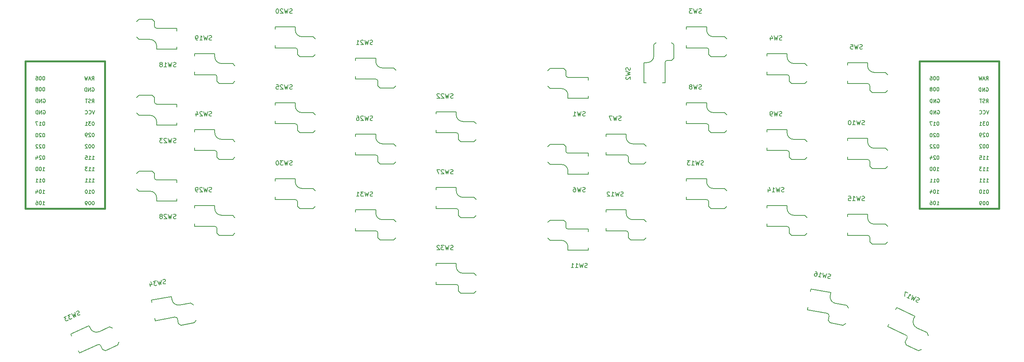
<source format=gbo>
G04 #@! TF.GenerationSoftware,KiCad,Pcbnew,7.0.6*
G04 #@! TF.CreationDate,2023-08-29T20:54:38+02:00*
G04 #@! TF.ProjectId,KoalaKeeb,4b6f616c-614b-4656-9562-2e6b69636164,rev?*
G04 #@! TF.SameCoordinates,Original*
G04 #@! TF.FileFunction,Legend,Bot*
G04 #@! TF.FilePolarity,Positive*
%FSLAX46Y46*%
G04 Gerber Fmt 4.6, Leading zero omitted, Abs format (unit mm)*
G04 Created by KiCad (PCBNEW 7.0.6) date 2023-08-29 20:54:38*
%MOMM*%
%LPD*%
G01*
G04 APERTURE LIST*
G04 Aperture macros list*
%AMRotRect*
0 Rectangle, with rotation*
0 The origin of the aperture is its center*
0 $1 length*
0 $2 width*
0 $3 Rotation angle, in degrees counterclockwise*
0 Add horizontal line*
21,1,$1,$2,0,0,$3*%
G04 Aperture macros list end*
%ADD10C,0.150000*%
%ADD11C,0.381000*%
%ADD12C,1.752600*%
%ADD13C,1.701800*%
%ADD14C,3.000000*%
%ADD15C,3.429000*%
%ADD16C,0.990600*%
%ADD17R,2.600000X2.600000*%
%ADD18C,1.000000*%
%ADD19RotRect,2.600000X2.600000X350.000000*%
%ADD20C,2.500000*%
%ADD21RotRect,2.600000X2.600000X10.000000*%
%ADD22RotRect,2.600000X2.600000X25.000000*%
%ADD23C,0.850000*%
%ADD24RotRect,2.600000X2.600000X335.000000*%
G04 APERTURE END LIST*
D10*
X238809523Y-53407200D02*
X238666666Y-53454819D01*
X238666666Y-53454819D02*
X238428571Y-53454819D01*
X238428571Y-53454819D02*
X238333333Y-53407200D01*
X238333333Y-53407200D02*
X238285714Y-53359580D01*
X238285714Y-53359580D02*
X238238095Y-53264342D01*
X238238095Y-53264342D02*
X238238095Y-53169104D01*
X238238095Y-53169104D02*
X238285714Y-53073866D01*
X238285714Y-53073866D02*
X238333333Y-53026247D01*
X238333333Y-53026247D02*
X238428571Y-52978628D01*
X238428571Y-52978628D02*
X238619047Y-52931009D01*
X238619047Y-52931009D02*
X238714285Y-52883390D01*
X238714285Y-52883390D02*
X238761904Y-52835771D01*
X238761904Y-52835771D02*
X238809523Y-52740533D01*
X238809523Y-52740533D02*
X238809523Y-52645295D01*
X238809523Y-52645295D02*
X238761904Y-52550057D01*
X238761904Y-52550057D02*
X238714285Y-52502438D01*
X238714285Y-52502438D02*
X238619047Y-52454819D01*
X238619047Y-52454819D02*
X238380952Y-52454819D01*
X238380952Y-52454819D02*
X238238095Y-52502438D01*
X237904761Y-52454819D02*
X237666666Y-53454819D01*
X237666666Y-53454819D02*
X237476190Y-52740533D01*
X237476190Y-52740533D02*
X237285714Y-53454819D01*
X237285714Y-53454819D02*
X237047619Y-52454819D01*
X236142857Y-53454819D02*
X236714285Y-53454819D01*
X236428571Y-53454819D02*
X236428571Y-52454819D01*
X236428571Y-52454819D02*
X236523809Y-52597676D01*
X236523809Y-52597676D02*
X236619047Y-52692914D01*
X236619047Y-52692914D02*
X236714285Y-52740533D01*
X235523809Y-52454819D02*
X235428571Y-52454819D01*
X235428571Y-52454819D02*
X235333333Y-52502438D01*
X235333333Y-52502438D02*
X235285714Y-52550057D01*
X235285714Y-52550057D02*
X235238095Y-52645295D01*
X235238095Y-52645295D02*
X235190476Y-52835771D01*
X235190476Y-52835771D02*
X235190476Y-53073866D01*
X235190476Y-53073866D02*
X235238095Y-53264342D01*
X235238095Y-53264342D02*
X235285714Y-53359580D01*
X235285714Y-53359580D02*
X235333333Y-53407200D01*
X235333333Y-53407200D02*
X235428571Y-53454819D01*
X235428571Y-53454819D02*
X235523809Y-53454819D01*
X235523809Y-53454819D02*
X235619047Y-53407200D01*
X235619047Y-53407200D02*
X235666666Y-53359580D01*
X235666666Y-53359580D02*
X235714285Y-53264342D01*
X235714285Y-53264342D02*
X235761904Y-53073866D01*
X235761904Y-53073866D02*
X235761904Y-52835771D01*
X235761904Y-52835771D02*
X235714285Y-52645295D01*
X235714285Y-52645295D02*
X235666666Y-52550057D01*
X235666666Y-52550057D02*
X235619047Y-52502438D01*
X235619047Y-52502438D02*
X235523809Y-52454819D01*
X146809523Y-64407200D02*
X146666666Y-64454819D01*
X146666666Y-64454819D02*
X146428571Y-64454819D01*
X146428571Y-64454819D02*
X146333333Y-64407200D01*
X146333333Y-64407200D02*
X146285714Y-64359580D01*
X146285714Y-64359580D02*
X146238095Y-64264342D01*
X146238095Y-64264342D02*
X146238095Y-64169104D01*
X146238095Y-64169104D02*
X146285714Y-64073866D01*
X146285714Y-64073866D02*
X146333333Y-64026247D01*
X146333333Y-64026247D02*
X146428571Y-63978628D01*
X146428571Y-63978628D02*
X146619047Y-63931009D01*
X146619047Y-63931009D02*
X146714285Y-63883390D01*
X146714285Y-63883390D02*
X146761904Y-63835771D01*
X146761904Y-63835771D02*
X146809523Y-63740533D01*
X146809523Y-63740533D02*
X146809523Y-63645295D01*
X146809523Y-63645295D02*
X146761904Y-63550057D01*
X146761904Y-63550057D02*
X146714285Y-63502438D01*
X146714285Y-63502438D02*
X146619047Y-63454819D01*
X146619047Y-63454819D02*
X146380952Y-63454819D01*
X146380952Y-63454819D02*
X146238095Y-63502438D01*
X145904761Y-63454819D02*
X145666666Y-64454819D01*
X145666666Y-64454819D02*
X145476190Y-63740533D01*
X145476190Y-63740533D02*
X145285714Y-64454819D01*
X145285714Y-64454819D02*
X145047619Y-63454819D01*
X144714285Y-63550057D02*
X144666666Y-63502438D01*
X144666666Y-63502438D02*
X144571428Y-63454819D01*
X144571428Y-63454819D02*
X144333333Y-63454819D01*
X144333333Y-63454819D02*
X144238095Y-63502438D01*
X144238095Y-63502438D02*
X144190476Y-63550057D01*
X144190476Y-63550057D02*
X144142857Y-63645295D01*
X144142857Y-63645295D02*
X144142857Y-63740533D01*
X144142857Y-63740533D02*
X144190476Y-63883390D01*
X144190476Y-63883390D02*
X144761904Y-64454819D01*
X144761904Y-64454819D02*
X144142857Y-64454819D01*
X143809523Y-63454819D02*
X143142857Y-63454819D01*
X143142857Y-63454819D02*
X143571428Y-64454819D01*
X231134581Y-87877378D02*
X230985625Y-87899466D01*
X230985625Y-87899466D02*
X230751147Y-87858122D01*
X230751147Y-87858122D02*
X230665625Y-87794688D01*
X230665625Y-87794688D02*
X230626998Y-87739524D01*
X230626998Y-87739524D02*
X230596641Y-87637463D01*
X230596641Y-87637463D02*
X230613179Y-87543672D01*
X230613179Y-87543672D02*
X230676612Y-87458150D01*
X230676612Y-87458150D02*
X230731777Y-87419523D01*
X230731777Y-87419523D02*
X230833837Y-87389166D01*
X230833837Y-87389166D02*
X231029688Y-87375346D01*
X231029688Y-87375346D02*
X231131748Y-87344988D01*
X231131748Y-87344988D02*
X231186913Y-87306361D01*
X231186913Y-87306361D02*
X231250346Y-87220839D01*
X231250346Y-87220839D02*
X231266884Y-87127048D01*
X231266884Y-87127048D02*
X231236527Y-87024988D01*
X231236527Y-87024988D02*
X231197900Y-86969823D01*
X231197900Y-86969823D02*
X231112378Y-86906390D01*
X231112378Y-86906390D02*
X230877900Y-86865045D01*
X230877900Y-86865045D02*
X230728944Y-86887134D01*
X230408944Y-86782355D02*
X230000817Y-87725818D01*
X230000817Y-87725818D02*
X229937269Y-86989308D01*
X229937269Y-86989308D02*
X229625653Y-87659667D01*
X229625653Y-87659667D02*
X229564823Y-86633514D01*
X228500158Y-87461212D02*
X229062905Y-87560439D01*
X228781532Y-87510825D02*
X228955180Y-86526018D01*
X228955180Y-86526018D02*
X229024164Y-86683242D01*
X229024164Y-86683242D02*
X229101418Y-86793571D01*
X229101418Y-86793571D02*
X229186940Y-86857005D01*
X227829685Y-86327562D02*
X228017268Y-86360638D01*
X228017268Y-86360638D02*
X228102790Y-86424072D01*
X228102790Y-86424072D02*
X228141417Y-86479236D01*
X228141417Y-86479236D02*
X228210401Y-86636461D01*
X228210401Y-86636461D02*
X228224221Y-86832313D01*
X228224221Y-86832313D02*
X228158069Y-87207477D01*
X228158069Y-87207477D02*
X228094636Y-87293000D01*
X228094636Y-87293000D02*
X228039471Y-87331626D01*
X228039471Y-87331626D02*
X227937411Y-87361984D01*
X227937411Y-87361984D02*
X227749828Y-87328908D01*
X227749828Y-87328908D02*
X227664306Y-87265475D01*
X227664306Y-87265475D02*
X227625680Y-87210310D01*
X227625680Y-87210310D02*
X227595322Y-87108250D01*
X227595322Y-87108250D02*
X227636667Y-86873772D01*
X227636667Y-86873772D02*
X227700100Y-86788250D01*
X227700100Y-86788250D02*
X227755265Y-86749623D01*
X227755265Y-86749623D02*
X227857325Y-86719265D01*
X227857325Y-86719265D02*
X228044907Y-86752341D01*
X228044907Y-86752341D02*
X228130430Y-86815775D01*
X228130430Y-86815775D02*
X228169056Y-86870939D01*
X228169056Y-86870939D02*
X228199414Y-86972999D01*
X128809523Y-35407200D02*
X128666666Y-35454819D01*
X128666666Y-35454819D02*
X128428571Y-35454819D01*
X128428571Y-35454819D02*
X128333333Y-35407200D01*
X128333333Y-35407200D02*
X128285714Y-35359580D01*
X128285714Y-35359580D02*
X128238095Y-35264342D01*
X128238095Y-35264342D02*
X128238095Y-35169104D01*
X128238095Y-35169104D02*
X128285714Y-35073866D01*
X128285714Y-35073866D02*
X128333333Y-35026247D01*
X128333333Y-35026247D02*
X128428571Y-34978628D01*
X128428571Y-34978628D02*
X128619047Y-34931009D01*
X128619047Y-34931009D02*
X128714285Y-34883390D01*
X128714285Y-34883390D02*
X128761904Y-34835771D01*
X128761904Y-34835771D02*
X128809523Y-34740533D01*
X128809523Y-34740533D02*
X128809523Y-34645295D01*
X128809523Y-34645295D02*
X128761904Y-34550057D01*
X128761904Y-34550057D02*
X128714285Y-34502438D01*
X128714285Y-34502438D02*
X128619047Y-34454819D01*
X128619047Y-34454819D02*
X128380952Y-34454819D01*
X128380952Y-34454819D02*
X128238095Y-34502438D01*
X127904761Y-34454819D02*
X127666666Y-35454819D01*
X127666666Y-35454819D02*
X127476190Y-34740533D01*
X127476190Y-34740533D02*
X127285714Y-35454819D01*
X127285714Y-35454819D02*
X127047619Y-34454819D01*
X126714285Y-34550057D02*
X126666666Y-34502438D01*
X126666666Y-34502438D02*
X126571428Y-34454819D01*
X126571428Y-34454819D02*
X126333333Y-34454819D01*
X126333333Y-34454819D02*
X126238095Y-34502438D01*
X126238095Y-34502438D02*
X126190476Y-34550057D01*
X126190476Y-34550057D02*
X126142857Y-34645295D01*
X126142857Y-34645295D02*
X126142857Y-34740533D01*
X126142857Y-34740533D02*
X126190476Y-34883390D01*
X126190476Y-34883390D02*
X126761904Y-35454819D01*
X126761904Y-35454819D02*
X126142857Y-35454819D01*
X125190476Y-35454819D02*
X125761904Y-35454819D01*
X125476190Y-35454819D02*
X125476190Y-34454819D01*
X125476190Y-34454819D02*
X125571428Y-34597676D01*
X125571428Y-34597676D02*
X125666666Y-34692914D01*
X125666666Y-34692914D02*
X125761904Y-34740533D01*
X92809523Y-51407200D02*
X92666666Y-51454819D01*
X92666666Y-51454819D02*
X92428571Y-51454819D01*
X92428571Y-51454819D02*
X92333333Y-51407200D01*
X92333333Y-51407200D02*
X92285714Y-51359580D01*
X92285714Y-51359580D02*
X92238095Y-51264342D01*
X92238095Y-51264342D02*
X92238095Y-51169104D01*
X92238095Y-51169104D02*
X92285714Y-51073866D01*
X92285714Y-51073866D02*
X92333333Y-51026247D01*
X92333333Y-51026247D02*
X92428571Y-50978628D01*
X92428571Y-50978628D02*
X92619047Y-50931009D01*
X92619047Y-50931009D02*
X92714285Y-50883390D01*
X92714285Y-50883390D02*
X92761904Y-50835771D01*
X92761904Y-50835771D02*
X92809523Y-50740533D01*
X92809523Y-50740533D02*
X92809523Y-50645295D01*
X92809523Y-50645295D02*
X92761904Y-50550057D01*
X92761904Y-50550057D02*
X92714285Y-50502438D01*
X92714285Y-50502438D02*
X92619047Y-50454819D01*
X92619047Y-50454819D02*
X92380952Y-50454819D01*
X92380952Y-50454819D02*
X92238095Y-50502438D01*
X91904761Y-50454819D02*
X91666666Y-51454819D01*
X91666666Y-51454819D02*
X91476190Y-50740533D01*
X91476190Y-50740533D02*
X91285714Y-51454819D01*
X91285714Y-51454819D02*
X91047619Y-50454819D01*
X90714285Y-50550057D02*
X90666666Y-50502438D01*
X90666666Y-50502438D02*
X90571428Y-50454819D01*
X90571428Y-50454819D02*
X90333333Y-50454819D01*
X90333333Y-50454819D02*
X90238095Y-50502438D01*
X90238095Y-50502438D02*
X90190476Y-50550057D01*
X90190476Y-50550057D02*
X90142857Y-50645295D01*
X90142857Y-50645295D02*
X90142857Y-50740533D01*
X90142857Y-50740533D02*
X90190476Y-50883390D01*
X90190476Y-50883390D02*
X90761904Y-51454819D01*
X90761904Y-51454819D02*
X90142857Y-51454819D01*
X89285714Y-50788152D02*
X89285714Y-51454819D01*
X89523809Y-50407200D02*
X89761904Y-51121485D01*
X89761904Y-51121485D02*
X89142857Y-51121485D01*
X84809523Y-57407200D02*
X84666666Y-57454819D01*
X84666666Y-57454819D02*
X84428571Y-57454819D01*
X84428571Y-57454819D02*
X84333333Y-57407200D01*
X84333333Y-57407200D02*
X84285714Y-57359580D01*
X84285714Y-57359580D02*
X84238095Y-57264342D01*
X84238095Y-57264342D02*
X84238095Y-57169104D01*
X84238095Y-57169104D02*
X84285714Y-57073866D01*
X84285714Y-57073866D02*
X84333333Y-57026247D01*
X84333333Y-57026247D02*
X84428571Y-56978628D01*
X84428571Y-56978628D02*
X84619047Y-56931009D01*
X84619047Y-56931009D02*
X84714285Y-56883390D01*
X84714285Y-56883390D02*
X84761904Y-56835771D01*
X84761904Y-56835771D02*
X84809523Y-56740533D01*
X84809523Y-56740533D02*
X84809523Y-56645295D01*
X84809523Y-56645295D02*
X84761904Y-56550057D01*
X84761904Y-56550057D02*
X84714285Y-56502438D01*
X84714285Y-56502438D02*
X84619047Y-56454819D01*
X84619047Y-56454819D02*
X84380952Y-56454819D01*
X84380952Y-56454819D02*
X84238095Y-56502438D01*
X83904761Y-56454819D02*
X83666666Y-57454819D01*
X83666666Y-57454819D02*
X83476190Y-56740533D01*
X83476190Y-56740533D02*
X83285714Y-57454819D01*
X83285714Y-57454819D02*
X83047619Y-56454819D01*
X82714285Y-56550057D02*
X82666666Y-56502438D01*
X82666666Y-56502438D02*
X82571428Y-56454819D01*
X82571428Y-56454819D02*
X82333333Y-56454819D01*
X82333333Y-56454819D02*
X82238095Y-56502438D01*
X82238095Y-56502438D02*
X82190476Y-56550057D01*
X82190476Y-56550057D02*
X82142857Y-56645295D01*
X82142857Y-56645295D02*
X82142857Y-56740533D01*
X82142857Y-56740533D02*
X82190476Y-56883390D01*
X82190476Y-56883390D02*
X82761904Y-57454819D01*
X82761904Y-57454819D02*
X82142857Y-57454819D01*
X81809523Y-56454819D02*
X81190476Y-56454819D01*
X81190476Y-56454819D02*
X81523809Y-56835771D01*
X81523809Y-56835771D02*
X81380952Y-56835771D01*
X81380952Y-56835771D02*
X81285714Y-56883390D01*
X81285714Y-56883390D02*
X81238095Y-56931009D01*
X81238095Y-56931009D02*
X81190476Y-57026247D01*
X81190476Y-57026247D02*
X81190476Y-57264342D01*
X81190476Y-57264342D02*
X81238095Y-57359580D01*
X81238095Y-57359580D02*
X81285714Y-57407200D01*
X81285714Y-57407200D02*
X81380952Y-57454819D01*
X81380952Y-57454819D02*
X81666666Y-57454819D01*
X81666666Y-57454819D02*
X81761904Y-57407200D01*
X81761904Y-57407200D02*
X81809523Y-57359580D01*
X220333332Y-34407200D02*
X220190475Y-34454819D01*
X220190475Y-34454819D02*
X219952380Y-34454819D01*
X219952380Y-34454819D02*
X219857142Y-34407200D01*
X219857142Y-34407200D02*
X219809523Y-34359580D01*
X219809523Y-34359580D02*
X219761904Y-34264342D01*
X219761904Y-34264342D02*
X219761904Y-34169104D01*
X219761904Y-34169104D02*
X219809523Y-34073866D01*
X219809523Y-34073866D02*
X219857142Y-34026247D01*
X219857142Y-34026247D02*
X219952380Y-33978628D01*
X219952380Y-33978628D02*
X220142856Y-33931009D01*
X220142856Y-33931009D02*
X220238094Y-33883390D01*
X220238094Y-33883390D02*
X220285713Y-33835771D01*
X220285713Y-33835771D02*
X220333332Y-33740533D01*
X220333332Y-33740533D02*
X220333332Y-33645295D01*
X220333332Y-33645295D02*
X220285713Y-33550057D01*
X220285713Y-33550057D02*
X220238094Y-33502438D01*
X220238094Y-33502438D02*
X220142856Y-33454819D01*
X220142856Y-33454819D02*
X219904761Y-33454819D01*
X219904761Y-33454819D02*
X219761904Y-33502438D01*
X219428570Y-33454819D02*
X219190475Y-34454819D01*
X219190475Y-34454819D02*
X218999999Y-33740533D01*
X218999999Y-33740533D02*
X218809523Y-34454819D01*
X218809523Y-34454819D02*
X218571428Y-33454819D01*
X217761904Y-33788152D02*
X217761904Y-34454819D01*
X217999999Y-33407200D02*
X218238094Y-34121485D01*
X218238094Y-34121485D02*
X217619047Y-34121485D01*
X238809523Y-70407200D02*
X238666666Y-70454819D01*
X238666666Y-70454819D02*
X238428571Y-70454819D01*
X238428571Y-70454819D02*
X238333333Y-70407200D01*
X238333333Y-70407200D02*
X238285714Y-70359580D01*
X238285714Y-70359580D02*
X238238095Y-70264342D01*
X238238095Y-70264342D02*
X238238095Y-70169104D01*
X238238095Y-70169104D02*
X238285714Y-70073866D01*
X238285714Y-70073866D02*
X238333333Y-70026247D01*
X238333333Y-70026247D02*
X238428571Y-69978628D01*
X238428571Y-69978628D02*
X238619047Y-69931009D01*
X238619047Y-69931009D02*
X238714285Y-69883390D01*
X238714285Y-69883390D02*
X238761904Y-69835771D01*
X238761904Y-69835771D02*
X238809523Y-69740533D01*
X238809523Y-69740533D02*
X238809523Y-69645295D01*
X238809523Y-69645295D02*
X238761904Y-69550057D01*
X238761904Y-69550057D02*
X238714285Y-69502438D01*
X238714285Y-69502438D02*
X238619047Y-69454819D01*
X238619047Y-69454819D02*
X238380952Y-69454819D01*
X238380952Y-69454819D02*
X238238095Y-69502438D01*
X237904761Y-69454819D02*
X237666666Y-70454819D01*
X237666666Y-70454819D02*
X237476190Y-69740533D01*
X237476190Y-69740533D02*
X237285714Y-70454819D01*
X237285714Y-70454819D02*
X237047619Y-69454819D01*
X236142857Y-70454819D02*
X236714285Y-70454819D01*
X236428571Y-70454819D02*
X236428571Y-69454819D01*
X236428571Y-69454819D02*
X236523809Y-69597676D01*
X236523809Y-69597676D02*
X236619047Y-69692914D01*
X236619047Y-69692914D02*
X236714285Y-69740533D01*
X235238095Y-69454819D02*
X235714285Y-69454819D01*
X235714285Y-69454819D02*
X235761904Y-69931009D01*
X235761904Y-69931009D02*
X235714285Y-69883390D01*
X235714285Y-69883390D02*
X235619047Y-69835771D01*
X235619047Y-69835771D02*
X235380952Y-69835771D01*
X235380952Y-69835771D02*
X235285714Y-69883390D01*
X235285714Y-69883390D02*
X235238095Y-69931009D01*
X235238095Y-69931009D02*
X235190476Y-70026247D01*
X235190476Y-70026247D02*
X235190476Y-70264342D01*
X235190476Y-70264342D02*
X235238095Y-70359580D01*
X235238095Y-70359580D02*
X235285714Y-70407200D01*
X235285714Y-70407200D02*
X235380952Y-70454819D01*
X235380952Y-70454819D02*
X235619047Y-70454819D01*
X235619047Y-70454819D02*
X235714285Y-70407200D01*
X235714285Y-70407200D02*
X235761904Y-70359580D01*
X92809523Y-68407200D02*
X92666666Y-68454819D01*
X92666666Y-68454819D02*
X92428571Y-68454819D01*
X92428571Y-68454819D02*
X92333333Y-68407200D01*
X92333333Y-68407200D02*
X92285714Y-68359580D01*
X92285714Y-68359580D02*
X92238095Y-68264342D01*
X92238095Y-68264342D02*
X92238095Y-68169104D01*
X92238095Y-68169104D02*
X92285714Y-68073866D01*
X92285714Y-68073866D02*
X92333333Y-68026247D01*
X92333333Y-68026247D02*
X92428571Y-67978628D01*
X92428571Y-67978628D02*
X92619047Y-67931009D01*
X92619047Y-67931009D02*
X92714285Y-67883390D01*
X92714285Y-67883390D02*
X92761904Y-67835771D01*
X92761904Y-67835771D02*
X92809523Y-67740533D01*
X92809523Y-67740533D02*
X92809523Y-67645295D01*
X92809523Y-67645295D02*
X92761904Y-67550057D01*
X92761904Y-67550057D02*
X92714285Y-67502438D01*
X92714285Y-67502438D02*
X92619047Y-67454819D01*
X92619047Y-67454819D02*
X92380952Y-67454819D01*
X92380952Y-67454819D02*
X92238095Y-67502438D01*
X91904761Y-67454819D02*
X91666666Y-68454819D01*
X91666666Y-68454819D02*
X91476190Y-67740533D01*
X91476190Y-67740533D02*
X91285714Y-68454819D01*
X91285714Y-68454819D02*
X91047619Y-67454819D01*
X90714285Y-67550057D02*
X90666666Y-67502438D01*
X90666666Y-67502438D02*
X90571428Y-67454819D01*
X90571428Y-67454819D02*
X90333333Y-67454819D01*
X90333333Y-67454819D02*
X90238095Y-67502438D01*
X90238095Y-67502438D02*
X90190476Y-67550057D01*
X90190476Y-67550057D02*
X90142857Y-67645295D01*
X90142857Y-67645295D02*
X90142857Y-67740533D01*
X90142857Y-67740533D02*
X90190476Y-67883390D01*
X90190476Y-67883390D02*
X90761904Y-68454819D01*
X90761904Y-68454819D02*
X90142857Y-68454819D01*
X89666666Y-68454819D02*
X89476190Y-68454819D01*
X89476190Y-68454819D02*
X89380952Y-68407200D01*
X89380952Y-68407200D02*
X89333333Y-68359580D01*
X89333333Y-68359580D02*
X89238095Y-68216723D01*
X89238095Y-68216723D02*
X89190476Y-68026247D01*
X89190476Y-68026247D02*
X89190476Y-67645295D01*
X89190476Y-67645295D02*
X89238095Y-67550057D01*
X89238095Y-67550057D02*
X89285714Y-67502438D01*
X89285714Y-67502438D02*
X89380952Y-67454819D01*
X89380952Y-67454819D02*
X89571428Y-67454819D01*
X89571428Y-67454819D02*
X89666666Y-67502438D01*
X89666666Y-67502438D02*
X89714285Y-67550057D01*
X89714285Y-67550057D02*
X89761904Y-67645295D01*
X89761904Y-67645295D02*
X89761904Y-67883390D01*
X89761904Y-67883390D02*
X89714285Y-67978628D01*
X89714285Y-67978628D02*
X89666666Y-68026247D01*
X89666666Y-68026247D02*
X89571428Y-68073866D01*
X89571428Y-68073866D02*
X89380952Y-68073866D01*
X89380952Y-68073866D02*
X89285714Y-68026247D01*
X89285714Y-68026247D02*
X89238095Y-67978628D01*
X89238095Y-67978628D02*
X89190476Y-67883390D01*
X82581407Y-88985418D02*
X82448989Y-89057120D01*
X82448989Y-89057120D02*
X82214511Y-89098465D01*
X82214511Y-89098465D02*
X82112451Y-89068107D01*
X82112451Y-89068107D02*
X82057286Y-89029481D01*
X82057286Y-89029481D02*
X81993853Y-88943958D01*
X81993853Y-88943958D02*
X81977315Y-88850167D01*
X81977315Y-88850167D02*
X82007673Y-88748107D01*
X82007673Y-88748107D02*
X82046299Y-88692942D01*
X82046299Y-88692942D02*
X82131822Y-88629509D01*
X82131822Y-88629509D02*
X82311135Y-88549537D01*
X82311135Y-88549537D02*
X82396657Y-88486104D01*
X82396657Y-88486104D02*
X82435284Y-88430939D01*
X82435284Y-88430939D02*
X82465642Y-88328879D01*
X82465642Y-88328879D02*
X82449104Y-88235088D01*
X82449104Y-88235088D02*
X82385670Y-88149566D01*
X82385670Y-88149566D02*
X82330506Y-88110939D01*
X82330506Y-88110939D02*
X82228445Y-88080581D01*
X82228445Y-88080581D02*
X81993967Y-88121926D01*
X81993967Y-88121926D02*
X81861550Y-88193629D01*
X81525011Y-88204616D02*
X81464181Y-89230768D01*
X81464181Y-89230768D02*
X81152565Y-88560410D01*
X81152565Y-88560410D02*
X81089017Y-89296920D01*
X81089017Y-89296920D02*
X80680890Y-88353457D01*
X80399517Y-88403071D02*
X79789874Y-88510567D01*
X79789874Y-88510567D02*
X80184295Y-88827849D01*
X80184295Y-88827849D02*
X80043608Y-88852656D01*
X80043608Y-88852656D02*
X79958086Y-88916090D01*
X79958086Y-88916090D02*
X79919459Y-88971254D01*
X79919459Y-88971254D02*
X79889102Y-89073315D01*
X79889102Y-89073315D02*
X79930446Y-89307793D01*
X79930446Y-89307793D02*
X79993880Y-89393315D01*
X79993880Y-89393315D02*
X80049044Y-89431942D01*
X80049044Y-89431942D02*
X80151105Y-89462299D01*
X80151105Y-89462299D02*
X80432478Y-89412685D01*
X80432478Y-89412685D02*
X80518000Y-89349252D01*
X80518000Y-89349252D02*
X80556627Y-89294087D01*
X79003636Y-88987678D02*
X79119401Y-89644216D01*
X79171962Y-88571168D02*
X79530475Y-89233258D01*
X79530475Y-89233258D02*
X78920832Y-89340754D01*
X92809523Y-34407200D02*
X92666666Y-34454819D01*
X92666666Y-34454819D02*
X92428571Y-34454819D01*
X92428571Y-34454819D02*
X92333333Y-34407200D01*
X92333333Y-34407200D02*
X92285714Y-34359580D01*
X92285714Y-34359580D02*
X92238095Y-34264342D01*
X92238095Y-34264342D02*
X92238095Y-34169104D01*
X92238095Y-34169104D02*
X92285714Y-34073866D01*
X92285714Y-34073866D02*
X92333333Y-34026247D01*
X92333333Y-34026247D02*
X92428571Y-33978628D01*
X92428571Y-33978628D02*
X92619047Y-33931009D01*
X92619047Y-33931009D02*
X92714285Y-33883390D01*
X92714285Y-33883390D02*
X92761904Y-33835771D01*
X92761904Y-33835771D02*
X92809523Y-33740533D01*
X92809523Y-33740533D02*
X92809523Y-33645295D01*
X92809523Y-33645295D02*
X92761904Y-33550057D01*
X92761904Y-33550057D02*
X92714285Y-33502438D01*
X92714285Y-33502438D02*
X92619047Y-33454819D01*
X92619047Y-33454819D02*
X92380952Y-33454819D01*
X92380952Y-33454819D02*
X92238095Y-33502438D01*
X91904761Y-33454819D02*
X91666666Y-34454819D01*
X91666666Y-34454819D02*
X91476190Y-33740533D01*
X91476190Y-33740533D02*
X91285714Y-34454819D01*
X91285714Y-34454819D02*
X91047619Y-33454819D01*
X90142857Y-34454819D02*
X90714285Y-34454819D01*
X90428571Y-34454819D02*
X90428571Y-33454819D01*
X90428571Y-33454819D02*
X90523809Y-33597676D01*
X90523809Y-33597676D02*
X90619047Y-33692914D01*
X90619047Y-33692914D02*
X90714285Y-33740533D01*
X89666666Y-34454819D02*
X89476190Y-34454819D01*
X89476190Y-34454819D02*
X89380952Y-34407200D01*
X89380952Y-34407200D02*
X89333333Y-34359580D01*
X89333333Y-34359580D02*
X89238095Y-34216723D01*
X89238095Y-34216723D02*
X89190476Y-34026247D01*
X89190476Y-34026247D02*
X89190476Y-33645295D01*
X89190476Y-33645295D02*
X89238095Y-33550057D01*
X89238095Y-33550057D02*
X89285714Y-33502438D01*
X89285714Y-33502438D02*
X89380952Y-33454819D01*
X89380952Y-33454819D02*
X89571428Y-33454819D01*
X89571428Y-33454819D02*
X89666666Y-33502438D01*
X89666666Y-33502438D02*
X89714285Y-33550057D01*
X89714285Y-33550057D02*
X89761904Y-33645295D01*
X89761904Y-33645295D02*
X89761904Y-33883390D01*
X89761904Y-33883390D02*
X89714285Y-33978628D01*
X89714285Y-33978628D02*
X89666666Y-34026247D01*
X89666666Y-34026247D02*
X89571428Y-34073866D01*
X89571428Y-34073866D02*
X89380952Y-34073866D01*
X89380952Y-34073866D02*
X89285714Y-34026247D01*
X89285714Y-34026247D02*
X89238095Y-33978628D01*
X89238095Y-33978628D02*
X89190476Y-33883390D01*
X63435300Y-95904786D02*
X63325952Y-96008318D01*
X63325952Y-96008318D02*
X63110165Y-96108941D01*
X63110165Y-96108941D02*
X63003725Y-96106033D01*
X63003725Y-96106033D02*
X62940443Y-96083000D01*
X62940443Y-96083000D02*
X62857036Y-96016810D01*
X62857036Y-96016810D02*
X62816787Y-95930495D01*
X62816787Y-95930495D02*
X62819695Y-95824055D01*
X62819695Y-95824055D02*
X62842728Y-95760773D01*
X62842728Y-95760773D02*
X62908918Y-95677366D01*
X62908918Y-95677366D02*
X63061423Y-95553710D01*
X63061423Y-95553710D02*
X63127614Y-95470303D01*
X63127614Y-95470303D02*
X63150647Y-95407021D01*
X63150647Y-95407021D02*
X63153555Y-95300581D01*
X63153555Y-95300581D02*
X63113305Y-95214266D01*
X63113305Y-95214266D02*
X63029898Y-95148076D01*
X63029898Y-95148076D02*
X62966616Y-95125043D01*
X62966616Y-95125043D02*
X62860177Y-95122135D01*
X62860177Y-95122135D02*
X62644389Y-95222758D01*
X62644389Y-95222758D02*
X62535041Y-95326290D01*
X62212814Y-95424005D02*
X62419644Y-96430936D01*
X62419644Y-96430936D02*
X61945144Y-95864072D01*
X61945144Y-95864072D02*
X62074384Y-96591933D01*
X62074384Y-96591933D02*
X61435979Y-95786249D01*
X61177034Y-95906997D02*
X60615986Y-96168618D01*
X60615986Y-96168618D02*
X61079086Y-96373005D01*
X61079086Y-96373005D02*
X60949613Y-96433379D01*
X60949613Y-96433379D02*
X60883423Y-96516786D01*
X60883423Y-96516786D02*
X60860390Y-96580068D01*
X60860390Y-96580068D02*
X60857482Y-96686508D01*
X60857482Y-96686508D02*
X60958105Y-96902296D01*
X60958105Y-96902296D02*
X61041512Y-96968486D01*
X61041512Y-96968486D02*
X61104795Y-96991519D01*
X61104795Y-96991519D02*
X61211234Y-96994427D01*
X61211234Y-96994427D02*
X61470179Y-96873679D01*
X61470179Y-96873679D02*
X61536370Y-96790272D01*
X61536370Y-96790272D02*
X61559402Y-96726990D01*
X60313883Y-96309491D02*
X59752836Y-96571112D01*
X59752836Y-96571112D02*
X60215936Y-96775499D01*
X60215936Y-96775499D02*
X60086463Y-96835873D01*
X60086463Y-96835873D02*
X60020273Y-96919280D01*
X60020273Y-96919280D02*
X59997240Y-96982562D01*
X59997240Y-96982562D02*
X59994332Y-97089002D01*
X59994332Y-97089002D02*
X60094955Y-97304789D01*
X60094955Y-97304789D02*
X60178362Y-97370980D01*
X60178362Y-97370980D02*
X60241644Y-97394012D01*
X60241644Y-97394012D02*
X60348084Y-97396921D01*
X60348084Y-97396921D02*
X60607029Y-97276173D01*
X60607029Y-97276173D02*
X60673219Y-97192766D01*
X60673219Y-97192766D02*
X60696252Y-97129483D01*
X128809523Y-52407200D02*
X128666666Y-52454819D01*
X128666666Y-52454819D02*
X128428571Y-52454819D01*
X128428571Y-52454819D02*
X128333333Y-52407200D01*
X128333333Y-52407200D02*
X128285714Y-52359580D01*
X128285714Y-52359580D02*
X128238095Y-52264342D01*
X128238095Y-52264342D02*
X128238095Y-52169104D01*
X128238095Y-52169104D02*
X128285714Y-52073866D01*
X128285714Y-52073866D02*
X128333333Y-52026247D01*
X128333333Y-52026247D02*
X128428571Y-51978628D01*
X128428571Y-51978628D02*
X128619047Y-51931009D01*
X128619047Y-51931009D02*
X128714285Y-51883390D01*
X128714285Y-51883390D02*
X128761904Y-51835771D01*
X128761904Y-51835771D02*
X128809523Y-51740533D01*
X128809523Y-51740533D02*
X128809523Y-51645295D01*
X128809523Y-51645295D02*
X128761904Y-51550057D01*
X128761904Y-51550057D02*
X128714285Y-51502438D01*
X128714285Y-51502438D02*
X128619047Y-51454819D01*
X128619047Y-51454819D02*
X128380952Y-51454819D01*
X128380952Y-51454819D02*
X128238095Y-51502438D01*
X127904761Y-51454819D02*
X127666666Y-52454819D01*
X127666666Y-52454819D02*
X127476190Y-51740533D01*
X127476190Y-51740533D02*
X127285714Y-52454819D01*
X127285714Y-52454819D02*
X127047619Y-51454819D01*
X126714285Y-51550057D02*
X126666666Y-51502438D01*
X126666666Y-51502438D02*
X126571428Y-51454819D01*
X126571428Y-51454819D02*
X126333333Y-51454819D01*
X126333333Y-51454819D02*
X126238095Y-51502438D01*
X126238095Y-51502438D02*
X126190476Y-51550057D01*
X126190476Y-51550057D02*
X126142857Y-51645295D01*
X126142857Y-51645295D02*
X126142857Y-51740533D01*
X126142857Y-51740533D02*
X126190476Y-51883390D01*
X126190476Y-51883390D02*
X126761904Y-52454819D01*
X126761904Y-52454819D02*
X126142857Y-52454819D01*
X125285714Y-51454819D02*
X125476190Y-51454819D01*
X125476190Y-51454819D02*
X125571428Y-51502438D01*
X125571428Y-51502438D02*
X125619047Y-51550057D01*
X125619047Y-51550057D02*
X125714285Y-51692914D01*
X125714285Y-51692914D02*
X125761904Y-51883390D01*
X125761904Y-51883390D02*
X125761904Y-52264342D01*
X125761904Y-52264342D02*
X125714285Y-52359580D01*
X125714285Y-52359580D02*
X125666666Y-52407200D01*
X125666666Y-52407200D02*
X125571428Y-52454819D01*
X125571428Y-52454819D02*
X125380952Y-52454819D01*
X125380952Y-52454819D02*
X125285714Y-52407200D01*
X125285714Y-52407200D02*
X125238095Y-52359580D01*
X125238095Y-52359580D02*
X125190476Y-52264342D01*
X125190476Y-52264342D02*
X125190476Y-52026247D01*
X125190476Y-52026247D02*
X125238095Y-51931009D01*
X125238095Y-51931009D02*
X125285714Y-51883390D01*
X125285714Y-51883390D02*
X125380952Y-51835771D01*
X125380952Y-51835771D02*
X125571428Y-51835771D01*
X125571428Y-51835771D02*
X125666666Y-51883390D01*
X125666666Y-51883390D02*
X125714285Y-51931009D01*
X125714285Y-51931009D02*
X125761904Y-52026247D01*
X176333332Y-51407200D02*
X176190475Y-51454819D01*
X176190475Y-51454819D02*
X175952380Y-51454819D01*
X175952380Y-51454819D02*
X175857142Y-51407200D01*
X175857142Y-51407200D02*
X175809523Y-51359580D01*
X175809523Y-51359580D02*
X175761904Y-51264342D01*
X175761904Y-51264342D02*
X175761904Y-51169104D01*
X175761904Y-51169104D02*
X175809523Y-51073866D01*
X175809523Y-51073866D02*
X175857142Y-51026247D01*
X175857142Y-51026247D02*
X175952380Y-50978628D01*
X175952380Y-50978628D02*
X176142856Y-50931009D01*
X176142856Y-50931009D02*
X176238094Y-50883390D01*
X176238094Y-50883390D02*
X176285713Y-50835771D01*
X176285713Y-50835771D02*
X176333332Y-50740533D01*
X176333332Y-50740533D02*
X176333332Y-50645295D01*
X176333332Y-50645295D02*
X176285713Y-50550057D01*
X176285713Y-50550057D02*
X176238094Y-50502438D01*
X176238094Y-50502438D02*
X176142856Y-50454819D01*
X176142856Y-50454819D02*
X175904761Y-50454819D01*
X175904761Y-50454819D02*
X175761904Y-50502438D01*
X175428570Y-50454819D02*
X175190475Y-51454819D01*
X175190475Y-51454819D02*
X174999999Y-50740533D01*
X174999999Y-50740533D02*
X174809523Y-51454819D01*
X174809523Y-51454819D02*
X174571428Y-50454819D01*
X173666666Y-51454819D02*
X174238094Y-51454819D01*
X173952380Y-51454819D02*
X173952380Y-50454819D01*
X173952380Y-50454819D02*
X174047618Y-50597676D01*
X174047618Y-50597676D02*
X174142856Y-50692914D01*
X174142856Y-50692914D02*
X174238094Y-50740533D01*
X184864523Y-69407200D02*
X184721666Y-69454819D01*
X184721666Y-69454819D02*
X184483571Y-69454819D01*
X184483571Y-69454819D02*
X184388333Y-69407200D01*
X184388333Y-69407200D02*
X184340714Y-69359580D01*
X184340714Y-69359580D02*
X184293095Y-69264342D01*
X184293095Y-69264342D02*
X184293095Y-69169104D01*
X184293095Y-69169104D02*
X184340714Y-69073866D01*
X184340714Y-69073866D02*
X184388333Y-69026247D01*
X184388333Y-69026247D02*
X184483571Y-68978628D01*
X184483571Y-68978628D02*
X184674047Y-68931009D01*
X184674047Y-68931009D02*
X184769285Y-68883390D01*
X184769285Y-68883390D02*
X184816904Y-68835771D01*
X184816904Y-68835771D02*
X184864523Y-68740533D01*
X184864523Y-68740533D02*
X184864523Y-68645295D01*
X184864523Y-68645295D02*
X184816904Y-68550057D01*
X184816904Y-68550057D02*
X184769285Y-68502438D01*
X184769285Y-68502438D02*
X184674047Y-68454819D01*
X184674047Y-68454819D02*
X184435952Y-68454819D01*
X184435952Y-68454819D02*
X184293095Y-68502438D01*
X183959761Y-68454819D02*
X183721666Y-69454819D01*
X183721666Y-69454819D02*
X183531190Y-68740533D01*
X183531190Y-68740533D02*
X183340714Y-69454819D01*
X183340714Y-69454819D02*
X183102619Y-68454819D01*
X182197857Y-69454819D02*
X182769285Y-69454819D01*
X182483571Y-69454819D02*
X182483571Y-68454819D01*
X182483571Y-68454819D02*
X182578809Y-68597676D01*
X182578809Y-68597676D02*
X182674047Y-68692914D01*
X182674047Y-68692914D02*
X182769285Y-68740533D01*
X181816904Y-68550057D02*
X181769285Y-68502438D01*
X181769285Y-68502438D02*
X181674047Y-68454819D01*
X181674047Y-68454819D02*
X181435952Y-68454819D01*
X181435952Y-68454819D02*
X181340714Y-68502438D01*
X181340714Y-68502438D02*
X181293095Y-68550057D01*
X181293095Y-68550057D02*
X181245476Y-68645295D01*
X181245476Y-68645295D02*
X181245476Y-68740533D01*
X181245476Y-68740533D02*
X181293095Y-68883390D01*
X181293095Y-68883390D02*
X181864523Y-69454819D01*
X181864523Y-69454819D02*
X181245476Y-69454819D01*
X110809523Y-62407200D02*
X110666666Y-62454819D01*
X110666666Y-62454819D02*
X110428571Y-62454819D01*
X110428571Y-62454819D02*
X110333333Y-62407200D01*
X110333333Y-62407200D02*
X110285714Y-62359580D01*
X110285714Y-62359580D02*
X110238095Y-62264342D01*
X110238095Y-62264342D02*
X110238095Y-62169104D01*
X110238095Y-62169104D02*
X110285714Y-62073866D01*
X110285714Y-62073866D02*
X110333333Y-62026247D01*
X110333333Y-62026247D02*
X110428571Y-61978628D01*
X110428571Y-61978628D02*
X110619047Y-61931009D01*
X110619047Y-61931009D02*
X110714285Y-61883390D01*
X110714285Y-61883390D02*
X110761904Y-61835771D01*
X110761904Y-61835771D02*
X110809523Y-61740533D01*
X110809523Y-61740533D02*
X110809523Y-61645295D01*
X110809523Y-61645295D02*
X110761904Y-61550057D01*
X110761904Y-61550057D02*
X110714285Y-61502438D01*
X110714285Y-61502438D02*
X110619047Y-61454819D01*
X110619047Y-61454819D02*
X110380952Y-61454819D01*
X110380952Y-61454819D02*
X110238095Y-61502438D01*
X109904761Y-61454819D02*
X109666666Y-62454819D01*
X109666666Y-62454819D02*
X109476190Y-61740533D01*
X109476190Y-61740533D02*
X109285714Y-62454819D01*
X109285714Y-62454819D02*
X109047619Y-61454819D01*
X108761904Y-61454819D02*
X108142857Y-61454819D01*
X108142857Y-61454819D02*
X108476190Y-61835771D01*
X108476190Y-61835771D02*
X108333333Y-61835771D01*
X108333333Y-61835771D02*
X108238095Y-61883390D01*
X108238095Y-61883390D02*
X108190476Y-61931009D01*
X108190476Y-61931009D02*
X108142857Y-62026247D01*
X108142857Y-62026247D02*
X108142857Y-62264342D01*
X108142857Y-62264342D02*
X108190476Y-62359580D01*
X108190476Y-62359580D02*
X108238095Y-62407200D01*
X108238095Y-62407200D02*
X108333333Y-62454819D01*
X108333333Y-62454819D02*
X108619047Y-62454819D01*
X108619047Y-62454819D02*
X108714285Y-62407200D01*
X108714285Y-62407200D02*
X108761904Y-62359580D01*
X107523809Y-61454819D02*
X107428571Y-61454819D01*
X107428571Y-61454819D02*
X107333333Y-61502438D01*
X107333333Y-61502438D02*
X107285714Y-61550057D01*
X107285714Y-61550057D02*
X107238095Y-61645295D01*
X107238095Y-61645295D02*
X107190476Y-61835771D01*
X107190476Y-61835771D02*
X107190476Y-62073866D01*
X107190476Y-62073866D02*
X107238095Y-62264342D01*
X107238095Y-62264342D02*
X107285714Y-62359580D01*
X107285714Y-62359580D02*
X107333333Y-62407200D01*
X107333333Y-62407200D02*
X107428571Y-62454819D01*
X107428571Y-62454819D02*
X107523809Y-62454819D01*
X107523809Y-62454819D02*
X107619047Y-62407200D01*
X107619047Y-62407200D02*
X107666666Y-62359580D01*
X107666666Y-62359580D02*
X107714285Y-62264342D01*
X107714285Y-62264342D02*
X107761904Y-62073866D01*
X107761904Y-62073866D02*
X107761904Y-61835771D01*
X107761904Y-61835771D02*
X107714285Y-61645295D01*
X107714285Y-61645295D02*
X107666666Y-61550057D01*
X107666666Y-61550057D02*
X107619047Y-61502438D01*
X107619047Y-61502438D02*
X107523809Y-61454819D01*
X202333332Y-45407200D02*
X202190475Y-45454819D01*
X202190475Y-45454819D02*
X201952380Y-45454819D01*
X201952380Y-45454819D02*
X201857142Y-45407200D01*
X201857142Y-45407200D02*
X201809523Y-45359580D01*
X201809523Y-45359580D02*
X201761904Y-45264342D01*
X201761904Y-45264342D02*
X201761904Y-45169104D01*
X201761904Y-45169104D02*
X201809523Y-45073866D01*
X201809523Y-45073866D02*
X201857142Y-45026247D01*
X201857142Y-45026247D02*
X201952380Y-44978628D01*
X201952380Y-44978628D02*
X202142856Y-44931009D01*
X202142856Y-44931009D02*
X202238094Y-44883390D01*
X202238094Y-44883390D02*
X202285713Y-44835771D01*
X202285713Y-44835771D02*
X202333332Y-44740533D01*
X202333332Y-44740533D02*
X202333332Y-44645295D01*
X202333332Y-44645295D02*
X202285713Y-44550057D01*
X202285713Y-44550057D02*
X202238094Y-44502438D01*
X202238094Y-44502438D02*
X202142856Y-44454819D01*
X202142856Y-44454819D02*
X201904761Y-44454819D01*
X201904761Y-44454819D02*
X201761904Y-44502438D01*
X201428570Y-44454819D02*
X201190475Y-45454819D01*
X201190475Y-45454819D02*
X200999999Y-44740533D01*
X200999999Y-44740533D02*
X200809523Y-45454819D01*
X200809523Y-45454819D02*
X200571428Y-44454819D01*
X200047618Y-44883390D02*
X200142856Y-44835771D01*
X200142856Y-44835771D02*
X200190475Y-44788152D01*
X200190475Y-44788152D02*
X200238094Y-44692914D01*
X200238094Y-44692914D02*
X200238094Y-44645295D01*
X200238094Y-44645295D02*
X200190475Y-44550057D01*
X200190475Y-44550057D02*
X200142856Y-44502438D01*
X200142856Y-44502438D02*
X200047618Y-44454819D01*
X200047618Y-44454819D02*
X199857142Y-44454819D01*
X199857142Y-44454819D02*
X199761904Y-44502438D01*
X199761904Y-44502438D02*
X199714285Y-44550057D01*
X199714285Y-44550057D02*
X199666666Y-44645295D01*
X199666666Y-44645295D02*
X199666666Y-44692914D01*
X199666666Y-44692914D02*
X199714285Y-44788152D01*
X199714285Y-44788152D02*
X199761904Y-44835771D01*
X199761904Y-44835771D02*
X199857142Y-44883390D01*
X199857142Y-44883390D02*
X200047618Y-44883390D01*
X200047618Y-44883390D02*
X200142856Y-44931009D01*
X200142856Y-44931009D02*
X200190475Y-44978628D01*
X200190475Y-44978628D02*
X200238094Y-45073866D01*
X200238094Y-45073866D02*
X200238094Y-45264342D01*
X200238094Y-45264342D02*
X200190475Y-45359580D01*
X200190475Y-45359580D02*
X200142856Y-45407200D01*
X200142856Y-45407200D02*
X200047618Y-45454819D01*
X200047618Y-45454819D02*
X199857142Y-45454819D01*
X199857142Y-45454819D02*
X199761904Y-45407200D01*
X199761904Y-45407200D02*
X199714285Y-45359580D01*
X199714285Y-45359580D02*
X199666666Y-45264342D01*
X199666666Y-45264342D02*
X199666666Y-45073866D01*
X199666666Y-45073866D02*
X199714285Y-44978628D01*
X199714285Y-44978628D02*
X199761904Y-44931009D01*
X199761904Y-44931009D02*
X199857142Y-44883390D01*
X250781593Y-93208079D02*
X250631996Y-93190862D01*
X250631996Y-93190862D02*
X250416208Y-93090239D01*
X250416208Y-93090239D02*
X250350018Y-93006832D01*
X250350018Y-93006832D02*
X250326985Y-92943550D01*
X250326985Y-92943550D02*
X250324077Y-92837110D01*
X250324077Y-92837110D02*
X250364326Y-92750795D01*
X250364326Y-92750795D02*
X250447733Y-92684605D01*
X250447733Y-92684605D02*
X250511015Y-92661572D01*
X250511015Y-92661572D02*
X250617455Y-92658664D01*
X250617455Y-92658664D02*
X250810210Y-92696005D01*
X250810210Y-92696005D02*
X250916649Y-92693097D01*
X250916649Y-92693097D02*
X250979931Y-92670064D01*
X250979931Y-92670064D02*
X251063338Y-92603874D01*
X251063338Y-92603874D02*
X251103588Y-92517559D01*
X251103588Y-92517559D02*
X251100680Y-92411119D01*
X251100680Y-92411119D02*
X251077647Y-92347837D01*
X251077647Y-92347837D02*
X251011456Y-92264430D01*
X251011456Y-92264430D02*
X250795669Y-92163806D01*
X250795669Y-92163806D02*
X250646072Y-92146590D01*
X250364094Y-91962560D02*
X249725688Y-92768244D01*
X249725688Y-92768244D02*
X249854928Y-92040383D01*
X249854928Y-92040383D02*
X249380428Y-92607247D01*
X249380428Y-92607247D02*
X249587258Y-91600315D01*
X248344648Y-92124254D02*
X248862538Y-92365751D01*
X248603593Y-92245002D02*
X249026211Y-91338695D01*
X249026211Y-91338695D02*
X249052152Y-91508417D01*
X249052152Y-91508417D02*
X249098218Y-91634981D01*
X249098218Y-91634981D02*
X249164408Y-91718388D01*
X248465163Y-91077074D02*
X247860958Y-90795328D01*
X247860958Y-90795328D02*
X247826757Y-91882758D01*
X128809523Y-69407200D02*
X128666666Y-69454819D01*
X128666666Y-69454819D02*
X128428571Y-69454819D01*
X128428571Y-69454819D02*
X128333333Y-69407200D01*
X128333333Y-69407200D02*
X128285714Y-69359580D01*
X128285714Y-69359580D02*
X128238095Y-69264342D01*
X128238095Y-69264342D02*
X128238095Y-69169104D01*
X128238095Y-69169104D02*
X128285714Y-69073866D01*
X128285714Y-69073866D02*
X128333333Y-69026247D01*
X128333333Y-69026247D02*
X128428571Y-68978628D01*
X128428571Y-68978628D02*
X128619047Y-68931009D01*
X128619047Y-68931009D02*
X128714285Y-68883390D01*
X128714285Y-68883390D02*
X128761904Y-68835771D01*
X128761904Y-68835771D02*
X128809523Y-68740533D01*
X128809523Y-68740533D02*
X128809523Y-68645295D01*
X128809523Y-68645295D02*
X128761904Y-68550057D01*
X128761904Y-68550057D02*
X128714285Y-68502438D01*
X128714285Y-68502438D02*
X128619047Y-68454819D01*
X128619047Y-68454819D02*
X128380952Y-68454819D01*
X128380952Y-68454819D02*
X128238095Y-68502438D01*
X127904761Y-68454819D02*
X127666666Y-69454819D01*
X127666666Y-69454819D02*
X127476190Y-68740533D01*
X127476190Y-68740533D02*
X127285714Y-69454819D01*
X127285714Y-69454819D02*
X127047619Y-68454819D01*
X126761904Y-68454819D02*
X126142857Y-68454819D01*
X126142857Y-68454819D02*
X126476190Y-68835771D01*
X126476190Y-68835771D02*
X126333333Y-68835771D01*
X126333333Y-68835771D02*
X126238095Y-68883390D01*
X126238095Y-68883390D02*
X126190476Y-68931009D01*
X126190476Y-68931009D02*
X126142857Y-69026247D01*
X126142857Y-69026247D02*
X126142857Y-69264342D01*
X126142857Y-69264342D02*
X126190476Y-69359580D01*
X126190476Y-69359580D02*
X126238095Y-69407200D01*
X126238095Y-69407200D02*
X126333333Y-69454819D01*
X126333333Y-69454819D02*
X126619047Y-69454819D01*
X126619047Y-69454819D02*
X126714285Y-69407200D01*
X126714285Y-69407200D02*
X126761904Y-69359580D01*
X125190476Y-69454819D02*
X125761904Y-69454819D01*
X125476190Y-69454819D02*
X125476190Y-68454819D01*
X125476190Y-68454819D02*
X125571428Y-68597676D01*
X125571428Y-68597676D02*
X125666666Y-68692914D01*
X125666666Y-68692914D02*
X125761904Y-68740533D01*
X176333332Y-68407200D02*
X176190475Y-68454819D01*
X176190475Y-68454819D02*
X175952380Y-68454819D01*
X175952380Y-68454819D02*
X175857142Y-68407200D01*
X175857142Y-68407200D02*
X175809523Y-68359580D01*
X175809523Y-68359580D02*
X175761904Y-68264342D01*
X175761904Y-68264342D02*
X175761904Y-68169104D01*
X175761904Y-68169104D02*
X175809523Y-68073866D01*
X175809523Y-68073866D02*
X175857142Y-68026247D01*
X175857142Y-68026247D02*
X175952380Y-67978628D01*
X175952380Y-67978628D02*
X176142856Y-67931009D01*
X176142856Y-67931009D02*
X176238094Y-67883390D01*
X176238094Y-67883390D02*
X176285713Y-67835771D01*
X176285713Y-67835771D02*
X176333332Y-67740533D01*
X176333332Y-67740533D02*
X176333332Y-67645295D01*
X176333332Y-67645295D02*
X176285713Y-67550057D01*
X176285713Y-67550057D02*
X176238094Y-67502438D01*
X176238094Y-67502438D02*
X176142856Y-67454819D01*
X176142856Y-67454819D02*
X175904761Y-67454819D01*
X175904761Y-67454819D02*
X175761904Y-67502438D01*
X175428570Y-67454819D02*
X175190475Y-68454819D01*
X175190475Y-68454819D02*
X174999999Y-67740533D01*
X174999999Y-67740533D02*
X174809523Y-68454819D01*
X174809523Y-68454819D02*
X174571428Y-67454819D01*
X173761904Y-67454819D02*
X173952380Y-67454819D01*
X173952380Y-67454819D02*
X174047618Y-67502438D01*
X174047618Y-67502438D02*
X174095237Y-67550057D01*
X174095237Y-67550057D02*
X174190475Y-67692914D01*
X174190475Y-67692914D02*
X174238094Y-67883390D01*
X174238094Y-67883390D02*
X174238094Y-68264342D01*
X174238094Y-68264342D02*
X174190475Y-68359580D01*
X174190475Y-68359580D02*
X174142856Y-68407200D01*
X174142856Y-68407200D02*
X174047618Y-68454819D01*
X174047618Y-68454819D02*
X173857142Y-68454819D01*
X173857142Y-68454819D02*
X173761904Y-68407200D01*
X173761904Y-68407200D02*
X173714285Y-68359580D01*
X173714285Y-68359580D02*
X173666666Y-68264342D01*
X173666666Y-68264342D02*
X173666666Y-68026247D01*
X173666666Y-68026247D02*
X173714285Y-67931009D01*
X173714285Y-67931009D02*
X173761904Y-67883390D01*
X173761904Y-67883390D02*
X173857142Y-67835771D01*
X173857142Y-67835771D02*
X174047618Y-67835771D01*
X174047618Y-67835771D02*
X174142856Y-67883390D01*
X174142856Y-67883390D02*
X174190475Y-67931009D01*
X174190475Y-67931009D02*
X174238094Y-68026247D01*
X255262809Y-45062295D02*
X255186619Y-45062295D01*
X255186619Y-45062295D02*
X255110428Y-45100390D01*
X255110428Y-45100390D02*
X255072333Y-45138485D01*
X255072333Y-45138485D02*
X255034238Y-45214676D01*
X255034238Y-45214676D02*
X254996143Y-45367057D01*
X254996143Y-45367057D02*
X254996143Y-45557533D01*
X254996143Y-45557533D02*
X255034238Y-45709914D01*
X255034238Y-45709914D02*
X255072333Y-45786104D01*
X255072333Y-45786104D02*
X255110428Y-45824200D01*
X255110428Y-45824200D02*
X255186619Y-45862295D01*
X255186619Y-45862295D02*
X255262809Y-45862295D01*
X255262809Y-45862295D02*
X255339000Y-45824200D01*
X255339000Y-45824200D02*
X255377095Y-45786104D01*
X255377095Y-45786104D02*
X255415190Y-45709914D01*
X255415190Y-45709914D02*
X255453286Y-45557533D01*
X255453286Y-45557533D02*
X255453286Y-45367057D01*
X255453286Y-45367057D02*
X255415190Y-45214676D01*
X255415190Y-45214676D02*
X255377095Y-45138485D01*
X255377095Y-45138485D02*
X255339000Y-45100390D01*
X255339000Y-45100390D02*
X255262809Y-45062295D01*
X254500904Y-45062295D02*
X254424714Y-45062295D01*
X254424714Y-45062295D02*
X254348523Y-45100390D01*
X254348523Y-45100390D02*
X254310428Y-45138485D01*
X254310428Y-45138485D02*
X254272333Y-45214676D01*
X254272333Y-45214676D02*
X254234238Y-45367057D01*
X254234238Y-45367057D02*
X254234238Y-45557533D01*
X254234238Y-45557533D02*
X254272333Y-45709914D01*
X254272333Y-45709914D02*
X254310428Y-45786104D01*
X254310428Y-45786104D02*
X254348523Y-45824200D01*
X254348523Y-45824200D02*
X254424714Y-45862295D01*
X254424714Y-45862295D02*
X254500904Y-45862295D01*
X254500904Y-45862295D02*
X254577095Y-45824200D01*
X254577095Y-45824200D02*
X254615190Y-45786104D01*
X254615190Y-45786104D02*
X254653285Y-45709914D01*
X254653285Y-45709914D02*
X254691381Y-45557533D01*
X254691381Y-45557533D02*
X254691381Y-45367057D01*
X254691381Y-45367057D02*
X254653285Y-45214676D01*
X254653285Y-45214676D02*
X254615190Y-45138485D01*
X254615190Y-45138485D02*
X254577095Y-45100390D01*
X254577095Y-45100390D02*
X254500904Y-45062295D01*
X253777095Y-45405152D02*
X253853285Y-45367057D01*
X253853285Y-45367057D02*
X253891380Y-45328961D01*
X253891380Y-45328961D02*
X253929476Y-45252771D01*
X253929476Y-45252771D02*
X253929476Y-45214676D01*
X253929476Y-45214676D02*
X253891380Y-45138485D01*
X253891380Y-45138485D02*
X253853285Y-45100390D01*
X253853285Y-45100390D02*
X253777095Y-45062295D01*
X253777095Y-45062295D02*
X253624714Y-45062295D01*
X253624714Y-45062295D02*
X253548523Y-45100390D01*
X253548523Y-45100390D02*
X253510428Y-45138485D01*
X253510428Y-45138485D02*
X253472333Y-45214676D01*
X253472333Y-45214676D02*
X253472333Y-45252771D01*
X253472333Y-45252771D02*
X253510428Y-45328961D01*
X253510428Y-45328961D02*
X253548523Y-45367057D01*
X253548523Y-45367057D02*
X253624714Y-45405152D01*
X253624714Y-45405152D02*
X253777095Y-45405152D01*
X253777095Y-45405152D02*
X253853285Y-45443247D01*
X253853285Y-45443247D02*
X253891380Y-45481342D01*
X253891380Y-45481342D02*
X253929476Y-45557533D01*
X253929476Y-45557533D02*
X253929476Y-45709914D01*
X253929476Y-45709914D02*
X253891380Y-45786104D01*
X253891380Y-45786104D02*
X253853285Y-45824200D01*
X253853285Y-45824200D02*
X253777095Y-45862295D01*
X253777095Y-45862295D02*
X253624714Y-45862295D01*
X253624714Y-45862295D02*
X253548523Y-45824200D01*
X253548523Y-45824200D02*
X253510428Y-45786104D01*
X253510428Y-45786104D02*
X253472333Y-45709914D01*
X253472333Y-45709914D02*
X253472333Y-45557533D01*
X253472333Y-45557533D02*
X253510428Y-45481342D01*
X253510428Y-45481342D02*
X253548523Y-45443247D01*
X253548523Y-45443247D02*
X253624714Y-45405152D01*
X266070524Y-66252295D02*
X266527667Y-66252295D01*
X266299095Y-66252295D02*
X266299095Y-65452295D01*
X266299095Y-65452295D02*
X266375286Y-65566580D01*
X266375286Y-65566580D02*
X266451476Y-65642771D01*
X266451476Y-65642771D02*
X266527667Y-65680866D01*
X265308619Y-66252295D02*
X265765762Y-66252295D01*
X265537190Y-66252295D02*
X265537190Y-65452295D01*
X265537190Y-65452295D02*
X265613381Y-65566580D01*
X265613381Y-65566580D02*
X265689571Y-65642771D01*
X265689571Y-65642771D02*
X265765762Y-65680866D01*
X264546714Y-66252295D02*
X265003857Y-66252295D01*
X264775285Y-66252295D02*
X264775285Y-65452295D01*
X264775285Y-65452295D02*
X264851476Y-65566580D01*
X264851476Y-65566580D02*
X264927666Y-65642771D01*
X264927666Y-65642771D02*
X265003857Y-65680866D01*
X255262809Y-52752295D02*
X255186619Y-52752295D01*
X255186619Y-52752295D02*
X255110428Y-52790390D01*
X255110428Y-52790390D02*
X255072333Y-52828485D01*
X255072333Y-52828485D02*
X255034238Y-52904676D01*
X255034238Y-52904676D02*
X254996143Y-53057057D01*
X254996143Y-53057057D02*
X254996143Y-53247533D01*
X254996143Y-53247533D02*
X255034238Y-53399914D01*
X255034238Y-53399914D02*
X255072333Y-53476104D01*
X255072333Y-53476104D02*
X255110428Y-53514200D01*
X255110428Y-53514200D02*
X255186619Y-53552295D01*
X255186619Y-53552295D02*
X255262809Y-53552295D01*
X255262809Y-53552295D02*
X255339000Y-53514200D01*
X255339000Y-53514200D02*
X255377095Y-53476104D01*
X255377095Y-53476104D02*
X255415190Y-53399914D01*
X255415190Y-53399914D02*
X255453286Y-53247533D01*
X255453286Y-53247533D02*
X255453286Y-53057057D01*
X255453286Y-53057057D02*
X255415190Y-52904676D01*
X255415190Y-52904676D02*
X255377095Y-52828485D01*
X255377095Y-52828485D02*
X255339000Y-52790390D01*
X255339000Y-52790390D02*
X255262809Y-52752295D01*
X254234238Y-53552295D02*
X254691381Y-53552295D01*
X254462809Y-53552295D02*
X254462809Y-52752295D01*
X254462809Y-52752295D02*
X254539000Y-52866580D01*
X254539000Y-52866580D02*
X254615190Y-52942771D01*
X254615190Y-52942771D02*
X254691381Y-52980866D01*
X253967571Y-52752295D02*
X253434237Y-52752295D01*
X253434237Y-52752295D02*
X253777095Y-53552295D01*
X254996143Y-68792295D02*
X255453286Y-68792295D01*
X255224714Y-68792295D02*
X255224714Y-67992295D01*
X255224714Y-67992295D02*
X255300905Y-68106580D01*
X255300905Y-68106580D02*
X255377095Y-68182771D01*
X255377095Y-68182771D02*
X255453286Y-68220866D01*
X254500904Y-67992295D02*
X254424714Y-67992295D01*
X254424714Y-67992295D02*
X254348523Y-68030390D01*
X254348523Y-68030390D02*
X254310428Y-68068485D01*
X254310428Y-68068485D02*
X254272333Y-68144676D01*
X254272333Y-68144676D02*
X254234238Y-68297057D01*
X254234238Y-68297057D02*
X254234238Y-68487533D01*
X254234238Y-68487533D02*
X254272333Y-68639914D01*
X254272333Y-68639914D02*
X254310428Y-68716104D01*
X254310428Y-68716104D02*
X254348523Y-68754200D01*
X254348523Y-68754200D02*
X254424714Y-68792295D01*
X254424714Y-68792295D02*
X254500904Y-68792295D01*
X254500904Y-68792295D02*
X254577095Y-68754200D01*
X254577095Y-68754200D02*
X254615190Y-68716104D01*
X254615190Y-68716104D02*
X254653285Y-68639914D01*
X254653285Y-68639914D02*
X254691381Y-68487533D01*
X254691381Y-68487533D02*
X254691381Y-68297057D01*
X254691381Y-68297057D02*
X254653285Y-68144676D01*
X254653285Y-68144676D02*
X254615190Y-68068485D01*
X254615190Y-68068485D02*
X254577095Y-68030390D01*
X254577095Y-68030390D02*
X254500904Y-67992295D01*
X253548523Y-68258961D02*
X253548523Y-68792295D01*
X253738999Y-67954200D02*
X253929476Y-68525628D01*
X253929476Y-68525628D02*
X253434237Y-68525628D01*
X255269999Y-65502295D02*
X255193809Y-65502295D01*
X255193809Y-65502295D02*
X255117618Y-65540390D01*
X255117618Y-65540390D02*
X255079523Y-65578485D01*
X255079523Y-65578485D02*
X255041428Y-65654676D01*
X255041428Y-65654676D02*
X255003333Y-65807057D01*
X255003333Y-65807057D02*
X255003333Y-65997533D01*
X255003333Y-65997533D02*
X255041428Y-66149914D01*
X255041428Y-66149914D02*
X255079523Y-66226104D01*
X255079523Y-66226104D02*
X255117618Y-66264200D01*
X255117618Y-66264200D02*
X255193809Y-66302295D01*
X255193809Y-66302295D02*
X255269999Y-66302295D01*
X255269999Y-66302295D02*
X255346190Y-66264200D01*
X255346190Y-66264200D02*
X255384285Y-66226104D01*
X255384285Y-66226104D02*
X255422380Y-66149914D01*
X255422380Y-66149914D02*
X255460476Y-65997533D01*
X255460476Y-65997533D02*
X255460476Y-65807057D01*
X255460476Y-65807057D02*
X255422380Y-65654676D01*
X255422380Y-65654676D02*
X255384285Y-65578485D01*
X255384285Y-65578485D02*
X255346190Y-65540390D01*
X255346190Y-65540390D02*
X255269999Y-65502295D01*
X254241428Y-66302295D02*
X254698571Y-66302295D01*
X254469999Y-66302295D02*
X254469999Y-65502295D01*
X254469999Y-65502295D02*
X254546190Y-65616580D01*
X254546190Y-65616580D02*
X254622380Y-65692771D01*
X254622380Y-65692771D02*
X254698571Y-65730866D01*
X253479523Y-66302295D02*
X253936666Y-66302295D01*
X253708094Y-66302295D02*
X253708094Y-65502295D01*
X253708094Y-65502295D02*
X253784285Y-65616580D01*
X253784285Y-65616580D02*
X253860475Y-65692771D01*
X253860475Y-65692771D02*
X253936666Y-65730866D01*
X266603857Y-50212295D02*
X266337190Y-51012295D01*
X266337190Y-51012295D02*
X266070524Y-50212295D01*
X265346714Y-50936104D02*
X265384810Y-50974200D01*
X265384810Y-50974200D02*
X265499095Y-51012295D01*
X265499095Y-51012295D02*
X265575286Y-51012295D01*
X265575286Y-51012295D02*
X265689572Y-50974200D01*
X265689572Y-50974200D02*
X265765762Y-50898009D01*
X265765762Y-50898009D02*
X265803857Y-50821819D01*
X265803857Y-50821819D02*
X265841953Y-50669438D01*
X265841953Y-50669438D02*
X265841953Y-50555152D01*
X265841953Y-50555152D02*
X265803857Y-50402771D01*
X265803857Y-50402771D02*
X265765762Y-50326580D01*
X265765762Y-50326580D02*
X265689572Y-50250390D01*
X265689572Y-50250390D02*
X265575286Y-50212295D01*
X265575286Y-50212295D02*
X265499095Y-50212295D01*
X265499095Y-50212295D02*
X265384810Y-50250390D01*
X265384810Y-50250390D02*
X265346714Y-50288485D01*
X264546714Y-50936104D02*
X264584810Y-50974200D01*
X264584810Y-50974200D02*
X264699095Y-51012295D01*
X264699095Y-51012295D02*
X264775286Y-51012295D01*
X264775286Y-51012295D02*
X264889572Y-50974200D01*
X264889572Y-50974200D02*
X264965762Y-50898009D01*
X264965762Y-50898009D02*
X265003857Y-50821819D01*
X265003857Y-50821819D02*
X265041953Y-50669438D01*
X265041953Y-50669438D02*
X265041953Y-50555152D01*
X265041953Y-50555152D02*
X265003857Y-50402771D01*
X265003857Y-50402771D02*
X264965762Y-50326580D01*
X264965762Y-50326580D02*
X264889572Y-50250390D01*
X264889572Y-50250390D02*
X264775286Y-50212295D01*
X264775286Y-50212295D02*
X264699095Y-50212295D01*
X264699095Y-50212295D02*
X264584810Y-50250390D01*
X264584810Y-50250390D02*
X264546714Y-50288485D01*
X266064190Y-45170390D02*
X266140380Y-45132295D01*
X266140380Y-45132295D02*
X266254666Y-45132295D01*
X266254666Y-45132295D02*
X266368952Y-45170390D01*
X266368952Y-45170390D02*
X266445142Y-45246580D01*
X266445142Y-45246580D02*
X266483237Y-45322771D01*
X266483237Y-45322771D02*
X266521333Y-45475152D01*
X266521333Y-45475152D02*
X266521333Y-45589438D01*
X266521333Y-45589438D02*
X266483237Y-45741819D01*
X266483237Y-45741819D02*
X266445142Y-45818009D01*
X266445142Y-45818009D02*
X266368952Y-45894200D01*
X266368952Y-45894200D02*
X266254666Y-45932295D01*
X266254666Y-45932295D02*
X266178475Y-45932295D01*
X266178475Y-45932295D02*
X266064190Y-45894200D01*
X266064190Y-45894200D02*
X266026094Y-45856104D01*
X266026094Y-45856104D02*
X266026094Y-45589438D01*
X266026094Y-45589438D02*
X266178475Y-45589438D01*
X265683237Y-45932295D02*
X265683237Y-45132295D01*
X265683237Y-45132295D02*
X265226094Y-45932295D01*
X265226094Y-45932295D02*
X265226094Y-45132295D01*
X264845142Y-45932295D02*
X264845142Y-45132295D01*
X264845142Y-45132295D02*
X264654666Y-45132295D01*
X264654666Y-45132295D02*
X264540380Y-45170390D01*
X264540380Y-45170390D02*
X264464190Y-45246580D01*
X264464190Y-45246580D02*
X264426095Y-45322771D01*
X264426095Y-45322771D02*
X264387999Y-45475152D01*
X264387999Y-45475152D02*
X264387999Y-45589438D01*
X264387999Y-45589438D02*
X264426095Y-45741819D01*
X264426095Y-45741819D02*
X264464190Y-45818009D01*
X264464190Y-45818009D02*
X264540380Y-45894200D01*
X264540380Y-45894200D02*
X264654666Y-45932295D01*
X264654666Y-45932295D02*
X264845142Y-45932295D01*
X266337190Y-55292295D02*
X266261000Y-55292295D01*
X266261000Y-55292295D02*
X266184809Y-55330390D01*
X266184809Y-55330390D02*
X266146714Y-55368485D01*
X266146714Y-55368485D02*
X266108619Y-55444676D01*
X266108619Y-55444676D02*
X266070524Y-55597057D01*
X266070524Y-55597057D02*
X266070524Y-55787533D01*
X266070524Y-55787533D02*
X266108619Y-55939914D01*
X266108619Y-55939914D02*
X266146714Y-56016104D01*
X266146714Y-56016104D02*
X266184809Y-56054200D01*
X266184809Y-56054200D02*
X266261000Y-56092295D01*
X266261000Y-56092295D02*
X266337190Y-56092295D01*
X266337190Y-56092295D02*
X266413381Y-56054200D01*
X266413381Y-56054200D02*
X266451476Y-56016104D01*
X266451476Y-56016104D02*
X266489571Y-55939914D01*
X266489571Y-55939914D02*
X266527667Y-55787533D01*
X266527667Y-55787533D02*
X266527667Y-55597057D01*
X266527667Y-55597057D02*
X266489571Y-55444676D01*
X266489571Y-55444676D02*
X266451476Y-55368485D01*
X266451476Y-55368485D02*
X266413381Y-55330390D01*
X266413381Y-55330390D02*
X266337190Y-55292295D01*
X265765762Y-55368485D02*
X265727666Y-55330390D01*
X265727666Y-55330390D02*
X265651476Y-55292295D01*
X265651476Y-55292295D02*
X265461000Y-55292295D01*
X265461000Y-55292295D02*
X265384809Y-55330390D01*
X265384809Y-55330390D02*
X265346714Y-55368485D01*
X265346714Y-55368485D02*
X265308619Y-55444676D01*
X265308619Y-55444676D02*
X265308619Y-55520866D01*
X265308619Y-55520866D02*
X265346714Y-55635152D01*
X265346714Y-55635152D02*
X265803857Y-56092295D01*
X265803857Y-56092295D02*
X265308619Y-56092295D01*
X264927666Y-56092295D02*
X264775285Y-56092295D01*
X264775285Y-56092295D02*
X264699095Y-56054200D01*
X264699095Y-56054200D02*
X264660999Y-56016104D01*
X264660999Y-56016104D02*
X264584809Y-55901819D01*
X264584809Y-55901819D02*
X264546714Y-55749438D01*
X264546714Y-55749438D02*
X264546714Y-55444676D01*
X264546714Y-55444676D02*
X264584809Y-55368485D01*
X264584809Y-55368485D02*
X264622904Y-55330390D01*
X264622904Y-55330390D02*
X264699095Y-55292295D01*
X264699095Y-55292295D02*
X264851476Y-55292295D01*
X264851476Y-55292295D02*
X264927666Y-55330390D01*
X264927666Y-55330390D02*
X264965761Y-55368485D01*
X264965761Y-55368485D02*
X265003857Y-55444676D01*
X265003857Y-55444676D02*
X265003857Y-55635152D01*
X265003857Y-55635152D02*
X264965761Y-55711342D01*
X264965761Y-55711342D02*
X264927666Y-55749438D01*
X264927666Y-55749438D02*
X264851476Y-55787533D01*
X264851476Y-55787533D02*
X264699095Y-55787533D01*
X264699095Y-55787533D02*
X264622904Y-55749438D01*
X264622904Y-55749438D02*
X264584809Y-55711342D01*
X264584809Y-55711342D02*
X264546714Y-55635152D01*
X255003333Y-71342295D02*
X255460476Y-71342295D01*
X255231904Y-71342295D02*
X255231904Y-70542295D01*
X255231904Y-70542295D02*
X255308095Y-70656580D01*
X255308095Y-70656580D02*
X255384285Y-70732771D01*
X255384285Y-70732771D02*
X255460476Y-70770866D01*
X254508094Y-70542295D02*
X254431904Y-70542295D01*
X254431904Y-70542295D02*
X254355713Y-70580390D01*
X254355713Y-70580390D02*
X254317618Y-70618485D01*
X254317618Y-70618485D02*
X254279523Y-70694676D01*
X254279523Y-70694676D02*
X254241428Y-70847057D01*
X254241428Y-70847057D02*
X254241428Y-71037533D01*
X254241428Y-71037533D02*
X254279523Y-71189914D01*
X254279523Y-71189914D02*
X254317618Y-71266104D01*
X254317618Y-71266104D02*
X254355713Y-71304200D01*
X254355713Y-71304200D02*
X254431904Y-71342295D01*
X254431904Y-71342295D02*
X254508094Y-71342295D01*
X254508094Y-71342295D02*
X254584285Y-71304200D01*
X254584285Y-71304200D02*
X254622380Y-71266104D01*
X254622380Y-71266104D02*
X254660475Y-71189914D01*
X254660475Y-71189914D02*
X254698571Y-71037533D01*
X254698571Y-71037533D02*
X254698571Y-70847057D01*
X254698571Y-70847057D02*
X254660475Y-70694676D01*
X254660475Y-70694676D02*
X254622380Y-70618485D01*
X254622380Y-70618485D02*
X254584285Y-70580390D01*
X254584285Y-70580390D02*
X254508094Y-70542295D01*
X253555713Y-70542295D02*
X253708094Y-70542295D01*
X253708094Y-70542295D02*
X253784285Y-70580390D01*
X253784285Y-70580390D02*
X253822380Y-70618485D01*
X253822380Y-70618485D02*
X253898570Y-70732771D01*
X253898570Y-70732771D02*
X253936666Y-70885152D01*
X253936666Y-70885152D02*
X253936666Y-71189914D01*
X253936666Y-71189914D02*
X253898570Y-71266104D01*
X253898570Y-71266104D02*
X253860475Y-71304200D01*
X253860475Y-71304200D02*
X253784285Y-71342295D01*
X253784285Y-71342295D02*
X253631904Y-71342295D01*
X253631904Y-71342295D02*
X253555713Y-71304200D01*
X253555713Y-71304200D02*
X253517618Y-71266104D01*
X253517618Y-71266104D02*
X253479523Y-71189914D01*
X253479523Y-71189914D02*
X253479523Y-70999438D01*
X253479523Y-70999438D02*
X253517618Y-70923247D01*
X253517618Y-70923247D02*
X253555713Y-70885152D01*
X253555713Y-70885152D02*
X253631904Y-70847057D01*
X253631904Y-70847057D02*
X253784285Y-70847057D01*
X253784285Y-70847057D02*
X253860475Y-70885152D01*
X253860475Y-70885152D02*
X253898570Y-70923247D01*
X253898570Y-70923247D02*
X253936666Y-70999438D01*
X255262809Y-55362295D02*
X255186619Y-55362295D01*
X255186619Y-55362295D02*
X255110428Y-55400390D01*
X255110428Y-55400390D02*
X255072333Y-55438485D01*
X255072333Y-55438485D02*
X255034238Y-55514676D01*
X255034238Y-55514676D02*
X254996143Y-55667057D01*
X254996143Y-55667057D02*
X254996143Y-55857533D01*
X254996143Y-55857533D02*
X255034238Y-56009914D01*
X255034238Y-56009914D02*
X255072333Y-56086104D01*
X255072333Y-56086104D02*
X255110428Y-56124200D01*
X255110428Y-56124200D02*
X255186619Y-56162295D01*
X255186619Y-56162295D02*
X255262809Y-56162295D01*
X255262809Y-56162295D02*
X255339000Y-56124200D01*
X255339000Y-56124200D02*
X255377095Y-56086104D01*
X255377095Y-56086104D02*
X255415190Y-56009914D01*
X255415190Y-56009914D02*
X255453286Y-55857533D01*
X255453286Y-55857533D02*
X255453286Y-55667057D01*
X255453286Y-55667057D02*
X255415190Y-55514676D01*
X255415190Y-55514676D02*
X255377095Y-55438485D01*
X255377095Y-55438485D02*
X255339000Y-55400390D01*
X255339000Y-55400390D02*
X255262809Y-55362295D01*
X254691381Y-55438485D02*
X254653285Y-55400390D01*
X254653285Y-55400390D02*
X254577095Y-55362295D01*
X254577095Y-55362295D02*
X254386619Y-55362295D01*
X254386619Y-55362295D02*
X254310428Y-55400390D01*
X254310428Y-55400390D02*
X254272333Y-55438485D01*
X254272333Y-55438485D02*
X254234238Y-55514676D01*
X254234238Y-55514676D02*
X254234238Y-55590866D01*
X254234238Y-55590866D02*
X254272333Y-55705152D01*
X254272333Y-55705152D02*
X254729476Y-56162295D01*
X254729476Y-56162295D02*
X254234238Y-56162295D01*
X253738999Y-55362295D02*
X253662809Y-55362295D01*
X253662809Y-55362295D02*
X253586618Y-55400390D01*
X253586618Y-55400390D02*
X253548523Y-55438485D01*
X253548523Y-55438485D02*
X253510428Y-55514676D01*
X253510428Y-55514676D02*
X253472333Y-55667057D01*
X253472333Y-55667057D02*
X253472333Y-55857533D01*
X253472333Y-55857533D02*
X253510428Y-56009914D01*
X253510428Y-56009914D02*
X253548523Y-56086104D01*
X253548523Y-56086104D02*
X253586618Y-56124200D01*
X253586618Y-56124200D02*
X253662809Y-56162295D01*
X253662809Y-56162295D02*
X253738999Y-56162295D01*
X253738999Y-56162295D02*
X253815190Y-56124200D01*
X253815190Y-56124200D02*
X253853285Y-56086104D01*
X253853285Y-56086104D02*
X253891380Y-56009914D01*
X253891380Y-56009914D02*
X253929476Y-55857533D01*
X253929476Y-55857533D02*
X253929476Y-55667057D01*
X253929476Y-55667057D02*
X253891380Y-55514676D01*
X253891380Y-55514676D02*
X253853285Y-55438485D01*
X253853285Y-55438485D02*
X253815190Y-55400390D01*
X253815190Y-55400390D02*
X253738999Y-55362295D01*
X266339999Y-70572295D02*
X266263809Y-70572295D01*
X266263809Y-70572295D02*
X266187618Y-70610390D01*
X266187618Y-70610390D02*
X266149523Y-70648485D01*
X266149523Y-70648485D02*
X266111428Y-70724676D01*
X266111428Y-70724676D02*
X266073333Y-70877057D01*
X266073333Y-70877057D02*
X266073333Y-71067533D01*
X266073333Y-71067533D02*
X266111428Y-71219914D01*
X266111428Y-71219914D02*
X266149523Y-71296104D01*
X266149523Y-71296104D02*
X266187618Y-71334200D01*
X266187618Y-71334200D02*
X266263809Y-71372295D01*
X266263809Y-71372295D02*
X266339999Y-71372295D01*
X266339999Y-71372295D02*
X266416190Y-71334200D01*
X266416190Y-71334200D02*
X266454285Y-71296104D01*
X266454285Y-71296104D02*
X266492380Y-71219914D01*
X266492380Y-71219914D02*
X266530476Y-71067533D01*
X266530476Y-71067533D02*
X266530476Y-70877057D01*
X266530476Y-70877057D02*
X266492380Y-70724676D01*
X266492380Y-70724676D02*
X266454285Y-70648485D01*
X266454285Y-70648485D02*
X266416190Y-70610390D01*
X266416190Y-70610390D02*
X266339999Y-70572295D01*
X265578094Y-70572295D02*
X265501904Y-70572295D01*
X265501904Y-70572295D02*
X265425713Y-70610390D01*
X265425713Y-70610390D02*
X265387618Y-70648485D01*
X265387618Y-70648485D02*
X265349523Y-70724676D01*
X265349523Y-70724676D02*
X265311428Y-70877057D01*
X265311428Y-70877057D02*
X265311428Y-71067533D01*
X265311428Y-71067533D02*
X265349523Y-71219914D01*
X265349523Y-71219914D02*
X265387618Y-71296104D01*
X265387618Y-71296104D02*
X265425713Y-71334200D01*
X265425713Y-71334200D02*
X265501904Y-71372295D01*
X265501904Y-71372295D02*
X265578094Y-71372295D01*
X265578094Y-71372295D02*
X265654285Y-71334200D01*
X265654285Y-71334200D02*
X265692380Y-71296104D01*
X265692380Y-71296104D02*
X265730475Y-71219914D01*
X265730475Y-71219914D02*
X265768571Y-71067533D01*
X265768571Y-71067533D02*
X265768571Y-70877057D01*
X265768571Y-70877057D02*
X265730475Y-70724676D01*
X265730475Y-70724676D02*
X265692380Y-70648485D01*
X265692380Y-70648485D02*
X265654285Y-70610390D01*
X265654285Y-70610390D02*
X265578094Y-70572295D01*
X264930475Y-71372295D02*
X264778094Y-71372295D01*
X264778094Y-71372295D02*
X264701904Y-71334200D01*
X264701904Y-71334200D02*
X264663808Y-71296104D01*
X264663808Y-71296104D02*
X264587618Y-71181819D01*
X264587618Y-71181819D02*
X264549523Y-71029438D01*
X264549523Y-71029438D02*
X264549523Y-70724676D01*
X264549523Y-70724676D02*
X264587618Y-70648485D01*
X264587618Y-70648485D02*
X264625713Y-70610390D01*
X264625713Y-70610390D02*
X264701904Y-70572295D01*
X264701904Y-70572295D02*
X264854285Y-70572295D01*
X264854285Y-70572295D02*
X264930475Y-70610390D01*
X264930475Y-70610390D02*
X264968570Y-70648485D01*
X264968570Y-70648485D02*
X265006666Y-70724676D01*
X265006666Y-70724676D02*
X265006666Y-70915152D01*
X265006666Y-70915152D02*
X264968570Y-70991342D01*
X264968570Y-70991342D02*
X264930475Y-71029438D01*
X264930475Y-71029438D02*
X264854285Y-71067533D01*
X264854285Y-71067533D02*
X264701904Y-71067533D01*
X264701904Y-71067533D02*
X264625713Y-71029438D01*
X264625713Y-71029438D02*
X264587618Y-70991342D01*
X264587618Y-70991342D02*
X264549523Y-70915152D01*
X254996143Y-63712295D02*
X255453286Y-63712295D01*
X255224714Y-63712295D02*
X255224714Y-62912295D01*
X255224714Y-62912295D02*
X255300905Y-63026580D01*
X255300905Y-63026580D02*
X255377095Y-63102771D01*
X255377095Y-63102771D02*
X255453286Y-63140866D01*
X254500904Y-62912295D02*
X254424714Y-62912295D01*
X254424714Y-62912295D02*
X254348523Y-62950390D01*
X254348523Y-62950390D02*
X254310428Y-62988485D01*
X254310428Y-62988485D02*
X254272333Y-63064676D01*
X254272333Y-63064676D02*
X254234238Y-63217057D01*
X254234238Y-63217057D02*
X254234238Y-63407533D01*
X254234238Y-63407533D02*
X254272333Y-63559914D01*
X254272333Y-63559914D02*
X254310428Y-63636104D01*
X254310428Y-63636104D02*
X254348523Y-63674200D01*
X254348523Y-63674200D02*
X254424714Y-63712295D01*
X254424714Y-63712295D02*
X254500904Y-63712295D01*
X254500904Y-63712295D02*
X254577095Y-63674200D01*
X254577095Y-63674200D02*
X254615190Y-63636104D01*
X254615190Y-63636104D02*
X254653285Y-63559914D01*
X254653285Y-63559914D02*
X254691381Y-63407533D01*
X254691381Y-63407533D02*
X254691381Y-63217057D01*
X254691381Y-63217057D02*
X254653285Y-63064676D01*
X254653285Y-63064676D02*
X254615190Y-62988485D01*
X254615190Y-62988485D02*
X254577095Y-62950390D01*
X254577095Y-62950390D02*
X254500904Y-62912295D01*
X253738999Y-62912295D02*
X253662809Y-62912295D01*
X253662809Y-62912295D02*
X253586618Y-62950390D01*
X253586618Y-62950390D02*
X253548523Y-62988485D01*
X253548523Y-62988485D02*
X253510428Y-63064676D01*
X253510428Y-63064676D02*
X253472333Y-63217057D01*
X253472333Y-63217057D02*
X253472333Y-63407533D01*
X253472333Y-63407533D02*
X253510428Y-63559914D01*
X253510428Y-63559914D02*
X253548523Y-63636104D01*
X253548523Y-63636104D02*
X253586618Y-63674200D01*
X253586618Y-63674200D02*
X253662809Y-63712295D01*
X253662809Y-63712295D02*
X253738999Y-63712295D01*
X253738999Y-63712295D02*
X253815190Y-63674200D01*
X253815190Y-63674200D02*
X253853285Y-63636104D01*
X253853285Y-63636104D02*
X253891380Y-63559914D01*
X253891380Y-63559914D02*
X253929476Y-63407533D01*
X253929476Y-63407533D02*
X253929476Y-63217057D01*
X253929476Y-63217057D02*
X253891380Y-63064676D01*
X253891380Y-63064676D02*
X253853285Y-62988485D01*
X253853285Y-62988485D02*
X253815190Y-62950390D01*
X253815190Y-62950390D02*
X253738999Y-62912295D01*
X255148523Y-50250390D02*
X255224713Y-50212295D01*
X255224713Y-50212295D02*
X255338999Y-50212295D01*
X255338999Y-50212295D02*
X255453285Y-50250390D01*
X255453285Y-50250390D02*
X255529475Y-50326580D01*
X255529475Y-50326580D02*
X255567570Y-50402771D01*
X255567570Y-50402771D02*
X255605666Y-50555152D01*
X255605666Y-50555152D02*
X255605666Y-50669438D01*
X255605666Y-50669438D02*
X255567570Y-50821819D01*
X255567570Y-50821819D02*
X255529475Y-50898009D01*
X255529475Y-50898009D02*
X255453285Y-50974200D01*
X255453285Y-50974200D02*
X255338999Y-51012295D01*
X255338999Y-51012295D02*
X255262808Y-51012295D01*
X255262808Y-51012295D02*
X255148523Y-50974200D01*
X255148523Y-50974200D02*
X255110427Y-50936104D01*
X255110427Y-50936104D02*
X255110427Y-50669438D01*
X255110427Y-50669438D02*
X255262808Y-50669438D01*
X254767570Y-51012295D02*
X254767570Y-50212295D01*
X254767570Y-50212295D02*
X254310427Y-51012295D01*
X254310427Y-51012295D02*
X254310427Y-50212295D01*
X253929475Y-51012295D02*
X253929475Y-50212295D01*
X253929475Y-50212295D02*
X253738999Y-50212295D01*
X253738999Y-50212295D02*
X253624713Y-50250390D01*
X253624713Y-50250390D02*
X253548523Y-50326580D01*
X253548523Y-50326580D02*
X253510428Y-50402771D01*
X253510428Y-50402771D02*
X253472332Y-50555152D01*
X253472332Y-50555152D02*
X253472332Y-50669438D01*
X253472332Y-50669438D02*
X253510428Y-50821819D01*
X253510428Y-50821819D02*
X253548523Y-50898009D01*
X253548523Y-50898009D02*
X253624713Y-50974200D01*
X253624713Y-50974200D02*
X253738999Y-51012295D01*
X253738999Y-51012295D02*
X253929475Y-51012295D01*
X255262809Y-42592295D02*
X255186619Y-42592295D01*
X255186619Y-42592295D02*
X255110428Y-42630390D01*
X255110428Y-42630390D02*
X255072333Y-42668485D01*
X255072333Y-42668485D02*
X255034238Y-42744676D01*
X255034238Y-42744676D02*
X254996143Y-42897057D01*
X254996143Y-42897057D02*
X254996143Y-43087533D01*
X254996143Y-43087533D02*
X255034238Y-43239914D01*
X255034238Y-43239914D02*
X255072333Y-43316104D01*
X255072333Y-43316104D02*
X255110428Y-43354200D01*
X255110428Y-43354200D02*
X255186619Y-43392295D01*
X255186619Y-43392295D02*
X255262809Y-43392295D01*
X255262809Y-43392295D02*
X255339000Y-43354200D01*
X255339000Y-43354200D02*
X255377095Y-43316104D01*
X255377095Y-43316104D02*
X255415190Y-43239914D01*
X255415190Y-43239914D02*
X255453286Y-43087533D01*
X255453286Y-43087533D02*
X255453286Y-42897057D01*
X255453286Y-42897057D02*
X255415190Y-42744676D01*
X255415190Y-42744676D02*
X255377095Y-42668485D01*
X255377095Y-42668485D02*
X255339000Y-42630390D01*
X255339000Y-42630390D02*
X255262809Y-42592295D01*
X254500904Y-42592295D02*
X254424714Y-42592295D01*
X254424714Y-42592295D02*
X254348523Y-42630390D01*
X254348523Y-42630390D02*
X254310428Y-42668485D01*
X254310428Y-42668485D02*
X254272333Y-42744676D01*
X254272333Y-42744676D02*
X254234238Y-42897057D01*
X254234238Y-42897057D02*
X254234238Y-43087533D01*
X254234238Y-43087533D02*
X254272333Y-43239914D01*
X254272333Y-43239914D02*
X254310428Y-43316104D01*
X254310428Y-43316104D02*
X254348523Y-43354200D01*
X254348523Y-43354200D02*
X254424714Y-43392295D01*
X254424714Y-43392295D02*
X254500904Y-43392295D01*
X254500904Y-43392295D02*
X254577095Y-43354200D01*
X254577095Y-43354200D02*
X254615190Y-43316104D01*
X254615190Y-43316104D02*
X254653285Y-43239914D01*
X254653285Y-43239914D02*
X254691381Y-43087533D01*
X254691381Y-43087533D02*
X254691381Y-42897057D01*
X254691381Y-42897057D02*
X254653285Y-42744676D01*
X254653285Y-42744676D02*
X254615190Y-42668485D01*
X254615190Y-42668485D02*
X254577095Y-42630390D01*
X254577095Y-42630390D02*
X254500904Y-42592295D01*
X253548523Y-42592295D02*
X253700904Y-42592295D01*
X253700904Y-42592295D02*
X253777095Y-42630390D01*
X253777095Y-42630390D02*
X253815190Y-42668485D01*
X253815190Y-42668485D02*
X253891380Y-42782771D01*
X253891380Y-42782771D02*
X253929476Y-42935152D01*
X253929476Y-42935152D02*
X253929476Y-43239914D01*
X253929476Y-43239914D02*
X253891380Y-43316104D01*
X253891380Y-43316104D02*
X253853285Y-43354200D01*
X253853285Y-43354200D02*
X253777095Y-43392295D01*
X253777095Y-43392295D02*
X253624714Y-43392295D01*
X253624714Y-43392295D02*
X253548523Y-43354200D01*
X253548523Y-43354200D02*
X253510428Y-43316104D01*
X253510428Y-43316104D02*
X253472333Y-43239914D01*
X253472333Y-43239914D02*
X253472333Y-43049438D01*
X253472333Y-43049438D02*
X253510428Y-42973247D01*
X253510428Y-42973247D02*
X253548523Y-42935152D01*
X253548523Y-42935152D02*
X253624714Y-42897057D01*
X253624714Y-42897057D02*
X253777095Y-42897057D01*
X253777095Y-42897057D02*
X253853285Y-42935152D01*
X253853285Y-42935152D02*
X253891380Y-42973247D01*
X253891380Y-42973247D02*
X253929476Y-43049438D01*
X255148523Y-47710390D02*
X255224713Y-47672295D01*
X255224713Y-47672295D02*
X255338999Y-47672295D01*
X255338999Y-47672295D02*
X255453285Y-47710390D01*
X255453285Y-47710390D02*
X255529475Y-47786580D01*
X255529475Y-47786580D02*
X255567570Y-47862771D01*
X255567570Y-47862771D02*
X255605666Y-48015152D01*
X255605666Y-48015152D02*
X255605666Y-48129438D01*
X255605666Y-48129438D02*
X255567570Y-48281819D01*
X255567570Y-48281819D02*
X255529475Y-48358009D01*
X255529475Y-48358009D02*
X255453285Y-48434200D01*
X255453285Y-48434200D02*
X255338999Y-48472295D01*
X255338999Y-48472295D02*
X255262808Y-48472295D01*
X255262808Y-48472295D02*
X255148523Y-48434200D01*
X255148523Y-48434200D02*
X255110427Y-48396104D01*
X255110427Y-48396104D02*
X255110427Y-48129438D01*
X255110427Y-48129438D02*
X255262808Y-48129438D01*
X254767570Y-48472295D02*
X254767570Y-47672295D01*
X254767570Y-47672295D02*
X254310427Y-48472295D01*
X254310427Y-48472295D02*
X254310427Y-47672295D01*
X253929475Y-48472295D02*
X253929475Y-47672295D01*
X253929475Y-47672295D02*
X253738999Y-47672295D01*
X253738999Y-47672295D02*
X253624713Y-47710390D01*
X253624713Y-47710390D02*
X253548523Y-47786580D01*
X253548523Y-47786580D02*
X253510428Y-47862771D01*
X253510428Y-47862771D02*
X253472332Y-48015152D01*
X253472332Y-48015152D02*
X253472332Y-48129438D01*
X253472332Y-48129438D02*
X253510428Y-48281819D01*
X253510428Y-48281819D02*
X253548523Y-48358009D01*
X253548523Y-48358009D02*
X253624713Y-48434200D01*
X253624713Y-48434200D02*
X253738999Y-48472295D01*
X253738999Y-48472295D02*
X253929475Y-48472295D01*
X266070524Y-61172295D02*
X266527667Y-61172295D01*
X266299095Y-61172295D02*
X266299095Y-60372295D01*
X266299095Y-60372295D02*
X266375286Y-60486580D01*
X266375286Y-60486580D02*
X266451476Y-60562771D01*
X266451476Y-60562771D02*
X266527667Y-60600866D01*
X265308619Y-61172295D02*
X265765762Y-61172295D01*
X265537190Y-61172295D02*
X265537190Y-60372295D01*
X265537190Y-60372295D02*
X265613381Y-60486580D01*
X265613381Y-60486580D02*
X265689571Y-60562771D01*
X265689571Y-60562771D02*
X265765762Y-60600866D01*
X264584809Y-60372295D02*
X264965761Y-60372295D01*
X264965761Y-60372295D02*
X265003857Y-60753247D01*
X265003857Y-60753247D02*
X264965761Y-60715152D01*
X264965761Y-60715152D02*
X264889571Y-60677057D01*
X264889571Y-60677057D02*
X264699095Y-60677057D01*
X264699095Y-60677057D02*
X264622904Y-60715152D01*
X264622904Y-60715152D02*
X264584809Y-60753247D01*
X264584809Y-60753247D02*
X264546714Y-60829438D01*
X264546714Y-60829438D02*
X264546714Y-61019914D01*
X264546714Y-61019914D02*
X264584809Y-61096104D01*
X264584809Y-61096104D02*
X264622904Y-61134200D01*
X264622904Y-61134200D02*
X264699095Y-61172295D01*
X264699095Y-61172295D02*
X264889571Y-61172295D01*
X264889571Y-61172295D02*
X264965761Y-61134200D01*
X264965761Y-61134200D02*
X265003857Y-61096104D01*
X266337190Y-57832295D02*
X266261000Y-57832295D01*
X266261000Y-57832295D02*
X266184809Y-57870390D01*
X266184809Y-57870390D02*
X266146714Y-57908485D01*
X266146714Y-57908485D02*
X266108619Y-57984676D01*
X266108619Y-57984676D02*
X266070524Y-58137057D01*
X266070524Y-58137057D02*
X266070524Y-58327533D01*
X266070524Y-58327533D02*
X266108619Y-58479914D01*
X266108619Y-58479914D02*
X266146714Y-58556104D01*
X266146714Y-58556104D02*
X266184809Y-58594200D01*
X266184809Y-58594200D02*
X266261000Y-58632295D01*
X266261000Y-58632295D02*
X266337190Y-58632295D01*
X266337190Y-58632295D02*
X266413381Y-58594200D01*
X266413381Y-58594200D02*
X266451476Y-58556104D01*
X266451476Y-58556104D02*
X266489571Y-58479914D01*
X266489571Y-58479914D02*
X266527667Y-58327533D01*
X266527667Y-58327533D02*
X266527667Y-58137057D01*
X266527667Y-58137057D02*
X266489571Y-57984676D01*
X266489571Y-57984676D02*
X266451476Y-57908485D01*
X266451476Y-57908485D02*
X266413381Y-57870390D01*
X266413381Y-57870390D02*
X266337190Y-57832295D01*
X265575285Y-57832295D02*
X265499095Y-57832295D01*
X265499095Y-57832295D02*
X265422904Y-57870390D01*
X265422904Y-57870390D02*
X265384809Y-57908485D01*
X265384809Y-57908485D02*
X265346714Y-57984676D01*
X265346714Y-57984676D02*
X265308619Y-58137057D01*
X265308619Y-58137057D02*
X265308619Y-58327533D01*
X265308619Y-58327533D02*
X265346714Y-58479914D01*
X265346714Y-58479914D02*
X265384809Y-58556104D01*
X265384809Y-58556104D02*
X265422904Y-58594200D01*
X265422904Y-58594200D02*
X265499095Y-58632295D01*
X265499095Y-58632295D02*
X265575285Y-58632295D01*
X265575285Y-58632295D02*
X265651476Y-58594200D01*
X265651476Y-58594200D02*
X265689571Y-58556104D01*
X265689571Y-58556104D02*
X265727666Y-58479914D01*
X265727666Y-58479914D02*
X265765762Y-58327533D01*
X265765762Y-58327533D02*
X265765762Y-58137057D01*
X265765762Y-58137057D02*
X265727666Y-57984676D01*
X265727666Y-57984676D02*
X265689571Y-57908485D01*
X265689571Y-57908485D02*
X265651476Y-57870390D01*
X265651476Y-57870390D02*
X265575285Y-57832295D01*
X265003857Y-57908485D02*
X264965761Y-57870390D01*
X264965761Y-57870390D02*
X264889571Y-57832295D01*
X264889571Y-57832295D02*
X264699095Y-57832295D01*
X264699095Y-57832295D02*
X264622904Y-57870390D01*
X264622904Y-57870390D02*
X264584809Y-57908485D01*
X264584809Y-57908485D02*
X264546714Y-57984676D01*
X264546714Y-57984676D02*
X264546714Y-58060866D01*
X264546714Y-58060866D02*
X264584809Y-58175152D01*
X264584809Y-58175152D02*
X265041952Y-58632295D01*
X265041952Y-58632295D02*
X264546714Y-58632295D01*
X266337190Y-67992295D02*
X266261000Y-67992295D01*
X266261000Y-67992295D02*
X266184809Y-68030390D01*
X266184809Y-68030390D02*
X266146714Y-68068485D01*
X266146714Y-68068485D02*
X266108619Y-68144676D01*
X266108619Y-68144676D02*
X266070524Y-68297057D01*
X266070524Y-68297057D02*
X266070524Y-68487533D01*
X266070524Y-68487533D02*
X266108619Y-68639914D01*
X266108619Y-68639914D02*
X266146714Y-68716104D01*
X266146714Y-68716104D02*
X266184809Y-68754200D01*
X266184809Y-68754200D02*
X266261000Y-68792295D01*
X266261000Y-68792295D02*
X266337190Y-68792295D01*
X266337190Y-68792295D02*
X266413381Y-68754200D01*
X266413381Y-68754200D02*
X266451476Y-68716104D01*
X266451476Y-68716104D02*
X266489571Y-68639914D01*
X266489571Y-68639914D02*
X266527667Y-68487533D01*
X266527667Y-68487533D02*
X266527667Y-68297057D01*
X266527667Y-68297057D02*
X266489571Y-68144676D01*
X266489571Y-68144676D02*
X266451476Y-68068485D01*
X266451476Y-68068485D02*
X266413381Y-68030390D01*
X266413381Y-68030390D02*
X266337190Y-67992295D01*
X265308619Y-68792295D02*
X265765762Y-68792295D01*
X265537190Y-68792295D02*
X265537190Y-67992295D01*
X265537190Y-67992295D02*
X265613381Y-68106580D01*
X265613381Y-68106580D02*
X265689571Y-68182771D01*
X265689571Y-68182771D02*
X265765762Y-68220866D01*
X264813380Y-67992295D02*
X264737190Y-67992295D01*
X264737190Y-67992295D02*
X264660999Y-68030390D01*
X264660999Y-68030390D02*
X264622904Y-68068485D01*
X264622904Y-68068485D02*
X264584809Y-68144676D01*
X264584809Y-68144676D02*
X264546714Y-68297057D01*
X264546714Y-68297057D02*
X264546714Y-68487533D01*
X264546714Y-68487533D02*
X264584809Y-68639914D01*
X264584809Y-68639914D02*
X264622904Y-68716104D01*
X264622904Y-68716104D02*
X264660999Y-68754200D01*
X264660999Y-68754200D02*
X264737190Y-68792295D01*
X264737190Y-68792295D02*
X264813380Y-68792295D01*
X264813380Y-68792295D02*
X264889571Y-68754200D01*
X264889571Y-68754200D02*
X264927666Y-68716104D01*
X264927666Y-68716104D02*
X264965761Y-68639914D01*
X264965761Y-68639914D02*
X265003857Y-68487533D01*
X265003857Y-68487533D02*
X265003857Y-68297057D01*
X265003857Y-68297057D02*
X264965761Y-68144676D01*
X264965761Y-68144676D02*
X264927666Y-68068485D01*
X264927666Y-68068485D02*
X264889571Y-68030390D01*
X264889571Y-68030390D02*
X264813380Y-67992295D01*
X255262809Y-57862295D02*
X255186619Y-57862295D01*
X255186619Y-57862295D02*
X255110428Y-57900390D01*
X255110428Y-57900390D02*
X255072333Y-57938485D01*
X255072333Y-57938485D02*
X255034238Y-58014676D01*
X255034238Y-58014676D02*
X254996143Y-58167057D01*
X254996143Y-58167057D02*
X254996143Y-58357533D01*
X254996143Y-58357533D02*
X255034238Y-58509914D01*
X255034238Y-58509914D02*
X255072333Y-58586104D01*
X255072333Y-58586104D02*
X255110428Y-58624200D01*
X255110428Y-58624200D02*
X255186619Y-58662295D01*
X255186619Y-58662295D02*
X255262809Y-58662295D01*
X255262809Y-58662295D02*
X255339000Y-58624200D01*
X255339000Y-58624200D02*
X255377095Y-58586104D01*
X255377095Y-58586104D02*
X255415190Y-58509914D01*
X255415190Y-58509914D02*
X255453286Y-58357533D01*
X255453286Y-58357533D02*
X255453286Y-58167057D01*
X255453286Y-58167057D02*
X255415190Y-58014676D01*
X255415190Y-58014676D02*
X255377095Y-57938485D01*
X255377095Y-57938485D02*
X255339000Y-57900390D01*
X255339000Y-57900390D02*
X255262809Y-57862295D01*
X254691381Y-57938485D02*
X254653285Y-57900390D01*
X254653285Y-57900390D02*
X254577095Y-57862295D01*
X254577095Y-57862295D02*
X254386619Y-57862295D01*
X254386619Y-57862295D02*
X254310428Y-57900390D01*
X254310428Y-57900390D02*
X254272333Y-57938485D01*
X254272333Y-57938485D02*
X254234238Y-58014676D01*
X254234238Y-58014676D02*
X254234238Y-58090866D01*
X254234238Y-58090866D02*
X254272333Y-58205152D01*
X254272333Y-58205152D02*
X254729476Y-58662295D01*
X254729476Y-58662295D02*
X254234238Y-58662295D01*
X253929476Y-57938485D02*
X253891380Y-57900390D01*
X253891380Y-57900390D02*
X253815190Y-57862295D01*
X253815190Y-57862295D02*
X253624714Y-57862295D01*
X253624714Y-57862295D02*
X253548523Y-57900390D01*
X253548523Y-57900390D02*
X253510428Y-57938485D01*
X253510428Y-57938485D02*
X253472333Y-58014676D01*
X253472333Y-58014676D02*
X253472333Y-58090866D01*
X253472333Y-58090866D02*
X253510428Y-58205152D01*
X253510428Y-58205152D02*
X253967571Y-58662295D01*
X253967571Y-58662295D02*
X253472333Y-58662295D01*
X255262809Y-60362295D02*
X255186619Y-60362295D01*
X255186619Y-60362295D02*
X255110428Y-60400390D01*
X255110428Y-60400390D02*
X255072333Y-60438485D01*
X255072333Y-60438485D02*
X255034238Y-60514676D01*
X255034238Y-60514676D02*
X254996143Y-60667057D01*
X254996143Y-60667057D02*
X254996143Y-60857533D01*
X254996143Y-60857533D02*
X255034238Y-61009914D01*
X255034238Y-61009914D02*
X255072333Y-61086104D01*
X255072333Y-61086104D02*
X255110428Y-61124200D01*
X255110428Y-61124200D02*
X255186619Y-61162295D01*
X255186619Y-61162295D02*
X255262809Y-61162295D01*
X255262809Y-61162295D02*
X255339000Y-61124200D01*
X255339000Y-61124200D02*
X255377095Y-61086104D01*
X255377095Y-61086104D02*
X255415190Y-61009914D01*
X255415190Y-61009914D02*
X255453286Y-60857533D01*
X255453286Y-60857533D02*
X255453286Y-60667057D01*
X255453286Y-60667057D02*
X255415190Y-60514676D01*
X255415190Y-60514676D02*
X255377095Y-60438485D01*
X255377095Y-60438485D02*
X255339000Y-60400390D01*
X255339000Y-60400390D02*
X255262809Y-60362295D01*
X254691381Y-60438485D02*
X254653285Y-60400390D01*
X254653285Y-60400390D02*
X254577095Y-60362295D01*
X254577095Y-60362295D02*
X254386619Y-60362295D01*
X254386619Y-60362295D02*
X254310428Y-60400390D01*
X254310428Y-60400390D02*
X254272333Y-60438485D01*
X254272333Y-60438485D02*
X254234238Y-60514676D01*
X254234238Y-60514676D02*
X254234238Y-60590866D01*
X254234238Y-60590866D02*
X254272333Y-60705152D01*
X254272333Y-60705152D02*
X254729476Y-61162295D01*
X254729476Y-61162295D02*
X254234238Y-61162295D01*
X253548523Y-60628961D02*
X253548523Y-61162295D01*
X253738999Y-60324200D02*
X253929476Y-60895628D01*
X253929476Y-60895628D02*
X253434237Y-60895628D01*
X266337190Y-52752295D02*
X266261000Y-52752295D01*
X266261000Y-52752295D02*
X266184809Y-52790390D01*
X266184809Y-52790390D02*
X266146714Y-52828485D01*
X266146714Y-52828485D02*
X266108619Y-52904676D01*
X266108619Y-52904676D02*
X266070524Y-53057057D01*
X266070524Y-53057057D02*
X266070524Y-53247533D01*
X266070524Y-53247533D02*
X266108619Y-53399914D01*
X266108619Y-53399914D02*
X266146714Y-53476104D01*
X266146714Y-53476104D02*
X266184809Y-53514200D01*
X266184809Y-53514200D02*
X266261000Y-53552295D01*
X266261000Y-53552295D02*
X266337190Y-53552295D01*
X266337190Y-53552295D02*
X266413381Y-53514200D01*
X266413381Y-53514200D02*
X266451476Y-53476104D01*
X266451476Y-53476104D02*
X266489571Y-53399914D01*
X266489571Y-53399914D02*
X266527667Y-53247533D01*
X266527667Y-53247533D02*
X266527667Y-53057057D01*
X266527667Y-53057057D02*
X266489571Y-52904676D01*
X266489571Y-52904676D02*
X266451476Y-52828485D01*
X266451476Y-52828485D02*
X266413381Y-52790390D01*
X266413381Y-52790390D02*
X266337190Y-52752295D01*
X265803857Y-52752295D02*
X265308619Y-52752295D01*
X265308619Y-52752295D02*
X265575285Y-53057057D01*
X265575285Y-53057057D02*
X265461000Y-53057057D01*
X265461000Y-53057057D02*
X265384809Y-53095152D01*
X265384809Y-53095152D02*
X265346714Y-53133247D01*
X265346714Y-53133247D02*
X265308619Y-53209438D01*
X265308619Y-53209438D02*
X265308619Y-53399914D01*
X265308619Y-53399914D02*
X265346714Y-53476104D01*
X265346714Y-53476104D02*
X265384809Y-53514200D01*
X265384809Y-53514200D02*
X265461000Y-53552295D01*
X265461000Y-53552295D02*
X265689571Y-53552295D01*
X265689571Y-53552295D02*
X265765762Y-53514200D01*
X265765762Y-53514200D02*
X265803857Y-53476104D01*
X264546714Y-53552295D02*
X265003857Y-53552295D01*
X264775285Y-53552295D02*
X264775285Y-52752295D01*
X264775285Y-52752295D02*
X264851476Y-52866580D01*
X264851476Y-52866580D02*
X264927666Y-52942771D01*
X264927666Y-52942771D02*
X265003857Y-52980866D01*
X266070524Y-63712295D02*
X266527667Y-63712295D01*
X266299095Y-63712295D02*
X266299095Y-62912295D01*
X266299095Y-62912295D02*
X266375286Y-63026580D01*
X266375286Y-63026580D02*
X266451476Y-63102771D01*
X266451476Y-63102771D02*
X266527667Y-63140866D01*
X265308619Y-63712295D02*
X265765762Y-63712295D01*
X265537190Y-63712295D02*
X265537190Y-62912295D01*
X265537190Y-62912295D02*
X265613381Y-63026580D01*
X265613381Y-63026580D02*
X265689571Y-63102771D01*
X265689571Y-63102771D02*
X265765762Y-63140866D01*
X265041952Y-62912295D02*
X264546714Y-62912295D01*
X264546714Y-62912295D02*
X264813380Y-63217057D01*
X264813380Y-63217057D02*
X264699095Y-63217057D01*
X264699095Y-63217057D02*
X264622904Y-63255152D01*
X264622904Y-63255152D02*
X264584809Y-63293247D01*
X264584809Y-63293247D02*
X264546714Y-63369438D01*
X264546714Y-63369438D02*
X264546714Y-63559914D01*
X264546714Y-63559914D02*
X264584809Y-63636104D01*
X264584809Y-63636104D02*
X264622904Y-63674200D01*
X264622904Y-63674200D02*
X264699095Y-63712295D01*
X264699095Y-63712295D02*
X264927666Y-63712295D01*
X264927666Y-63712295D02*
X265003857Y-63674200D01*
X265003857Y-63674200D02*
X265041952Y-63636104D01*
X266026094Y-48472295D02*
X266292761Y-48091342D01*
X266483237Y-48472295D02*
X266483237Y-47672295D01*
X266483237Y-47672295D02*
X266178475Y-47672295D01*
X266178475Y-47672295D02*
X266102285Y-47710390D01*
X266102285Y-47710390D02*
X266064190Y-47748485D01*
X266064190Y-47748485D02*
X266026094Y-47824676D01*
X266026094Y-47824676D02*
X266026094Y-47938961D01*
X266026094Y-47938961D02*
X266064190Y-48015152D01*
X266064190Y-48015152D02*
X266102285Y-48053247D01*
X266102285Y-48053247D02*
X266178475Y-48091342D01*
X266178475Y-48091342D02*
X266483237Y-48091342D01*
X265721333Y-48434200D02*
X265607047Y-48472295D01*
X265607047Y-48472295D02*
X265416571Y-48472295D01*
X265416571Y-48472295D02*
X265340380Y-48434200D01*
X265340380Y-48434200D02*
X265302285Y-48396104D01*
X265302285Y-48396104D02*
X265264190Y-48319914D01*
X265264190Y-48319914D02*
X265264190Y-48243723D01*
X265264190Y-48243723D02*
X265302285Y-48167533D01*
X265302285Y-48167533D02*
X265340380Y-48129438D01*
X265340380Y-48129438D02*
X265416571Y-48091342D01*
X265416571Y-48091342D02*
X265568952Y-48053247D01*
X265568952Y-48053247D02*
X265645142Y-48015152D01*
X265645142Y-48015152D02*
X265683237Y-47977057D01*
X265683237Y-47977057D02*
X265721333Y-47900866D01*
X265721333Y-47900866D02*
X265721333Y-47824676D01*
X265721333Y-47824676D02*
X265683237Y-47748485D01*
X265683237Y-47748485D02*
X265645142Y-47710390D01*
X265645142Y-47710390D02*
X265568952Y-47672295D01*
X265568952Y-47672295D02*
X265378475Y-47672295D01*
X265378475Y-47672295D02*
X265264190Y-47710390D01*
X265035618Y-47672295D02*
X264578475Y-47672295D01*
X264807047Y-48472295D02*
X264807047Y-47672295D01*
X266026095Y-43392295D02*
X266292762Y-43011342D01*
X266483238Y-43392295D02*
X266483238Y-42592295D01*
X266483238Y-42592295D02*
X266178476Y-42592295D01*
X266178476Y-42592295D02*
X266102286Y-42630390D01*
X266102286Y-42630390D02*
X266064191Y-42668485D01*
X266064191Y-42668485D02*
X266026095Y-42744676D01*
X266026095Y-42744676D02*
X266026095Y-42858961D01*
X266026095Y-42858961D02*
X266064191Y-42935152D01*
X266064191Y-42935152D02*
X266102286Y-42973247D01*
X266102286Y-42973247D02*
X266178476Y-43011342D01*
X266178476Y-43011342D02*
X266483238Y-43011342D01*
X265721334Y-43163723D02*
X265340381Y-43163723D01*
X265797524Y-43392295D02*
X265530857Y-42592295D01*
X265530857Y-42592295D02*
X265264191Y-43392295D01*
X265073715Y-42592295D02*
X264883239Y-43392295D01*
X264883239Y-43392295D02*
X264730858Y-42820866D01*
X264730858Y-42820866D02*
X264578477Y-43392295D01*
X264578477Y-43392295D02*
X264388001Y-42592295D01*
X202809523Y-62407200D02*
X202666666Y-62454819D01*
X202666666Y-62454819D02*
X202428571Y-62454819D01*
X202428571Y-62454819D02*
X202333333Y-62407200D01*
X202333333Y-62407200D02*
X202285714Y-62359580D01*
X202285714Y-62359580D02*
X202238095Y-62264342D01*
X202238095Y-62264342D02*
X202238095Y-62169104D01*
X202238095Y-62169104D02*
X202285714Y-62073866D01*
X202285714Y-62073866D02*
X202333333Y-62026247D01*
X202333333Y-62026247D02*
X202428571Y-61978628D01*
X202428571Y-61978628D02*
X202619047Y-61931009D01*
X202619047Y-61931009D02*
X202714285Y-61883390D01*
X202714285Y-61883390D02*
X202761904Y-61835771D01*
X202761904Y-61835771D02*
X202809523Y-61740533D01*
X202809523Y-61740533D02*
X202809523Y-61645295D01*
X202809523Y-61645295D02*
X202761904Y-61550057D01*
X202761904Y-61550057D02*
X202714285Y-61502438D01*
X202714285Y-61502438D02*
X202619047Y-61454819D01*
X202619047Y-61454819D02*
X202380952Y-61454819D01*
X202380952Y-61454819D02*
X202238095Y-61502438D01*
X201904761Y-61454819D02*
X201666666Y-62454819D01*
X201666666Y-62454819D02*
X201476190Y-61740533D01*
X201476190Y-61740533D02*
X201285714Y-62454819D01*
X201285714Y-62454819D02*
X201047619Y-61454819D01*
X200142857Y-62454819D02*
X200714285Y-62454819D01*
X200428571Y-62454819D02*
X200428571Y-61454819D01*
X200428571Y-61454819D02*
X200523809Y-61597676D01*
X200523809Y-61597676D02*
X200619047Y-61692914D01*
X200619047Y-61692914D02*
X200714285Y-61740533D01*
X199809523Y-61454819D02*
X199190476Y-61454819D01*
X199190476Y-61454819D02*
X199523809Y-61835771D01*
X199523809Y-61835771D02*
X199380952Y-61835771D01*
X199380952Y-61835771D02*
X199285714Y-61883390D01*
X199285714Y-61883390D02*
X199238095Y-61931009D01*
X199238095Y-61931009D02*
X199190476Y-62026247D01*
X199190476Y-62026247D02*
X199190476Y-62264342D01*
X199190476Y-62264342D02*
X199238095Y-62359580D01*
X199238095Y-62359580D02*
X199285714Y-62407200D01*
X199285714Y-62407200D02*
X199380952Y-62454819D01*
X199380952Y-62454819D02*
X199666666Y-62454819D01*
X199666666Y-62454819D02*
X199761904Y-62407200D01*
X199761904Y-62407200D02*
X199809523Y-62359580D01*
X202333332Y-28407200D02*
X202190475Y-28454819D01*
X202190475Y-28454819D02*
X201952380Y-28454819D01*
X201952380Y-28454819D02*
X201857142Y-28407200D01*
X201857142Y-28407200D02*
X201809523Y-28359580D01*
X201809523Y-28359580D02*
X201761904Y-28264342D01*
X201761904Y-28264342D02*
X201761904Y-28169104D01*
X201761904Y-28169104D02*
X201809523Y-28073866D01*
X201809523Y-28073866D02*
X201857142Y-28026247D01*
X201857142Y-28026247D02*
X201952380Y-27978628D01*
X201952380Y-27978628D02*
X202142856Y-27931009D01*
X202142856Y-27931009D02*
X202238094Y-27883390D01*
X202238094Y-27883390D02*
X202285713Y-27835771D01*
X202285713Y-27835771D02*
X202333332Y-27740533D01*
X202333332Y-27740533D02*
X202333332Y-27645295D01*
X202333332Y-27645295D02*
X202285713Y-27550057D01*
X202285713Y-27550057D02*
X202238094Y-27502438D01*
X202238094Y-27502438D02*
X202142856Y-27454819D01*
X202142856Y-27454819D02*
X201904761Y-27454819D01*
X201904761Y-27454819D02*
X201761904Y-27502438D01*
X201428570Y-27454819D02*
X201190475Y-28454819D01*
X201190475Y-28454819D02*
X200999999Y-27740533D01*
X200999999Y-27740533D02*
X200809523Y-28454819D01*
X200809523Y-28454819D02*
X200571428Y-27454819D01*
X200285713Y-27454819D02*
X199666666Y-27454819D01*
X199666666Y-27454819D02*
X199999999Y-27835771D01*
X199999999Y-27835771D02*
X199857142Y-27835771D01*
X199857142Y-27835771D02*
X199761904Y-27883390D01*
X199761904Y-27883390D02*
X199714285Y-27931009D01*
X199714285Y-27931009D02*
X199666666Y-28026247D01*
X199666666Y-28026247D02*
X199666666Y-28264342D01*
X199666666Y-28264342D02*
X199714285Y-28359580D01*
X199714285Y-28359580D02*
X199761904Y-28407200D01*
X199761904Y-28407200D02*
X199857142Y-28454819D01*
X199857142Y-28454819D02*
X200142856Y-28454819D01*
X200142856Y-28454819D02*
X200238094Y-28407200D01*
X200238094Y-28407200D02*
X200285713Y-28359580D01*
X238333332Y-36407200D02*
X238190475Y-36454819D01*
X238190475Y-36454819D02*
X237952380Y-36454819D01*
X237952380Y-36454819D02*
X237857142Y-36407200D01*
X237857142Y-36407200D02*
X237809523Y-36359580D01*
X237809523Y-36359580D02*
X237761904Y-36264342D01*
X237761904Y-36264342D02*
X237761904Y-36169104D01*
X237761904Y-36169104D02*
X237809523Y-36073866D01*
X237809523Y-36073866D02*
X237857142Y-36026247D01*
X237857142Y-36026247D02*
X237952380Y-35978628D01*
X237952380Y-35978628D02*
X238142856Y-35931009D01*
X238142856Y-35931009D02*
X238238094Y-35883390D01*
X238238094Y-35883390D02*
X238285713Y-35835771D01*
X238285713Y-35835771D02*
X238333332Y-35740533D01*
X238333332Y-35740533D02*
X238333332Y-35645295D01*
X238333332Y-35645295D02*
X238285713Y-35550057D01*
X238285713Y-35550057D02*
X238238094Y-35502438D01*
X238238094Y-35502438D02*
X238142856Y-35454819D01*
X238142856Y-35454819D02*
X237904761Y-35454819D01*
X237904761Y-35454819D02*
X237761904Y-35502438D01*
X237428570Y-35454819D02*
X237190475Y-36454819D01*
X237190475Y-36454819D02*
X236999999Y-35740533D01*
X236999999Y-35740533D02*
X236809523Y-36454819D01*
X236809523Y-36454819D02*
X236571428Y-35454819D01*
X235714285Y-35454819D02*
X236190475Y-35454819D01*
X236190475Y-35454819D02*
X236238094Y-35931009D01*
X236238094Y-35931009D02*
X236190475Y-35883390D01*
X236190475Y-35883390D02*
X236095237Y-35835771D01*
X236095237Y-35835771D02*
X235857142Y-35835771D01*
X235857142Y-35835771D02*
X235761904Y-35883390D01*
X235761904Y-35883390D02*
X235714285Y-35931009D01*
X235714285Y-35931009D02*
X235666666Y-36026247D01*
X235666666Y-36026247D02*
X235666666Y-36264342D01*
X235666666Y-36264342D02*
X235714285Y-36359580D01*
X235714285Y-36359580D02*
X235761904Y-36407200D01*
X235761904Y-36407200D02*
X235857142Y-36454819D01*
X235857142Y-36454819D02*
X236095237Y-36454819D01*
X236095237Y-36454819D02*
X236190475Y-36407200D01*
X236190475Y-36407200D02*
X236238094Y-36359580D01*
X84809523Y-74407200D02*
X84666666Y-74454819D01*
X84666666Y-74454819D02*
X84428571Y-74454819D01*
X84428571Y-74454819D02*
X84333333Y-74407200D01*
X84333333Y-74407200D02*
X84285714Y-74359580D01*
X84285714Y-74359580D02*
X84238095Y-74264342D01*
X84238095Y-74264342D02*
X84238095Y-74169104D01*
X84238095Y-74169104D02*
X84285714Y-74073866D01*
X84285714Y-74073866D02*
X84333333Y-74026247D01*
X84333333Y-74026247D02*
X84428571Y-73978628D01*
X84428571Y-73978628D02*
X84619047Y-73931009D01*
X84619047Y-73931009D02*
X84714285Y-73883390D01*
X84714285Y-73883390D02*
X84761904Y-73835771D01*
X84761904Y-73835771D02*
X84809523Y-73740533D01*
X84809523Y-73740533D02*
X84809523Y-73645295D01*
X84809523Y-73645295D02*
X84761904Y-73550057D01*
X84761904Y-73550057D02*
X84714285Y-73502438D01*
X84714285Y-73502438D02*
X84619047Y-73454819D01*
X84619047Y-73454819D02*
X84380952Y-73454819D01*
X84380952Y-73454819D02*
X84238095Y-73502438D01*
X83904761Y-73454819D02*
X83666666Y-74454819D01*
X83666666Y-74454819D02*
X83476190Y-73740533D01*
X83476190Y-73740533D02*
X83285714Y-74454819D01*
X83285714Y-74454819D02*
X83047619Y-73454819D01*
X82714285Y-73550057D02*
X82666666Y-73502438D01*
X82666666Y-73502438D02*
X82571428Y-73454819D01*
X82571428Y-73454819D02*
X82333333Y-73454819D01*
X82333333Y-73454819D02*
X82238095Y-73502438D01*
X82238095Y-73502438D02*
X82190476Y-73550057D01*
X82190476Y-73550057D02*
X82142857Y-73645295D01*
X82142857Y-73645295D02*
X82142857Y-73740533D01*
X82142857Y-73740533D02*
X82190476Y-73883390D01*
X82190476Y-73883390D02*
X82761904Y-74454819D01*
X82761904Y-74454819D02*
X82142857Y-74454819D01*
X81571428Y-73883390D02*
X81666666Y-73835771D01*
X81666666Y-73835771D02*
X81714285Y-73788152D01*
X81714285Y-73788152D02*
X81761904Y-73692914D01*
X81761904Y-73692914D02*
X81761904Y-73645295D01*
X81761904Y-73645295D02*
X81714285Y-73550057D01*
X81714285Y-73550057D02*
X81666666Y-73502438D01*
X81666666Y-73502438D02*
X81571428Y-73454819D01*
X81571428Y-73454819D02*
X81380952Y-73454819D01*
X81380952Y-73454819D02*
X81285714Y-73502438D01*
X81285714Y-73502438D02*
X81238095Y-73550057D01*
X81238095Y-73550057D02*
X81190476Y-73645295D01*
X81190476Y-73645295D02*
X81190476Y-73692914D01*
X81190476Y-73692914D02*
X81238095Y-73788152D01*
X81238095Y-73788152D02*
X81285714Y-73835771D01*
X81285714Y-73835771D02*
X81380952Y-73883390D01*
X81380952Y-73883390D02*
X81571428Y-73883390D01*
X81571428Y-73883390D02*
X81666666Y-73931009D01*
X81666666Y-73931009D02*
X81714285Y-73978628D01*
X81714285Y-73978628D02*
X81761904Y-74073866D01*
X81761904Y-74073866D02*
X81761904Y-74264342D01*
X81761904Y-74264342D02*
X81714285Y-74359580D01*
X81714285Y-74359580D02*
X81666666Y-74407200D01*
X81666666Y-74407200D02*
X81571428Y-74454819D01*
X81571428Y-74454819D02*
X81380952Y-74454819D01*
X81380952Y-74454819D02*
X81285714Y-74407200D01*
X81285714Y-74407200D02*
X81238095Y-74359580D01*
X81238095Y-74359580D02*
X81190476Y-74264342D01*
X81190476Y-74264342D02*
X81190476Y-74073866D01*
X81190476Y-74073866D02*
X81238095Y-73978628D01*
X81238095Y-73978628D02*
X81285714Y-73931009D01*
X81285714Y-73931009D02*
X81380952Y-73883390D01*
X220809523Y-68407200D02*
X220666666Y-68454819D01*
X220666666Y-68454819D02*
X220428571Y-68454819D01*
X220428571Y-68454819D02*
X220333333Y-68407200D01*
X220333333Y-68407200D02*
X220285714Y-68359580D01*
X220285714Y-68359580D02*
X220238095Y-68264342D01*
X220238095Y-68264342D02*
X220238095Y-68169104D01*
X220238095Y-68169104D02*
X220285714Y-68073866D01*
X220285714Y-68073866D02*
X220333333Y-68026247D01*
X220333333Y-68026247D02*
X220428571Y-67978628D01*
X220428571Y-67978628D02*
X220619047Y-67931009D01*
X220619047Y-67931009D02*
X220714285Y-67883390D01*
X220714285Y-67883390D02*
X220761904Y-67835771D01*
X220761904Y-67835771D02*
X220809523Y-67740533D01*
X220809523Y-67740533D02*
X220809523Y-67645295D01*
X220809523Y-67645295D02*
X220761904Y-67550057D01*
X220761904Y-67550057D02*
X220714285Y-67502438D01*
X220714285Y-67502438D02*
X220619047Y-67454819D01*
X220619047Y-67454819D02*
X220380952Y-67454819D01*
X220380952Y-67454819D02*
X220238095Y-67502438D01*
X219904761Y-67454819D02*
X219666666Y-68454819D01*
X219666666Y-68454819D02*
X219476190Y-67740533D01*
X219476190Y-67740533D02*
X219285714Y-68454819D01*
X219285714Y-68454819D02*
X219047619Y-67454819D01*
X218142857Y-68454819D02*
X218714285Y-68454819D01*
X218428571Y-68454819D02*
X218428571Y-67454819D01*
X218428571Y-67454819D02*
X218523809Y-67597676D01*
X218523809Y-67597676D02*
X218619047Y-67692914D01*
X218619047Y-67692914D02*
X218714285Y-67740533D01*
X217285714Y-67788152D02*
X217285714Y-68454819D01*
X217523809Y-67407200D02*
X217761904Y-68121485D01*
X217761904Y-68121485D02*
X217142857Y-68121485D01*
X146809523Y-81407200D02*
X146666666Y-81454819D01*
X146666666Y-81454819D02*
X146428571Y-81454819D01*
X146428571Y-81454819D02*
X146333333Y-81407200D01*
X146333333Y-81407200D02*
X146285714Y-81359580D01*
X146285714Y-81359580D02*
X146238095Y-81264342D01*
X146238095Y-81264342D02*
X146238095Y-81169104D01*
X146238095Y-81169104D02*
X146285714Y-81073866D01*
X146285714Y-81073866D02*
X146333333Y-81026247D01*
X146333333Y-81026247D02*
X146428571Y-80978628D01*
X146428571Y-80978628D02*
X146619047Y-80931009D01*
X146619047Y-80931009D02*
X146714285Y-80883390D01*
X146714285Y-80883390D02*
X146761904Y-80835771D01*
X146761904Y-80835771D02*
X146809523Y-80740533D01*
X146809523Y-80740533D02*
X146809523Y-80645295D01*
X146809523Y-80645295D02*
X146761904Y-80550057D01*
X146761904Y-80550057D02*
X146714285Y-80502438D01*
X146714285Y-80502438D02*
X146619047Y-80454819D01*
X146619047Y-80454819D02*
X146380952Y-80454819D01*
X146380952Y-80454819D02*
X146238095Y-80502438D01*
X145904761Y-80454819D02*
X145666666Y-81454819D01*
X145666666Y-81454819D02*
X145476190Y-80740533D01*
X145476190Y-80740533D02*
X145285714Y-81454819D01*
X145285714Y-81454819D02*
X145047619Y-80454819D01*
X144761904Y-80454819D02*
X144142857Y-80454819D01*
X144142857Y-80454819D02*
X144476190Y-80835771D01*
X144476190Y-80835771D02*
X144333333Y-80835771D01*
X144333333Y-80835771D02*
X144238095Y-80883390D01*
X144238095Y-80883390D02*
X144190476Y-80931009D01*
X144190476Y-80931009D02*
X144142857Y-81026247D01*
X144142857Y-81026247D02*
X144142857Y-81264342D01*
X144142857Y-81264342D02*
X144190476Y-81359580D01*
X144190476Y-81359580D02*
X144238095Y-81407200D01*
X144238095Y-81407200D02*
X144333333Y-81454819D01*
X144333333Y-81454819D02*
X144619047Y-81454819D01*
X144619047Y-81454819D02*
X144714285Y-81407200D01*
X144714285Y-81407200D02*
X144761904Y-81359580D01*
X143761904Y-80550057D02*
X143714285Y-80502438D01*
X143714285Y-80502438D02*
X143619047Y-80454819D01*
X143619047Y-80454819D02*
X143380952Y-80454819D01*
X143380952Y-80454819D02*
X143285714Y-80502438D01*
X143285714Y-80502438D02*
X143238095Y-80550057D01*
X143238095Y-80550057D02*
X143190476Y-80645295D01*
X143190476Y-80645295D02*
X143190476Y-80740533D01*
X143190476Y-80740533D02*
X143238095Y-80883390D01*
X143238095Y-80883390D02*
X143809523Y-81454819D01*
X143809523Y-81454819D02*
X143190476Y-81454819D01*
X186407200Y-40611667D02*
X186454819Y-40754524D01*
X186454819Y-40754524D02*
X186454819Y-40992619D01*
X186454819Y-40992619D02*
X186407200Y-41087857D01*
X186407200Y-41087857D02*
X186359580Y-41135476D01*
X186359580Y-41135476D02*
X186264342Y-41183095D01*
X186264342Y-41183095D02*
X186169104Y-41183095D01*
X186169104Y-41183095D02*
X186073866Y-41135476D01*
X186073866Y-41135476D02*
X186026247Y-41087857D01*
X186026247Y-41087857D02*
X185978628Y-40992619D01*
X185978628Y-40992619D02*
X185931009Y-40802143D01*
X185931009Y-40802143D02*
X185883390Y-40706905D01*
X185883390Y-40706905D02*
X185835771Y-40659286D01*
X185835771Y-40659286D02*
X185740533Y-40611667D01*
X185740533Y-40611667D02*
X185645295Y-40611667D01*
X185645295Y-40611667D02*
X185550057Y-40659286D01*
X185550057Y-40659286D02*
X185502438Y-40706905D01*
X185502438Y-40706905D02*
X185454819Y-40802143D01*
X185454819Y-40802143D02*
X185454819Y-41040238D01*
X185454819Y-41040238D02*
X185502438Y-41183095D01*
X185454819Y-41516429D02*
X186454819Y-41754524D01*
X186454819Y-41754524D02*
X185740533Y-41945000D01*
X185740533Y-41945000D02*
X186454819Y-42135476D01*
X186454819Y-42135476D02*
X185454819Y-42373572D01*
X185550057Y-42706905D02*
X185502438Y-42754524D01*
X185502438Y-42754524D02*
X185454819Y-42849762D01*
X185454819Y-42849762D02*
X185454819Y-43087857D01*
X185454819Y-43087857D02*
X185502438Y-43183095D01*
X185502438Y-43183095D02*
X185550057Y-43230714D01*
X185550057Y-43230714D02*
X185645295Y-43278333D01*
X185645295Y-43278333D02*
X185740533Y-43278333D01*
X185740533Y-43278333D02*
X185883390Y-43230714D01*
X185883390Y-43230714D02*
X186454819Y-42659286D01*
X186454819Y-42659286D02*
X186454819Y-43278333D01*
X84809523Y-40407200D02*
X84666666Y-40454819D01*
X84666666Y-40454819D02*
X84428571Y-40454819D01*
X84428571Y-40454819D02*
X84333333Y-40407200D01*
X84333333Y-40407200D02*
X84285714Y-40359580D01*
X84285714Y-40359580D02*
X84238095Y-40264342D01*
X84238095Y-40264342D02*
X84238095Y-40169104D01*
X84238095Y-40169104D02*
X84285714Y-40073866D01*
X84285714Y-40073866D02*
X84333333Y-40026247D01*
X84333333Y-40026247D02*
X84428571Y-39978628D01*
X84428571Y-39978628D02*
X84619047Y-39931009D01*
X84619047Y-39931009D02*
X84714285Y-39883390D01*
X84714285Y-39883390D02*
X84761904Y-39835771D01*
X84761904Y-39835771D02*
X84809523Y-39740533D01*
X84809523Y-39740533D02*
X84809523Y-39645295D01*
X84809523Y-39645295D02*
X84761904Y-39550057D01*
X84761904Y-39550057D02*
X84714285Y-39502438D01*
X84714285Y-39502438D02*
X84619047Y-39454819D01*
X84619047Y-39454819D02*
X84380952Y-39454819D01*
X84380952Y-39454819D02*
X84238095Y-39502438D01*
X83904761Y-39454819D02*
X83666666Y-40454819D01*
X83666666Y-40454819D02*
X83476190Y-39740533D01*
X83476190Y-39740533D02*
X83285714Y-40454819D01*
X83285714Y-40454819D02*
X83047619Y-39454819D01*
X82142857Y-40454819D02*
X82714285Y-40454819D01*
X82428571Y-40454819D02*
X82428571Y-39454819D01*
X82428571Y-39454819D02*
X82523809Y-39597676D01*
X82523809Y-39597676D02*
X82619047Y-39692914D01*
X82619047Y-39692914D02*
X82714285Y-39740533D01*
X81571428Y-39883390D02*
X81666666Y-39835771D01*
X81666666Y-39835771D02*
X81714285Y-39788152D01*
X81714285Y-39788152D02*
X81761904Y-39692914D01*
X81761904Y-39692914D02*
X81761904Y-39645295D01*
X81761904Y-39645295D02*
X81714285Y-39550057D01*
X81714285Y-39550057D02*
X81666666Y-39502438D01*
X81666666Y-39502438D02*
X81571428Y-39454819D01*
X81571428Y-39454819D02*
X81380952Y-39454819D01*
X81380952Y-39454819D02*
X81285714Y-39502438D01*
X81285714Y-39502438D02*
X81238095Y-39550057D01*
X81238095Y-39550057D02*
X81190476Y-39645295D01*
X81190476Y-39645295D02*
X81190476Y-39692914D01*
X81190476Y-39692914D02*
X81238095Y-39788152D01*
X81238095Y-39788152D02*
X81285714Y-39835771D01*
X81285714Y-39835771D02*
X81380952Y-39883390D01*
X81380952Y-39883390D02*
X81571428Y-39883390D01*
X81571428Y-39883390D02*
X81666666Y-39931009D01*
X81666666Y-39931009D02*
X81714285Y-39978628D01*
X81714285Y-39978628D02*
X81761904Y-40073866D01*
X81761904Y-40073866D02*
X81761904Y-40264342D01*
X81761904Y-40264342D02*
X81714285Y-40359580D01*
X81714285Y-40359580D02*
X81666666Y-40407200D01*
X81666666Y-40407200D02*
X81571428Y-40454819D01*
X81571428Y-40454819D02*
X81380952Y-40454819D01*
X81380952Y-40454819D02*
X81285714Y-40407200D01*
X81285714Y-40407200D02*
X81238095Y-40359580D01*
X81238095Y-40359580D02*
X81190476Y-40264342D01*
X81190476Y-40264342D02*
X81190476Y-40073866D01*
X81190476Y-40073866D02*
X81238095Y-39978628D01*
X81238095Y-39978628D02*
X81285714Y-39931009D01*
X81285714Y-39931009D02*
X81380952Y-39883390D01*
X66070524Y-61172295D02*
X66527667Y-61172295D01*
X66299095Y-61172295D02*
X66299095Y-60372295D01*
X66299095Y-60372295D02*
X66375286Y-60486580D01*
X66375286Y-60486580D02*
X66451476Y-60562771D01*
X66451476Y-60562771D02*
X66527667Y-60600866D01*
X65308619Y-61172295D02*
X65765762Y-61172295D01*
X65537190Y-61172295D02*
X65537190Y-60372295D01*
X65537190Y-60372295D02*
X65613381Y-60486580D01*
X65613381Y-60486580D02*
X65689571Y-60562771D01*
X65689571Y-60562771D02*
X65765762Y-60600866D01*
X64584809Y-60372295D02*
X64965761Y-60372295D01*
X64965761Y-60372295D02*
X65003857Y-60753247D01*
X65003857Y-60753247D02*
X64965761Y-60715152D01*
X64965761Y-60715152D02*
X64889571Y-60677057D01*
X64889571Y-60677057D02*
X64699095Y-60677057D01*
X64699095Y-60677057D02*
X64622904Y-60715152D01*
X64622904Y-60715152D02*
X64584809Y-60753247D01*
X64584809Y-60753247D02*
X64546714Y-60829438D01*
X64546714Y-60829438D02*
X64546714Y-61019914D01*
X64546714Y-61019914D02*
X64584809Y-61096104D01*
X64584809Y-61096104D02*
X64622904Y-61134200D01*
X64622904Y-61134200D02*
X64699095Y-61172295D01*
X64699095Y-61172295D02*
X64889571Y-61172295D01*
X64889571Y-61172295D02*
X64965761Y-61134200D01*
X64965761Y-61134200D02*
X65003857Y-61096104D01*
X66337190Y-57832295D02*
X66261000Y-57832295D01*
X66261000Y-57832295D02*
X66184809Y-57870390D01*
X66184809Y-57870390D02*
X66146714Y-57908485D01*
X66146714Y-57908485D02*
X66108619Y-57984676D01*
X66108619Y-57984676D02*
X66070524Y-58137057D01*
X66070524Y-58137057D02*
X66070524Y-58327533D01*
X66070524Y-58327533D02*
X66108619Y-58479914D01*
X66108619Y-58479914D02*
X66146714Y-58556104D01*
X66146714Y-58556104D02*
X66184809Y-58594200D01*
X66184809Y-58594200D02*
X66261000Y-58632295D01*
X66261000Y-58632295D02*
X66337190Y-58632295D01*
X66337190Y-58632295D02*
X66413381Y-58594200D01*
X66413381Y-58594200D02*
X66451476Y-58556104D01*
X66451476Y-58556104D02*
X66489571Y-58479914D01*
X66489571Y-58479914D02*
X66527667Y-58327533D01*
X66527667Y-58327533D02*
X66527667Y-58137057D01*
X66527667Y-58137057D02*
X66489571Y-57984676D01*
X66489571Y-57984676D02*
X66451476Y-57908485D01*
X66451476Y-57908485D02*
X66413381Y-57870390D01*
X66413381Y-57870390D02*
X66337190Y-57832295D01*
X65575285Y-57832295D02*
X65499095Y-57832295D01*
X65499095Y-57832295D02*
X65422904Y-57870390D01*
X65422904Y-57870390D02*
X65384809Y-57908485D01*
X65384809Y-57908485D02*
X65346714Y-57984676D01*
X65346714Y-57984676D02*
X65308619Y-58137057D01*
X65308619Y-58137057D02*
X65308619Y-58327533D01*
X65308619Y-58327533D02*
X65346714Y-58479914D01*
X65346714Y-58479914D02*
X65384809Y-58556104D01*
X65384809Y-58556104D02*
X65422904Y-58594200D01*
X65422904Y-58594200D02*
X65499095Y-58632295D01*
X65499095Y-58632295D02*
X65575285Y-58632295D01*
X65575285Y-58632295D02*
X65651476Y-58594200D01*
X65651476Y-58594200D02*
X65689571Y-58556104D01*
X65689571Y-58556104D02*
X65727666Y-58479914D01*
X65727666Y-58479914D02*
X65765762Y-58327533D01*
X65765762Y-58327533D02*
X65765762Y-58137057D01*
X65765762Y-58137057D02*
X65727666Y-57984676D01*
X65727666Y-57984676D02*
X65689571Y-57908485D01*
X65689571Y-57908485D02*
X65651476Y-57870390D01*
X65651476Y-57870390D02*
X65575285Y-57832295D01*
X65003857Y-57908485D02*
X64965761Y-57870390D01*
X64965761Y-57870390D02*
X64889571Y-57832295D01*
X64889571Y-57832295D02*
X64699095Y-57832295D01*
X64699095Y-57832295D02*
X64622904Y-57870390D01*
X64622904Y-57870390D02*
X64584809Y-57908485D01*
X64584809Y-57908485D02*
X64546714Y-57984676D01*
X64546714Y-57984676D02*
X64546714Y-58060866D01*
X64546714Y-58060866D02*
X64584809Y-58175152D01*
X64584809Y-58175152D02*
X65041952Y-58632295D01*
X65041952Y-58632295D02*
X64546714Y-58632295D01*
X55269999Y-65502295D02*
X55193809Y-65502295D01*
X55193809Y-65502295D02*
X55117618Y-65540390D01*
X55117618Y-65540390D02*
X55079523Y-65578485D01*
X55079523Y-65578485D02*
X55041428Y-65654676D01*
X55041428Y-65654676D02*
X55003333Y-65807057D01*
X55003333Y-65807057D02*
X55003333Y-65997533D01*
X55003333Y-65997533D02*
X55041428Y-66149914D01*
X55041428Y-66149914D02*
X55079523Y-66226104D01*
X55079523Y-66226104D02*
X55117618Y-66264200D01*
X55117618Y-66264200D02*
X55193809Y-66302295D01*
X55193809Y-66302295D02*
X55269999Y-66302295D01*
X55269999Y-66302295D02*
X55346190Y-66264200D01*
X55346190Y-66264200D02*
X55384285Y-66226104D01*
X55384285Y-66226104D02*
X55422380Y-66149914D01*
X55422380Y-66149914D02*
X55460476Y-65997533D01*
X55460476Y-65997533D02*
X55460476Y-65807057D01*
X55460476Y-65807057D02*
X55422380Y-65654676D01*
X55422380Y-65654676D02*
X55384285Y-65578485D01*
X55384285Y-65578485D02*
X55346190Y-65540390D01*
X55346190Y-65540390D02*
X55269999Y-65502295D01*
X54241428Y-66302295D02*
X54698571Y-66302295D01*
X54469999Y-66302295D02*
X54469999Y-65502295D01*
X54469999Y-65502295D02*
X54546190Y-65616580D01*
X54546190Y-65616580D02*
X54622380Y-65692771D01*
X54622380Y-65692771D02*
X54698571Y-65730866D01*
X53479523Y-66302295D02*
X53936666Y-66302295D01*
X53708094Y-66302295D02*
X53708094Y-65502295D01*
X53708094Y-65502295D02*
X53784285Y-65616580D01*
X53784285Y-65616580D02*
X53860475Y-65692771D01*
X53860475Y-65692771D02*
X53936666Y-65730866D01*
X66337190Y-55292295D02*
X66261000Y-55292295D01*
X66261000Y-55292295D02*
X66184809Y-55330390D01*
X66184809Y-55330390D02*
X66146714Y-55368485D01*
X66146714Y-55368485D02*
X66108619Y-55444676D01*
X66108619Y-55444676D02*
X66070524Y-55597057D01*
X66070524Y-55597057D02*
X66070524Y-55787533D01*
X66070524Y-55787533D02*
X66108619Y-55939914D01*
X66108619Y-55939914D02*
X66146714Y-56016104D01*
X66146714Y-56016104D02*
X66184809Y-56054200D01*
X66184809Y-56054200D02*
X66261000Y-56092295D01*
X66261000Y-56092295D02*
X66337190Y-56092295D01*
X66337190Y-56092295D02*
X66413381Y-56054200D01*
X66413381Y-56054200D02*
X66451476Y-56016104D01*
X66451476Y-56016104D02*
X66489571Y-55939914D01*
X66489571Y-55939914D02*
X66527667Y-55787533D01*
X66527667Y-55787533D02*
X66527667Y-55597057D01*
X66527667Y-55597057D02*
X66489571Y-55444676D01*
X66489571Y-55444676D02*
X66451476Y-55368485D01*
X66451476Y-55368485D02*
X66413381Y-55330390D01*
X66413381Y-55330390D02*
X66337190Y-55292295D01*
X65765762Y-55368485D02*
X65727666Y-55330390D01*
X65727666Y-55330390D02*
X65651476Y-55292295D01*
X65651476Y-55292295D02*
X65461000Y-55292295D01*
X65461000Y-55292295D02*
X65384809Y-55330390D01*
X65384809Y-55330390D02*
X65346714Y-55368485D01*
X65346714Y-55368485D02*
X65308619Y-55444676D01*
X65308619Y-55444676D02*
X65308619Y-55520866D01*
X65308619Y-55520866D02*
X65346714Y-55635152D01*
X65346714Y-55635152D02*
X65803857Y-56092295D01*
X65803857Y-56092295D02*
X65308619Y-56092295D01*
X64927666Y-56092295D02*
X64775285Y-56092295D01*
X64775285Y-56092295D02*
X64699095Y-56054200D01*
X64699095Y-56054200D02*
X64660999Y-56016104D01*
X64660999Y-56016104D02*
X64584809Y-55901819D01*
X64584809Y-55901819D02*
X64546714Y-55749438D01*
X64546714Y-55749438D02*
X64546714Y-55444676D01*
X64546714Y-55444676D02*
X64584809Y-55368485D01*
X64584809Y-55368485D02*
X64622904Y-55330390D01*
X64622904Y-55330390D02*
X64699095Y-55292295D01*
X64699095Y-55292295D02*
X64851476Y-55292295D01*
X64851476Y-55292295D02*
X64927666Y-55330390D01*
X64927666Y-55330390D02*
X64965761Y-55368485D01*
X64965761Y-55368485D02*
X65003857Y-55444676D01*
X65003857Y-55444676D02*
X65003857Y-55635152D01*
X65003857Y-55635152D02*
X64965761Y-55711342D01*
X64965761Y-55711342D02*
X64927666Y-55749438D01*
X64927666Y-55749438D02*
X64851476Y-55787533D01*
X64851476Y-55787533D02*
X64699095Y-55787533D01*
X64699095Y-55787533D02*
X64622904Y-55749438D01*
X64622904Y-55749438D02*
X64584809Y-55711342D01*
X64584809Y-55711342D02*
X64546714Y-55635152D01*
X55148523Y-50250390D02*
X55224713Y-50212295D01*
X55224713Y-50212295D02*
X55338999Y-50212295D01*
X55338999Y-50212295D02*
X55453285Y-50250390D01*
X55453285Y-50250390D02*
X55529475Y-50326580D01*
X55529475Y-50326580D02*
X55567570Y-50402771D01*
X55567570Y-50402771D02*
X55605666Y-50555152D01*
X55605666Y-50555152D02*
X55605666Y-50669438D01*
X55605666Y-50669438D02*
X55567570Y-50821819D01*
X55567570Y-50821819D02*
X55529475Y-50898009D01*
X55529475Y-50898009D02*
X55453285Y-50974200D01*
X55453285Y-50974200D02*
X55338999Y-51012295D01*
X55338999Y-51012295D02*
X55262808Y-51012295D01*
X55262808Y-51012295D02*
X55148523Y-50974200D01*
X55148523Y-50974200D02*
X55110427Y-50936104D01*
X55110427Y-50936104D02*
X55110427Y-50669438D01*
X55110427Y-50669438D02*
X55262808Y-50669438D01*
X54767570Y-51012295D02*
X54767570Y-50212295D01*
X54767570Y-50212295D02*
X54310427Y-51012295D01*
X54310427Y-51012295D02*
X54310427Y-50212295D01*
X53929475Y-51012295D02*
X53929475Y-50212295D01*
X53929475Y-50212295D02*
X53738999Y-50212295D01*
X53738999Y-50212295D02*
X53624713Y-50250390D01*
X53624713Y-50250390D02*
X53548523Y-50326580D01*
X53548523Y-50326580D02*
X53510428Y-50402771D01*
X53510428Y-50402771D02*
X53472332Y-50555152D01*
X53472332Y-50555152D02*
X53472332Y-50669438D01*
X53472332Y-50669438D02*
X53510428Y-50821819D01*
X53510428Y-50821819D02*
X53548523Y-50898009D01*
X53548523Y-50898009D02*
X53624713Y-50974200D01*
X53624713Y-50974200D02*
X53738999Y-51012295D01*
X53738999Y-51012295D02*
X53929475Y-51012295D01*
X54996143Y-68792295D02*
X55453286Y-68792295D01*
X55224714Y-68792295D02*
X55224714Y-67992295D01*
X55224714Y-67992295D02*
X55300905Y-68106580D01*
X55300905Y-68106580D02*
X55377095Y-68182771D01*
X55377095Y-68182771D02*
X55453286Y-68220866D01*
X54500904Y-67992295D02*
X54424714Y-67992295D01*
X54424714Y-67992295D02*
X54348523Y-68030390D01*
X54348523Y-68030390D02*
X54310428Y-68068485D01*
X54310428Y-68068485D02*
X54272333Y-68144676D01*
X54272333Y-68144676D02*
X54234238Y-68297057D01*
X54234238Y-68297057D02*
X54234238Y-68487533D01*
X54234238Y-68487533D02*
X54272333Y-68639914D01*
X54272333Y-68639914D02*
X54310428Y-68716104D01*
X54310428Y-68716104D02*
X54348523Y-68754200D01*
X54348523Y-68754200D02*
X54424714Y-68792295D01*
X54424714Y-68792295D02*
X54500904Y-68792295D01*
X54500904Y-68792295D02*
X54577095Y-68754200D01*
X54577095Y-68754200D02*
X54615190Y-68716104D01*
X54615190Y-68716104D02*
X54653285Y-68639914D01*
X54653285Y-68639914D02*
X54691381Y-68487533D01*
X54691381Y-68487533D02*
X54691381Y-68297057D01*
X54691381Y-68297057D02*
X54653285Y-68144676D01*
X54653285Y-68144676D02*
X54615190Y-68068485D01*
X54615190Y-68068485D02*
X54577095Y-68030390D01*
X54577095Y-68030390D02*
X54500904Y-67992295D01*
X53548523Y-68258961D02*
X53548523Y-68792295D01*
X53738999Y-67954200D02*
X53929476Y-68525628D01*
X53929476Y-68525628D02*
X53434237Y-68525628D01*
X66064190Y-45170390D02*
X66140380Y-45132295D01*
X66140380Y-45132295D02*
X66254666Y-45132295D01*
X66254666Y-45132295D02*
X66368952Y-45170390D01*
X66368952Y-45170390D02*
X66445142Y-45246580D01*
X66445142Y-45246580D02*
X66483237Y-45322771D01*
X66483237Y-45322771D02*
X66521333Y-45475152D01*
X66521333Y-45475152D02*
X66521333Y-45589438D01*
X66521333Y-45589438D02*
X66483237Y-45741819D01*
X66483237Y-45741819D02*
X66445142Y-45818009D01*
X66445142Y-45818009D02*
X66368952Y-45894200D01*
X66368952Y-45894200D02*
X66254666Y-45932295D01*
X66254666Y-45932295D02*
X66178475Y-45932295D01*
X66178475Y-45932295D02*
X66064190Y-45894200D01*
X66064190Y-45894200D02*
X66026094Y-45856104D01*
X66026094Y-45856104D02*
X66026094Y-45589438D01*
X66026094Y-45589438D02*
X66178475Y-45589438D01*
X65683237Y-45932295D02*
X65683237Y-45132295D01*
X65683237Y-45132295D02*
X65226094Y-45932295D01*
X65226094Y-45932295D02*
X65226094Y-45132295D01*
X64845142Y-45932295D02*
X64845142Y-45132295D01*
X64845142Y-45132295D02*
X64654666Y-45132295D01*
X64654666Y-45132295D02*
X64540380Y-45170390D01*
X64540380Y-45170390D02*
X64464190Y-45246580D01*
X64464190Y-45246580D02*
X64426095Y-45322771D01*
X64426095Y-45322771D02*
X64387999Y-45475152D01*
X64387999Y-45475152D02*
X64387999Y-45589438D01*
X64387999Y-45589438D02*
X64426095Y-45741819D01*
X64426095Y-45741819D02*
X64464190Y-45818009D01*
X64464190Y-45818009D02*
X64540380Y-45894200D01*
X64540380Y-45894200D02*
X64654666Y-45932295D01*
X64654666Y-45932295D02*
X64845142Y-45932295D01*
X55262809Y-42592295D02*
X55186619Y-42592295D01*
X55186619Y-42592295D02*
X55110428Y-42630390D01*
X55110428Y-42630390D02*
X55072333Y-42668485D01*
X55072333Y-42668485D02*
X55034238Y-42744676D01*
X55034238Y-42744676D02*
X54996143Y-42897057D01*
X54996143Y-42897057D02*
X54996143Y-43087533D01*
X54996143Y-43087533D02*
X55034238Y-43239914D01*
X55034238Y-43239914D02*
X55072333Y-43316104D01*
X55072333Y-43316104D02*
X55110428Y-43354200D01*
X55110428Y-43354200D02*
X55186619Y-43392295D01*
X55186619Y-43392295D02*
X55262809Y-43392295D01*
X55262809Y-43392295D02*
X55339000Y-43354200D01*
X55339000Y-43354200D02*
X55377095Y-43316104D01*
X55377095Y-43316104D02*
X55415190Y-43239914D01*
X55415190Y-43239914D02*
X55453286Y-43087533D01*
X55453286Y-43087533D02*
X55453286Y-42897057D01*
X55453286Y-42897057D02*
X55415190Y-42744676D01*
X55415190Y-42744676D02*
X55377095Y-42668485D01*
X55377095Y-42668485D02*
X55339000Y-42630390D01*
X55339000Y-42630390D02*
X55262809Y-42592295D01*
X54500904Y-42592295D02*
X54424714Y-42592295D01*
X54424714Y-42592295D02*
X54348523Y-42630390D01*
X54348523Y-42630390D02*
X54310428Y-42668485D01*
X54310428Y-42668485D02*
X54272333Y-42744676D01*
X54272333Y-42744676D02*
X54234238Y-42897057D01*
X54234238Y-42897057D02*
X54234238Y-43087533D01*
X54234238Y-43087533D02*
X54272333Y-43239914D01*
X54272333Y-43239914D02*
X54310428Y-43316104D01*
X54310428Y-43316104D02*
X54348523Y-43354200D01*
X54348523Y-43354200D02*
X54424714Y-43392295D01*
X54424714Y-43392295D02*
X54500904Y-43392295D01*
X54500904Y-43392295D02*
X54577095Y-43354200D01*
X54577095Y-43354200D02*
X54615190Y-43316104D01*
X54615190Y-43316104D02*
X54653285Y-43239914D01*
X54653285Y-43239914D02*
X54691381Y-43087533D01*
X54691381Y-43087533D02*
X54691381Y-42897057D01*
X54691381Y-42897057D02*
X54653285Y-42744676D01*
X54653285Y-42744676D02*
X54615190Y-42668485D01*
X54615190Y-42668485D02*
X54577095Y-42630390D01*
X54577095Y-42630390D02*
X54500904Y-42592295D01*
X53548523Y-42592295D02*
X53700904Y-42592295D01*
X53700904Y-42592295D02*
X53777095Y-42630390D01*
X53777095Y-42630390D02*
X53815190Y-42668485D01*
X53815190Y-42668485D02*
X53891380Y-42782771D01*
X53891380Y-42782771D02*
X53929476Y-42935152D01*
X53929476Y-42935152D02*
X53929476Y-43239914D01*
X53929476Y-43239914D02*
X53891380Y-43316104D01*
X53891380Y-43316104D02*
X53853285Y-43354200D01*
X53853285Y-43354200D02*
X53777095Y-43392295D01*
X53777095Y-43392295D02*
X53624714Y-43392295D01*
X53624714Y-43392295D02*
X53548523Y-43354200D01*
X53548523Y-43354200D02*
X53510428Y-43316104D01*
X53510428Y-43316104D02*
X53472333Y-43239914D01*
X53472333Y-43239914D02*
X53472333Y-43049438D01*
X53472333Y-43049438D02*
X53510428Y-42973247D01*
X53510428Y-42973247D02*
X53548523Y-42935152D01*
X53548523Y-42935152D02*
X53624714Y-42897057D01*
X53624714Y-42897057D02*
X53777095Y-42897057D01*
X53777095Y-42897057D02*
X53853285Y-42935152D01*
X53853285Y-42935152D02*
X53891380Y-42973247D01*
X53891380Y-42973247D02*
X53929476Y-43049438D01*
X66070524Y-66252295D02*
X66527667Y-66252295D01*
X66299095Y-66252295D02*
X66299095Y-65452295D01*
X66299095Y-65452295D02*
X66375286Y-65566580D01*
X66375286Y-65566580D02*
X66451476Y-65642771D01*
X66451476Y-65642771D02*
X66527667Y-65680866D01*
X65308619Y-66252295D02*
X65765762Y-66252295D01*
X65537190Y-66252295D02*
X65537190Y-65452295D01*
X65537190Y-65452295D02*
X65613381Y-65566580D01*
X65613381Y-65566580D02*
X65689571Y-65642771D01*
X65689571Y-65642771D02*
X65765762Y-65680866D01*
X64546714Y-66252295D02*
X65003857Y-66252295D01*
X64775285Y-66252295D02*
X64775285Y-65452295D01*
X64775285Y-65452295D02*
X64851476Y-65566580D01*
X64851476Y-65566580D02*
X64927666Y-65642771D01*
X64927666Y-65642771D02*
X65003857Y-65680866D01*
X55262809Y-60362295D02*
X55186619Y-60362295D01*
X55186619Y-60362295D02*
X55110428Y-60400390D01*
X55110428Y-60400390D02*
X55072333Y-60438485D01*
X55072333Y-60438485D02*
X55034238Y-60514676D01*
X55034238Y-60514676D02*
X54996143Y-60667057D01*
X54996143Y-60667057D02*
X54996143Y-60857533D01*
X54996143Y-60857533D02*
X55034238Y-61009914D01*
X55034238Y-61009914D02*
X55072333Y-61086104D01*
X55072333Y-61086104D02*
X55110428Y-61124200D01*
X55110428Y-61124200D02*
X55186619Y-61162295D01*
X55186619Y-61162295D02*
X55262809Y-61162295D01*
X55262809Y-61162295D02*
X55339000Y-61124200D01*
X55339000Y-61124200D02*
X55377095Y-61086104D01*
X55377095Y-61086104D02*
X55415190Y-61009914D01*
X55415190Y-61009914D02*
X55453286Y-60857533D01*
X55453286Y-60857533D02*
X55453286Y-60667057D01*
X55453286Y-60667057D02*
X55415190Y-60514676D01*
X55415190Y-60514676D02*
X55377095Y-60438485D01*
X55377095Y-60438485D02*
X55339000Y-60400390D01*
X55339000Y-60400390D02*
X55262809Y-60362295D01*
X54691381Y-60438485D02*
X54653285Y-60400390D01*
X54653285Y-60400390D02*
X54577095Y-60362295D01*
X54577095Y-60362295D02*
X54386619Y-60362295D01*
X54386619Y-60362295D02*
X54310428Y-60400390D01*
X54310428Y-60400390D02*
X54272333Y-60438485D01*
X54272333Y-60438485D02*
X54234238Y-60514676D01*
X54234238Y-60514676D02*
X54234238Y-60590866D01*
X54234238Y-60590866D02*
X54272333Y-60705152D01*
X54272333Y-60705152D02*
X54729476Y-61162295D01*
X54729476Y-61162295D02*
X54234238Y-61162295D01*
X53548523Y-60628961D02*
X53548523Y-61162295D01*
X53738999Y-60324200D02*
X53929476Y-60895628D01*
X53929476Y-60895628D02*
X53434237Y-60895628D01*
X55148523Y-47710390D02*
X55224713Y-47672295D01*
X55224713Y-47672295D02*
X55338999Y-47672295D01*
X55338999Y-47672295D02*
X55453285Y-47710390D01*
X55453285Y-47710390D02*
X55529475Y-47786580D01*
X55529475Y-47786580D02*
X55567570Y-47862771D01*
X55567570Y-47862771D02*
X55605666Y-48015152D01*
X55605666Y-48015152D02*
X55605666Y-48129438D01*
X55605666Y-48129438D02*
X55567570Y-48281819D01*
X55567570Y-48281819D02*
X55529475Y-48358009D01*
X55529475Y-48358009D02*
X55453285Y-48434200D01*
X55453285Y-48434200D02*
X55338999Y-48472295D01*
X55338999Y-48472295D02*
X55262808Y-48472295D01*
X55262808Y-48472295D02*
X55148523Y-48434200D01*
X55148523Y-48434200D02*
X55110427Y-48396104D01*
X55110427Y-48396104D02*
X55110427Y-48129438D01*
X55110427Y-48129438D02*
X55262808Y-48129438D01*
X54767570Y-48472295D02*
X54767570Y-47672295D01*
X54767570Y-47672295D02*
X54310427Y-48472295D01*
X54310427Y-48472295D02*
X54310427Y-47672295D01*
X53929475Y-48472295D02*
X53929475Y-47672295D01*
X53929475Y-47672295D02*
X53738999Y-47672295D01*
X53738999Y-47672295D02*
X53624713Y-47710390D01*
X53624713Y-47710390D02*
X53548523Y-47786580D01*
X53548523Y-47786580D02*
X53510428Y-47862771D01*
X53510428Y-47862771D02*
X53472332Y-48015152D01*
X53472332Y-48015152D02*
X53472332Y-48129438D01*
X53472332Y-48129438D02*
X53510428Y-48281819D01*
X53510428Y-48281819D02*
X53548523Y-48358009D01*
X53548523Y-48358009D02*
X53624713Y-48434200D01*
X53624713Y-48434200D02*
X53738999Y-48472295D01*
X53738999Y-48472295D02*
X53929475Y-48472295D01*
X66339999Y-70572295D02*
X66263809Y-70572295D01*
X66263809Y-70572295D02*
X66187618Y-70610390D01*
X66187618Y-70610390D02*
X66149523Y-70648485D01*
X66149523Y-70648485D02*
X66111428Y-70724676D01*
X66111428Y-70724676D02*
X66073333Y-70877057D01*
X66073333Y-70877057D02*
X66073333Y-71067533D01*
X66073333Y-71067533D02*
X66111428Y-71219914D01*
X66111428Y-71219914D02*
X66149523Y-71296104D01*
X66149523Y-71296104D02*
X66187618Y-71334200D01*
X66187618Y-71334200D02*
X66263809Y-71372295D01*
X66263809Y-71372295D02*
X66339999Y-71372295D01*
X66339999Y-71372295D02*
X66416190Y-71334200D01*
X66416190Y-71334200D02*
X66454285Y-71296104D01*
X66454285Y-71296104D02*
X66492380Y-71219914D01*
X66492380Y-71219914D02*
X66530476Y-71067533D01*
X66530476Y-71067533D02*
X66530476Y-70877057D01*
X66530476Y-70877057D02*
X66492380Y-70724676D01*
X66492380Y-70724676D02*
X66454285Y-70648485D01*
X66454285Y-70648485D02*
X66416190Y-70610390D01*
X66416190Y-70610390D02*
X66339999Y-70572295D01*
X65578094Y-70572295D02*
X65501904Y-70572295D01*
X65501904Y-70572295D02*
X65425713Y-70610390D01*
X65425713Y-70610390D02*
X65387618Y-70648485D01*
X65387618Y-70648485D02*
X65349523Y-70724676D01*
X65349523Y-70724676D02*
X65311428Y-70877057D01*
X65311428Y-70877057D02*
X65311428Y-71067533D01*
X65311428Y-71067533D02*
X65349523Y-71219914D01*
X65349523Y-71219914D02*
X65387618Y-71296104D01*
X65387618Y-71296104D02*
X65425713Y-71334200D01*
X65425713Y-71334200D02*
X65501904Y-71372295D01*
X65501904Y-71372295D02*
X65578094Y-71372295D01*
X65578094Y-71372295D02*
X65654285Y-71334200D01*
X65654285Y-71334200D02*
X65692380Y-71296104D01*
X65692380Y-71296104D02*
X65730475Y-71219914D01*
X65730475Y-71219914D02*
X65768571Y-71067533D01*
X65768571Y-71067533D02*
X65768571Y-70877057D01*
X65768571Y-70877057D02*
X65730475Y-70724676D01*
X65730475Y-70724676D02*
X65692380Y-70648485D01*
X65692380Y-70648485D02*
X65654285Y-70610390D01*
X65654285Y-70610390D02*
X65578094Y-70572295D01*
X64930475Y-71372295D02*
X64778094Y-71372295D01*
X64778094Y-71372295D02*
X64701904Y-71334200D01*
X64701904Y-71334200D02*
X64663808Y-71296104D01*
X64663808Y-71296104D02*
X64587618Y-71181819D01*
X64587618Y-71181819D02*
X64549523Y-71029438D01*
X64549523Y-71029438D02*
X64549523Y-70724676D01*
X64549523Y-70724676D02*
X64587618Y-70648485D01*
X64587618Y-70648485D02*
X64625713Y-70610390D01*
X64625713Y-70610390D02*
X64701904Y-70572295D01*
X64701904Y-70572295D02*
X64854285Y-70572295D01*
X64854285Y-70572295D02*
X64930475Y-70610390D01*
X64930475Y-70610390D02*
X64968570Y-70648485D01*
X64968570Y-70648485D02*
X65006666Y-70724676D01*
X65006666Y-70724676D02*
X65006666Y-70915152D01*
X65006666Y-70915152D02*
X64968570Y-70991342D01*
X64968570Y-70991342D02*
X64930475Y-71029438D01*
X64930475Y-71029438D02*
X64854285Y-71067533D01*
X64854285Y-71067533D02*
X64701904Y-71067533D01*
X64701904Y-71067533D02*
X64625713Y-71029438D01*
X64625713Y-71029438D02*
X64587618Y-70991342D01*
X64587618Y-70991342D02*
X64549523Y-70915152D01*
X66070524Y-63712295D02*
X66527667Y-63712295D01*
X66299095Y-63712295D02*
X66299095Y-62912295D01*
X66299095Y-62912295D02*
X66375286Y-63026580D01*
X66375286Y-63026580D02*
X66451476Y-63102771D01*
X66451476Y-63102771D02*
X66527667Y-63140866D01*
X65308619Y-63712295D02*
X65765762Y-63712295D01*
X65537190Y-63712295D02*
X65537190Y-62912295D01*
X65537190Y-62912295D02*
X65613381Y-63026580D01*
X65613381Y-63026580D02*
X65689571Y-63102771D01*
X65689571Y-63102771D02*
X65765762Y-63140866D01*
X65041952Y-62912295D02*
X64546714Y-62912295D01*
X64546714Y-62912295D02*
X64813380Y-63217057D01*
X64813380Y-63217057D02*
X64699095Y-63217057D01*
X64699095Y-63217057D02*
X64622904Y-63255152D01*
X64622904Y-63255152D02*
X64584809Y-63293247D01*
X64584809Y-63293247D02*
X64546714Y-63369438D01*
X64546714Y-63369438D02*
X64546714Y-63559914D01*
X64546714Y-63559914D02*
X64584809Y-63636104D01*
X64584809Y-63636104D02*
X64622904Y-63674200D01*
X64622904Y-63674200D02*
X64699095Y-63712295D01*
X64699095Y-63712295D02*
X64927666Y-63712295D01*
X64927666Y-63712295D02*
X65003857Y-63674200D01*
X65003857Y-63674200D02*
X65041952Y-63636104D01*
X66337190Y-52752295D02*
X66261000Y-52752295D01*
X66261000Y-52752295D02*
X66184809Y-52790390D01*
X66184809Y-52790390D02*
X66146714Y-52828485D01*
X66146714Y-52828485D02*
X66108619Y-52904676D01*
X66108619Y-52904676D02*
X66070524Y-53057057D01*
X66070524Y-53057057D02*
X66070524Y-53247533D01*
X66070524Y-53247533D02*
X66108619Y-53399914D01*
X66108619Y-53399914D02*
X66146714Y-53476104D01*
X66146714Y-53476104D02*
X66184809Y-53514200D01*
X66184809Y-53514200D02*
X66261000Y-53552295D01*
X66261000Y-53552295D02*
X66337190Y-53552295D01*
X66337190Y-53552295D02*
X66413381Y-53514200D01*
X66413381Y-53514200D02*
X66451476Y-53476104D01*
X66451476Y-53476104D02*
X66489571Y-53399914D01*
X66489571Y-53399914D02*
X66527667Y-53247533D01*
X66527667Y-53247533D02*
X66527667Y-53057057D01*
X66527667Y-53057057D02*
X66489571Y-52904676D01*
X66489571Y-52904676D02*
X66451476Y-52828485D01*
X66451476Y-52828485D02*
X66413381Y-52790390D01*
X66413381Y-52790390D02*
X66337190Y-52752295D01*
X65803857Y-52752295D02*
X65308619Y-52752295D01*
X65308619Y-52752295D02*
X65575285Y-53057057D01*
X65575285Y-53057057D02*
X65461000Y-53057057D01*
X65461000Y-53057057D02*
X65384809Y-53095152D01*
X65384809Y-53095152D02*
X65346714Y-53133247D01*
X65346714Y-53133247D02*
X65308619Y-53209438D01*
X65308619Y-53209438D02*
X65308619Y-53399914D01*
X65308619Y-53399914D02*
X65346714Y-53476104D01*
X65346714Y-53476104D02*
X65384809Y-53514200D01*
X65384809Y-53514200D02*
X65461000Y-53552295D01*
X65461000Y-53552295D02*
X65689571Y-53552295D01*
X65689571Y-53552295D02*
X65765762Y-53514200D01*
X65765762Y-53514200D02*
X65803857Y-53476104D01*
X64546714Y-53552295D02*
X65003857Y-53552295D01*
X64775285Y-53552295D02*
X64775285Y-52752295D01*
X64775285Y-52752295D02*
X64851476Y-52866580D01*
X64851476Y-52866580D02*
X64927666Y-52942771D01*
X64927666Y-52942771D02*
X65003857Y-52980866D01*
X55003333Y-71342295D02*
X55460476Y-71342295D01*
X55231904Y-71342295D02*
X55231904Y-70542295D01*
X55231904Y-70542295D02*
X55308095Y-70656580D01*
X55308095Y-70656580D02*
X55384285Y-70732771D01*
X55384285Y-70732771D02*
X55460476Y-70770866D01*
X54508094Y-70542295D02*
X54431904Y-70542295D01*
X54431904Y-70542295D02*
X54355713Y-70580390D01*
X54355713Y-70580390D02*
X54317618Y-70618485D01*
X54317618Y-70618485D02*
X54279523Y-70694676D01*
X54279523Y-70694676D02*
X54241428Y-70847057D01*
X54241428Y-70847057D02*
X54241428Y-71037533D01*
X54241428Y-71037533D02*
X54279523Y-71189914D01*
X54279523Y-71189914D02*
X54317618Y-71266104D01*
X54317618Y-71266104D02*
X54355713Y-71304200D01*
X54355713Y-71304200D02*
X54431904Y-71342295D01*
X54431904Y-71342295D02*
X54508094Y-71342295D01*
X54508094Y-71342295D02*
X54584285Y-71304200D01*
X54584285Y-71304200D02*
X54622380Y-71266104D01*
X54622380Y-71266104D02*
X54660475Y-71189914D01*
X54660475Y-71189914D02*
X54698571Y-71037533D01*
X54698571Y-71037533D02*
X54698571Y-70847057D01*
X54698571Y-70847057D02*
X54660475Y-70694676D01*
X54660475Y-70694676D02*
X54622380Y-70618485D01*
X54622380Y-70618485D02*
X54584285Y-70580390D01*
X54584285Y-70580390D02*
X54508094Y-70542295D01*
X53555713Y-70542295D02*
X53708094Y-70542295D01*
X53708094Y-70542295D02*
X53784285Y-70580390D01*
X53784285Y-70580390D02*
X53822380Y-70618485D01*
X53822380Y-70618485D02*
X53898570Y-70732771D01*
X53898570Y-70732771D02*
X53936666Y-70885152D01*
X53936666Y-70885152D02*
X53936666Y-71189914D01*
X53936666Y-71189914D02*
X53898570Y-71266104D01*
X53898570Y-71266104D02*
X53860475Y-71304200D01*
X53860475Y-71304200D02*
X53784285Y-71342295D01*
X53784285Y-71342295D02*
X53631904Y-71342295D01*
X53631904Y-71342295D02*
X53555713Y-71304200D01*
X53555713Y-71304200D02*
X53517618Y-71266104D01*
X53517618Y-71266104D02*
X53479523Y-71189914D01*
X53479523Y-71189914D02*
X53479523Y-70999438D01*
X53479523Y-70999438D02*
X53517618Y-70923247D01*
X53517618Y-70923247D02*
X53555713Y-70885152D01*
X53555713Y-70885152D02*
X53631904Y-70847057D01*
X53631904Y-70847057D02*
X53784285Y-70847057D01*
X53784285Y-70847057D02*
X53860475Y-70885152D01*
X53860475Y-70885152D02*
X53898570Y-70923247D01*
X53898570Y-70923247D02*
X53936666Y-70999438D01*
X55262809Y-45062295D02*
X55186619Y-45062295D01*
X55186619Y-45062295D02*
X55110428Y-45100390D01*
X55110428Y-45100390D02*
X55072333Y-45138485D01*
X55072333Y-45138485D02*
X55034238Y-45214676D01*
X55034238Y-45214676D02*
X54996143Y-45367057D01*
X54996143Y-45367057D02*
X54996143Y-45557533D01*
X54996143Y-45557533D02*
X55034238Y-45709914D01*
X55034238Y-45709914D02*
X55072333Y-45786104D01*
X55072333Y-45786104D02*
X55110428Y-45824200D01*
X55110428Y-45824200D02*
X55186619Y-45862295D01*
X55186619Y-45862295D02*
X55262809Y-45862295D01*
X55262809Y-45862295D02*
X55339000Y-45824200D01*
X55339000Y-45824200D02*
X55377095Y-45786104D01*
X55377095Y-45786104D02*
X55415190Y-45709914D01*
X55415190Y-45709914D02*
X55453286Y-45557533D01*
X55453286Y-45557533D02*
X55453286Y-45367057D01*
X55453286Y-45367057D02*
X55415190Y-45214676D01*
X55415190Y-45214676D02*
X55377095Y-45138485D01*
X55377095Y-45138485D02*
X55339000Y-45100390D01*
X55339000Y-45100390D02*
X55262809Y-45062295D01*
X54500904Y-45062295D02*
X54424714Y-45062295D01*
X54424714Y-45062295D02*
X54348523Y-45100390D01*
X54348523Y-45100390D02*
X54310428Y-45138485D01*
X54310428Y-45138485D02*
X54272333Y-45214676D01*
X54272333Y-45214676D02*
X54234238Y-45367057D01*
X54234238Y-45367057D02*
X54234238Y-45557533D01*
X54234238Y-45557533D02*
X54272333Y-45709914D01*
X54272333Y-45709914D02*
X54310428Y-45786104D01*
X54310428Y-45786104D02*
X54348523Y-45824200D01*
X54348523Y-45824200D02*
X54424714Y-45862295D01*
X54424714Y-45862295D02*
X54500904Y-45862295D01*
X54500904Y-45862295D02*
X54577095Y-45824200D01*
X54577095Y-45824200D02*
X54615190Y-45786104D01*
X54615190Y-45786104D02*
X54653285Y-45709914D01*
X54653285Y-45709914D02*
X54691381Y-45557533D01*
X54691381Y-45557533D02*
X54691381Y-45367057D01*
X54691381Y-45367057D02*
X54653285Y-45214676D01*
X54653285Y-45214676D02*
X54615190Y-45138485D01*
X54615190Y-45138485D02*
X54577095Y-45100390D01*
X54577095Y-45100390D02*
X54500904Y-45062295D01*
X53777095Y-45405152D02*
X53853285Y-45367057D01*
X53853285Y-45367057D02*
X53891380Y-45328961D01*
X53891380Y-45328961D02*
X53929476Y-45252771D01*
X53929476Y-45252771D02*
X53929476Y-45214676D01*
X53929476Y-45214676D02*
X53891380Y-45138485D01*
X53891380Y-45138485D02*
X53853285Y-45100390D01*
X53853285Y-45100390D02*
X53777095Y-45062295D01*
X53777095Y-45062295D02*
X53624714Y-45062295D01*
X53624714Y-45062295D02*
X53548523Y-45100390D01*
X53548523Y-45100390D02*
X53510428Y-45138485D01*
X53510428Y-45138485D02*
X53472333Y-45214676D01*
X53472333Y-45214676D02*
X53472333Y-45252771D01*
X53472333Y-45252771D02*
X53510428Y-45328961D01*
X53510428Y-45328961D02*
X53548523Y-45367057D01*
X53548523Y-45367057D02*
X53624714Y-45405152D01*
X53624714Y-45405152D02*
X53777095Y-45405152D01*
X53777095Y-45405152D02*
X53853285Y-45443247D01*
X53853285Y-45443247D02*
X53891380Y-45481342D01*
X53891380Y-45481342D02*
X53929476Y-45557533D01*
X53929476Y-45557533D02*
X53929476Y-45709914D01*
X53929476Y-45709914D02*
X53891380Y-45786104D01*
X53891380Y-45786104D02*
X53853285Y-45824200D01*
X53853285Y-45824200D02*
X53777095Y-45862295D01*
X53777095Y-45862295D02*
X53624714Y-45862295D01*
X53624714Y-45862295D02*
X53548523Y-45824200D01*
X53548523Y-45824200D02*
X53510428Y-45786104D01*
X53510428Y-45786104D02*
X53472333Y-45709914D01*
X53472333Y-45709914D02*
X53472333Y-45557533D01*
X53472333Y-45557533D02*
X53510428Y-45481342D01*
X53510428Y-45481342D02*
X53548523Y-45443247D01*
X53548523Y-45443247D02*
X53624714Y-45405152D01*
X55262809Y-57862295D02*
X55186619Y-57862295D01*
X55186619Y-57862295D02*
X55110428Y-57900390D01*
X55110428Y-57900390D02*
X55072333Y-57938485D01*
X55072333Y-57938485D02*
X55034238Y-58014676D01*
X55034238Y-58014676D02*
X54996143Y-58167057D01*
X54996143Y-58167057D02*
X54996143Y-58357533D01*
X54996143Y-58357533D02*
X55034238Y-58509914D01*
X55034238Y-58509914D02*
X55072333Y-58586104D01*
X55072333Y-58586104D02*
X55110428Y-58624200D01*
X55110428Y-58624200D02*
X55186619Y-58662295D01*
X55186619Y-58662295D02*
X55262809Y-58662295D01*
X55262809Y-58662295D02*
X55339000Y-58624200D01*
X55339000Y-58624200D02*
X55377095Y-58586104D01*
X55377095Y-58586104D02*
X55415190Y-58509914D01*
X55415190Y-58509914D02*
X55453286Y-58357533D01*
X55453286Y-58357533D02*
X55453286Y-58167057D01*
X55453286Y-58167057D02*
X55415190Y-58014676D01*
X55415190Y-58014676D02*
X55377095Y-57938485D01*
X55377095Y-57938485D02*
X55339000Y-57900390D01*
X55339000Y-57900390D02*
X55262809Y-57862295D01*
X54691381Y-57938485D02*
X54653285Y-57900390D01*
X54653285Y-57900390D02*
X54577095Y-57862295D01*
X54577095Y-57862295D02*
X54386619Y-57862295D01*
X54386619Y-57862295D02*
X54310428Y-57900390D01*
X54310428Y-57900390D02*
X54272333Y-57938485D01*
X54272333Y-57938485D02*
X54234238Y-58014676D01*
X54234238Y-58014676D02*
X54234238Y-58090866D01*
X54234238Y-58090866D02*
X54272333Y-58205152D01*
X54272333Y-58205152D02*
X54729476Y-58662295D01*
X54729476Y-58662295D02*
X54234238Y-58662295D01*
X53929476Y-57938485D02*
X53891380Y-57900390D01*
X53891380Y-57900390D02*
X53815190Y-57862295D01*
X53815190Y-57862295D02*
X53624714Y-57862295D01*
X53624714Y-57862295D02*
X53548523Y-57900390D01*
X53548523Y-57900390D02*
X53510428Y-57938485D01*
X53510428Y-57938485D02*
X53472333Y-58014676D01*
X53472333Y-58014676D02*
X53472333Y-58090866D01*
X53472333Y-58090866D02*
X53510428Y-58205152D01*
X53510428Y-58205152D02*
X53967571Y-58662295D01*
X53967571Y-58662295D02*
X53472333Y-58662295D01*
X66603857Y-50212295D02*
X66337190Y-51012295D01*
X66337190Y-51012295D02*
X66070524Y-50212295D01*
X65346714Y-50936104D02*
X65384810Y-50974200D01*
X65384810Y-50974200D02*
X65499095Y-51012295D01*
X65499095Y-51012295D02*
X65575286Y-51012295D01*
X65575286Y-51012295D02*
X65689572Y-50974200D01*
X65689572Y-50974200D02*
X65765762Y-50898009D01*
X65765762Y-50898009D02*
X65803857Y-50821819D01*
X65803857Y-50821819D02*
X65841953Y-50669438D01*
X65841953Y-50669438D02*
X65841953Y-50555152D01*
X65841953Y-50555152D02*
X65803857Y-50402771D01*
X65803857Y-50402771D02*
X65765762Y-50326580D01*
X65765762Y-50326580D02*
X65689572Y-50250390D01*
X65689572Y-50250390D02*
X65575286Y-50212295D01*
X65575286Y-50212295D02*
X65499095Y-50212295D01*
X65499095Y-50212295D02*
X65384810Y-50250390D01*
X65384810Y-50250390D02*
X65346714Y-50288485D01*
X64546714Y-50936104D02*
X64584810Y-50974200D01*
X64584810Y-50974200D02*
X64699095Y-51012295D01*
X64699095Y-51012295D02*
X64775286Y-51012295D01*
X64775286Y-51012295D02*
X64889572Y-50974200D01*
X64889572Y-50974200D02*
X64965762Y-50898009D01*
X64965762Y-50898009D02*
X65003857Y-50821819D01*
X65003857Y-50821819D02*
X65041953Y-50669438D01*
X65041953Y-50669438D02*
X65041953Y-50555152D01*
X65041953Y-50555152D02*
X65003857Y-50402771D01*
X65003857Y-50402771D02*
X64965762Y-50326580D01*
X64965762Y-50326580D02*
X64889572Y-50250390D01*
X64889572Y-50250390D02*
X64775286Y-50212295D01*
X64775286Y-50212295D02*
X64699095Y-50212295D01*
X64699095Y-50212295D02*
X64584810Y-50250390D01*
X64584810Y-50250390D02*
X64546714Y-50288485D01*
X66026095Y-43392295D02*
X66292762Y-43011342D01*
X66483238Y-43392295D02*
X66483238Y-42592295D01*
X66483238Y-42592295D02*
X66178476Y-42592295D01*
X66178476Y-42592295D02*
X66102286Y-42630390D01*
X66102286Y-42630390D02*
X66064191Y-42668485D01*
X66064191Y-42668485D02*
X66026095Y-42744676D01*
X66026095Y-42744676D02*
X66026095Y-42858961D01*
X66026095Y-42858961D02*
X66064191Y-42935152D01*
X66064191Y-42935152D02*
X66102286Y-42973247D01*
X66102286Y-42973247D02*
X66178476Y-43011342D01*
X66178476Y-43011342D02*
X66483238Y-43011342D01*
X65721334Y-43163723D02*
X65340381Y-43163723D01*
X65797524Y-43392295D02*
X65530857Y-42592295D01*
X65530857Y-42592295D02*
X65264191Y-43392295D01*
X65073715Y-42592295D02*
X64883239Y-43392295D01*
X64883239Y-43392295D02*
X64730858Y-42820866D01*
X64730858Y-42820866D02*
X64578477Y-43392295D01*
X64578477Y-43392295D02*
X64388001Y-42592295D01*
X55262809Y-55362295D02*
X55186619Y-55362295D01*
X55186619Y-55362295D02*
X55110428Y-55400390D01*
X55110428Y-55400390D02*
X55072333Y-55438485D01*
X55072333Y-55438485D02*
X55034238Y-55514676D01*
X55034238Y-55514676D02*
X54996143Y-55667057D01*
X54996143Y-55667057D02*
X54996143Y-55857533D01*
X54996143Y-55857533D02*
X55034238Y-56009914D01*
X55034238Y-56009914D02*
X55072333Y-56086104D01*
X55072333Y-56086104D02*
X55110428Y-56124200D01*
X55110428Y-56124200D02*
X55186619Y-56162295D01*
X55186619Y-56162295D02*
X55262809Y-56162295D01*
X55262809Y-56162295D02*
X55339000Y-56124200D01*
X55339000Y-56124200D02*
X55377095Y-56086104D01*
X55377095Y-56086104D02*
X55415190Y-56009914D01*
X55415190Y-56009914D02*
X55453286Y-55857533D01*
X55453286Y-55857533D02*
X55453286Y-55667057D01*
X55453286Y-55667057D02*
X55415190Y-55514676D01*
X55415190Y-55514676D02*
X55377095Y-55438485D01*
X55377095Y-55438485D02*
X55339000Y-55400390D01*
X55339000Y-55400390D02*
X55262809Y-55362295D01*
X54691381Y-55438485D02*
X54653285Y-55400390D01*
X54653285Y-55400390D02*
X54577095Y-55362295D01*
X54577095Y-55362295D02*
X54386619Y-55362295D01*
X54386619Y-55362295D02*
X54310428Y-55400390D01*
X54310428Y-55400390D02*
X54272333Y-55438485D01*
X54272333Y-55438485D02*
X54234238Y-55514676D01*
X54234238Y-55514676D02*
X54234238Y-55590866D01*
X54234238Y-55590866D02*
X54272333Y-55705152D01*
X54272333Y-55705152D02*
X54729476Y-56162295D01*
X54729476Y-56162295D02*
X54234238Y-56162295D01*
X53738999Y-55362295D02*
X53662809Y-55362295D01*
X53662809Y-55362295D02*
X53586618Y-55400390D01*
X53586618Y-55400390D02*
X53548523Y-55438485D01*
X53548523Y-55438485D02*
X53510428Y-55514676D01*
X53510428Y-55514676D02*
X53472333Y-55667057D01*
X53472333Y-55667057D02*
X53472333Y-55857533D01*
X53472333Y-55857533D02*
X53510428Y-56009914D01*
X53510428Y-56009914D02*
X53548523Y-56086104D01*
X53548523Y-56086104D02*
X53586618Y-56124200D01*
X53586618Y-56124200D02*
X53662809Y-56162295D01*
X53662809Y-56162295D02*
X53738999Y-56162295D01*
X53738999Y-56162295D02*
X53815190Y-56124200D01*
X53815190Y-56124200D02*
X53853285Y-56086104D01*
X53853285Y-56086104D02*
X53891380Y-56009914D01*
X53891380Y-56009914D02*
X53929476Y-55857533D01*
X53929476Y-55857533D02*
X53929476Y-55667057D01*
X53929476Y-55667057D02*
X53891380Y-55514676D01*
X53891380Y-55514676D02*
X53853285Y-55438485D01*
X53853285Y-55438485D02*
X53815190Y-55400390D01*
X53815190Y-55400390D02*
X53738999Y-55362295D01*
X55262809Y-52752295D02*
X55186619Y-52752295D01*
X55186619Y-52752295D02*
X55110428Y-52790390D01*
X55110428Y-52790390D02*
X55072333Y-52828485D01*
X55072333Y-52828485D02*
X55034238Y-52904676D01*
X55034238Y-52904676D02*
X54996143Y-53057057D01*
X54996143Y-53057057D02*
X54996143Y-53247533D01*
X54996143Y-53247533D02*
X55034238Y-53399914D01*
X55034238Y-53399914D02*
X55072333Y-53476104D01*
X55072333Y-53476104D02*
X55110428Y-53514200D01*
X55110428Y-53514200D02*
X55186619Y-53552295D01*
X55186619Y-53552295D02*
X55262809Y-53552295D01*
X55262809Y-53552295D02*
X55339000Y-53514200D01*
X55339000Y-53514200D02*
X55377095Y-53476104D01*
X55377095Y-53476104D02*
X55415190Y-53399914D01*
X55415190Y-53399914D02*
X55453286Y-53247533D01*
X55453286Y-53247533D02*
X55453286Y-53057057D01*
X55453286Y-53057057D02*
X55415190Y-52904676D01*
X55415190Y-52904676D02*
X55377095Y-52828485D01*
X55377095Y-52828485D02*
X55339000Y-52790390D01*
X55339000Y-52790390D02*
X55262809Y-52752295D01*
X54234238Y-53552295D02*
X54691381Y-53552295D01*
X54462809Y-53552295D02*
X54462809Y-52752295D01*
X54462809Y-52752295D02*
X54539000Y-52866580D01*
X54539000Y-52866580D02*
X54615190Y-52942771D01*
X54615190Y-52942771D02*
X54691381Y-52980866D01*
X53967571Y-52752295D02*
X53434237Y-52752295D01*
X53434237Y-52752295D02*
X53777095Y-53552295D01*
X66026094Y-48472295D02*
X66292761Y-48091342D01*
X66483237Y-48472295D02*
X66483237Y-47672295D01*
X66483237Y-47672295D02*
X66178475Y-47672295D01*
X66178475Y-47672295D02*
X66102285Y-47710390D01*
X66102285Y-47710390D02*
X66064190Y-47748485D01*
X66064190Y-47748485D02*
X66026094Y-47824676D01*
X66026094Y-47824676D02*
X66026094Y-47938961D01*
X66026094Y-47938961D02*
X66064190Y-48015152D01*
X66064190Y-48015152D02*
X66102285Y-48053247D01*
X66102285Y-48053247D02*
X66178475Y-48091342D01*
X66178475Y-48091342D02*
X66483237Y-48091342D01*
X65721333Y-48434200D02*
X65607047Y-48472295D01*
X65607047Y-48472295D02*
X65416571Y-48472295D01*
X65416571Y-48472295D02*
X65340380Y-48434200D01*
X65340380Y-48434200D02*
X65302285Y-48396104D01*
X65302285Y-48396104D02*
X65264190Y-48319914D01*
X65264190Y-48319914D02*
X65264190Y-48243723D01*
X65264190Y-48243723D02*
X65302285Y-48167533D01*
X65302285Y-48167533D02*
X65340380Y-48129438D01*
X65340380Y-48129438D02*
X65416571Y-48091342D01*
X65416571Y-48091342D02*
X65568952Y-48053247D01*
X65568952Y-48053247D02*
X65645142Y-48015152D01*
X65645142Y-48015152D02*
X65683237Y-47977057D01*
X65683237Y-47977057D02*
X65721333Y-47900866D01*
X65721333Y-47900866D02*
X65721333Y-47824676D01*
X65721333Y-47824676D02*
X65683237Y-47748485D01*
X65683237Y-47748485D02*
X65645142Y-47710390D01*
X65645142Y-47710390D02*
X65568952Y-47672295D01*
X65568952Y-47672295D02*
X65378475Y-47672295D01*
X65378475Y-47672295D02*
X65264190Y-47710390D01*
X65035618Y-47672295D02*
X64578475Y-47672295D01*
X64807047Y-48472295D02*
X64807047Y-47672295D01*
X66337190Y-67992295D02*
X66261000Y-67992295D01*
X66261000Y-67992295D02*
X66184809Y-68030390D01*
X66184809Y-68030390D02*
X66146714Y-68068485D01*
X66146714Y-68068485D02*
X66108619Y-68144676D01*
X66108619Y-68144676D02*
X66070524Y-68297057D01*
X66070524Y-68297057D02*
X66070524Y-68487533D01*
X66070524Y-68487533D02*
X66108619Y-68639914D01*
X66108619Y-68639914D02*
X66146714Y-68716104D01*
X66146714Y-68716104D02*
X66184809Y-68754200D01*
X66184809Y-68754200D02*
X66261000Y-68792295D01*
X66261000Y-68792295D02*
X66337190Y-68792295D01*
X66337190Y-68792295D02*
X66413381Y-68754200D01*
X66413381Y-68754200D02*
X66451476Y-68716104D01*
X66451476Y-68716104D02*
X66489571Y-68639914D01*
X66489571Y-68639914D02*
X66527667Y-68487533D01*
X66527667Y-68487533D02*
X66527667Y-68297057D01*
X66527667Y-68297057D02*
X66489571Y-68144676D01*
X66489571Y-68144676D02*
X66451476Y-68068485D01*
X66451476Y-68068485D02*
X66413381Y-68030390D01*
X66413381Y-68030390D02*
X66337190Y-67992295D01*
X65308619Y-68792295D02*
X65765762Y-68792295D01*
X65537190Y-68792295D02*
X65537190Y-67992295D01*
X65537190Y-67992295D02*
X65613381Y-68106580D01*
X65613381Y-68106580D02*
X65689571Y-68182771D01*
X65689571Y-68182771D02*
X65765762Y-68220866D01*
X64813380Y-67992295D02*
X64737190Y-67992295D01*
X64737190Y-67992295D02*
X64660999Y-68030390D01*
X64660999Y-68030390D02*
X64622904Y-68068485D01*
X64622904Y-68068485D02*
X64584809Y-68144676D01*
X64584809Y-68144676D02*
X64546714Y-68297057D01*
X64546714Y-68297057D02*
X64546714Y-68487533D01*
X64546714Y-68487533D02*
X64584809Y-68639914D01*
X64584809Y-68639914D02*
X64622904Y-68716104D01*
X64622904Y-68716104D02*
X64660999Y-68754200D01*
X64660999Y-68754200D02*
X64737190Y-68792295D01*
X64737190Y-68792295D02*
X64813380Y-68792295D01*
X64813380Y-68792295D02*
X64889571Y-68754200D01*
X64889571Y-68754200D02*
X64927666Y-68716104D01*
X64927666Y-68716104D02*
X64965761Y-68639914D01*
X64965761Y-68639914D02*
X65003857Y-68487533D01*
X65003857Y-68487533D02*
X65003857Y-68297057D01*
X65003857Y-68297057D02*
X64965761Y-68144676D01*
X64965761Y-68144676D02*
X64927666Y-68068485D01*
X64927666Y-68068485D02*
X64889571Y-68030390D01*
X64889571Y-68030390D02*
X64813380Y-67992295D01*
X54996143Y-63712295D02*
X55453286Y-63712295D01*
X55224714Y-63712295D02*
X55224714Y-62912295D01*
X55224714Y-62912295D02*
X55300905Y-63026580D01*
X55300905Y-63026580D02*
X55377095Y-63102771D01*
X55377095Y-63102771D02*
X55453286Y-63140866D01*
X54500904Y-62912295D02*
X54424714Y-62912295D01*
X54424714Y-62912295D02*
X54348523Y-62950390D01*
X54348523Y-62950390D02*
X54310428Y-62988485D01*
X54310428Y-62988485D02*
X54272333Y-63064676D01*
X54272333Y-63064676D02*
X54234238Y-63217057D01*
X54234238Y-63217057D02*
X54234238Y-63407533D01*
X54234238Y-63407533D02*
X54272333Y-63559914D01*
X54272333Y-63559914D02*
X54310428Y-63636104D01*
X54310428Y-63636104D02*
X54348523Y-63674200D01*
X54348523Y-63674200D02*
X54424714Y-63712295D01*
X54424714Y-63712295D02*
X54500904Y-63712295D01*
X54500904Y-63712295D02*
X54577095Y-63674200D01*
X54577095Y-63674200D02*
X54615190Y-63636104D01*
X54615190Y-63636104D02*
X54653285Y-63559914D01*
X54653285Y-63559914D02*
X54691381Y-63407533D01*
X54691381Y-63407533D02*
X54691381Y-63217057D01*
X54691381Y-63217057D02*
X54653285Y-63064676D01*
X54653285Y-63064676D02*
X54615190Y-62988485D01*
X54615190Y-62988485D02*
X54577095Y-62950390D01*
X54577095Y-62950390D02*
X54500904Y-62912295D01*
X53738999Y-62912295D02*
X53662809Y-62912295D01*
X53662809Y-62912295D02*
X53586618Y-62950390D01*
X53586618Y-62950390D02*
X53548523Y-62988485D01*
X53548523Y-62988485D02*
X53510428Y-63064676D01*
X53510428Y-63064676D02*
X53472333Y-63217057D01*
X53472333Y-63217057D02*
X53472333Y-63407533D01*
X53472333Y-63407533D02*
X53510428Y-63559914D01*
X53510428Y-63559914D02*
X53548523Y-63636104D01*
X53548523Y-63636104D02*
X53586618Y-63674200D01*
X53586618Y-63674200D02*
X53662809Y-63712295D01*
X53662809Y-63712295D02*
X53738999Y-63712295D01*
X53738999Y-63712295D02*
X53815190Y-63674200D01*
X53815190Y-63674200D02*
X53853285Y-63636104D01*
X53853285Y-63636104D02*
X53891380Y-63559914D01*
X53891380Y-63559914D02*
X53929476Y-63407533D01*
X53929476Y-63407533D02*
X53929476Y-63217057D01*
X53929476Y-63217057D02*
X53891380Y-63064676D01*
X53891380Y-63064676D02*
X53853285Y-62988485D01*
X53853285Y-62988485D02*
X53815190Y-62950390D01*
X53815190Y-62950390D02*
X53738999Y-62912295D01*
X110809523Y-28407200D02*
X110666666Y-28454819D01*
X110666666Y-28454819D02*
X110428571Y-28454819D01*
X110428571Y-28454819D02*
X110333333Y-28407200D01*
X110333333Y-28407200D02*
X110285714Y-28359580D01*
X110285714Y-28359580D02*
X110238095Y-28264342D01*
X110238095Y-28264342D02*
X110238095Y-28169104D01*
X110238095Y-28169104D02*
X110285714Y-28073866D01*
X110285714Y-28073866D02*
X110333333Y-28026247D01*
X110333333Y-28026247D02*
X110428571Y-27978628D01*
X110428571Y-27978628D02*
X110619047Y-27931009D01*
X110619047Y-27931009D02*
X110714285Y-27883390D01*
X110714285Y-27883390D02*
X110761904Y-27835771D01*
X110761904Y-27835771D02*
X110809523Y-27740533D01*
X110809523Y-27740533D02*
X110809523Y-27645295D01*
X110809523Y-27645295D02*
X110761904Y-27550057D01*
X110761904Y-27550057D02*
X110714285Y-27502438D01*
X110714285Y-27502438D02*
X110619047Y-27454819D01*
X110619047Y-27454819D02*
X110380952Y-27454819D01*
X110380952Y-27454819D02*
X110238095Y-27502438D01*
X109904761Y-27454819D02*
X109666666Y-28454819D01*
X109666666Y-28454819D02*
X109476190Y-27740533D01*
X109476190Y-27740533D02*
X109285714Y-28454819D01*
X109285714Y-28454819D02*
X109047619Y-27454819D01*
X108714285Y-27550057D02*
X108666666Y-27502438D01*
X108666666Y-27502438D02*
X108571428Y-27454819D01*
X108571428Y-27454819D02*
X108333333Y-27454819D01*
X108333333Y-27454819D02*
X108238095Y-27502438D01*
X108238095Y-27502438D02*
X108190476Y-27550057D01*
X108190476Y-27550057D02*
X108142857Y-27645295D01*
X108142857Y-27645295D02*
X108142857Y-27740533D01*
X108142857Y-27740533D02*
X108190476Y-27883390D01*
X108190476Y-27883390D02*
X108761904Y-28454819D01*
X108761904Y-28454819D02*
X108142857Y-28454819D01*
X107523809Y-27454819D02*
X107428571Y-27454819D01*
X107428571Y-27454819D02*
X107333333Y-27502438D01*
X107333333Y-27502438D02*
X107285714Y-27550057D01*
X107285714Y-27550057D02*
X107238095Y-27645295D01*
X107238095Y-27645295D02*
X107190476Y-27835771D01*
X107190476Y-27835771D02*
X107190476Y-28073866D01*
X107190476Y-28073866D02*
X107238095Y-28264342D01*
X107238095Y-28264342D02*
X107285714Y-28359580D01*
X107285714Y-28359580D02*
X107333333Y-28407200D01*
X107333333Y-28407200D02*
X107428571Y-28454819D01*
X107428571Y-28454819D02*
X107523809Y-28454819D01*
X107523809Y-28454819D02*
X107619047Y-28407200D01*
X107619047Y-28407200D02*
X107666666Y-28359580D01*
X107666666Y-28359580D02*
X107714285Y-28264342D01*
X107714285Y-28264342D02*
X107761904Y-28073866D01*
X107761904Y-28073866D02*
X107761904Y-27835771D01*
X107761904Y-27835771D02*
X107714285Y-27645295D01*
X107714285Y-27645295D02*
X107666666Y-27550057D01*
X107666666Y-27550057D02*
X107619047Y-27502438D01*
X107619047Y-27502438D02*
X107523809Y-27454819D01*
X110809523Y-45407200D02*
X110666666Y-45454819D01*
X110666666Y-45454819D02*
X110428571Y-45454819D01*
X110428571Y-45454819D02*
X110333333Y-45407200D01*
X110333333Y-45407200D02*
X110285714Y-45359580D01*
X110285714Y-45359580D02*
X110238095Y-45264342D01*
X110238095Y-45264342D02*
X110238095Y-45169104D01*
X110238095Y-45169104D02*
X110285714Y-45073866D01*
X110285714Y-45073866D02*
X110333333Y-45026247D01*
X110333333Y-45026247D02*
X110428571Y-44978628D01*
X110428571Y-44978628D02*
X110619047Y-44931009D01*
X110619047Y-44931009D02*
X110714285Y-44883390D01*
X110714285Y-44883390D02*
X110761904Y-44835771D01*
X110761904Y-44835771D02*
X110809523Y-44740533D01*
X110809523Y-44740533D02*
X110809523Y-44645295D01*
X110809523Y-44645295D02*
X110761904Y-44550057D01*
X110761904Y-44550057D02*
X110714285Y-44502438D01*
X110714285Y-44502438D02*
X110619047Y-44454819D01*
X110619047Y-44454819D02*
X110380952Y-44454819D01*
X110380952Y-44454819D02*
X110238095Y-44502438D01*
X109904761Y-44454819D02*
X109666666Y-45454819D01*
X109666666Y-45454819D02*
X109476190Y-44740533D01*
X109476190Y-44740533D02*
X109285714Y-45454819D01*
X109285714Y-45454819D02*
X109047619Y-44454819D01*
X108714285Y-44550057D02*
X108666666Y-44502438D01*
X108666666Y-44502438D02*
X108571428Y-44454819D01*
X108571428Y-44454819D02*
X108333333Y-44454819D01*
X108333333Y-44454819D02*
X108238095Y-44502438D01*
X108238095Y-44502438D02*
X108190476Y-44550057D01*
X108190476Y-44550057D02*
X108142857Y-44645295D01*
X108142857Y-44645295D02*
X108142857Y-44740533D01*
X108142857Y-44740533D02*
X108190476Y-44883390D01*
X108190476Y-44883390D02*
X108761904Y-45454819D01*
X108761904Y-45454819D02*
X108142857Y-45454819D01*
X107238095Y-44454819D02*
X107714285Y-44454819D01*
X107714285Y-44454819D02*
X107761904Y-44931009D01*
X107761904Y-44931009D02*
X107714285Y-44883390D01*
X107714285Y-44883390D02*
X107619047Y-44835771D01*
X107619047Y-44835771D02*
X107380952Y-44835771D01*
X107380952Y-44835771D02*
X107285714Y-44883390D01*
X107285714Y-44883390D02*
X107238095Y-44931009D01*
X107238095Y-44931009D02*
X107190476Y-45026247D01*
X107190476Y-45026247D02*
X107190476Y-45264342D01*
X107190476Y-45264342D02*
X107238095Y-45359580D01*
X107238095Y-45359580D02*
X107285714Y-45407200D01*
X107285714Y-45407200D02*
X107380952Y-45454819D01*
X107380952Y-45454819D02*
X107619047Y-45454819D01*
X107619047Y-45454819D02*
X107714285Y-45407200D01*
X107714285Y-45407200D02*
X107761904Y-45359580D01*
X146809523Y-47407200D02*
X146666666Y-47454819D01*
X146666666Y-47454819D02*
X146428571Y-47454819D01*
X146428571Y-47454819D02*
X146333333Y-47407200D01*
X146333333Y-47407200D02*
X146285714Y-47359580D01*
X146285714Y-47359580D02*
X146238095Y-47264342D01*
X146238095Y-47264342D02*
X146238095Y-47169104D01*
X146238095Y-47169104D02*
X146285714Y-47073866D01*
X146285714Y-47073866D02*
X146333333Y-47026247D01*
X146333333Y-47026247D02*
X146428571Y-46978628D01*
X146428571Y-46978628D02*
X146619047Y-46931009D01*
X146619047Y-46931009D02*
X146714285Y-46883390D01*
X146714285Y-46883390D02*
X146761904Y-46835771D01*
X146761904Y-46835771D02*
X146809523Y-46740533D01*
X146809523Y-46740533D02*
X146809523Y-46645295D01*
X146809523Y-46645295D02*
X146761904Y-46550057D01*
X146761904Y-46550057D02*
X146714285Y-46502438D01*
X146714285Y-46502438D02*
X146619047Y-46454819D01*
X146619047Y-46454819D02*
X146380952Y-46454819D01*
X146380952Y-46454819D02*
X146238095Y-46502438D01*
X145904761Y-46454819D02*
X145666666Y-47454819D01*
X145666666Y-47454819D02*
X145476190Y-46740533D01*
X145476190Y-46740533D02*
X145285714Y-47454819D01*
X145285714Y-47454819D02*
X145047619Y-46454819D01*
X144714285Y-46550057D02*
X144666666Y-46502438D01*
X144666666Y-46502438D02*
X144571428Y-46454819D01*
X144571428Y-46454819D02*
X144333333Y-46454819D01*
X144333333Y-46454819D02*
X144238095Y-46502438D01*
X144238095Y-46502438D02*
X144190476Y-46550057D01*
X144190476Y-46550057D02*
X144142857Y-46645295D01*
X144142857Y-46645295D02*
X144142857Y-46740533D01*
X144142857Y-46740533D02*
X144190476Y-46883390D01*
X144190476Y-46883390D02*
X144761904Y-47454819D01*
X144761904Y-47454819D02*
X144142857Y-47454819D01*
X143761904Y-46550057D02*
X143714285Y-46502438D01*
X143714285Y-46502438D02*
X143619047Y-46454819D01*
X143619047Y-46454819D02*
X143380952Y-46454819D01*
X143380952Y-46454819D02*
X143285714Y-46502438D01*
X143285714Y-46502438D02*
X143238095Y-46550057D01*
X143238095Y-46550057D02*
X143190476Y-46645295D01*
X143190476Y-46645295D02*
X143190476Y-46740533D01*
X143190476Y-46740533D02*
X143238095Y-46883390D01*
X143238095Y-46883390D02*
X143809523Y-47454819D01*
X143809523Y-47454819D02*
X143190476Y-47454819D01*
X184388332Y-52407200D02*
X184245475Y-52454819D01*
X184245475Y-52454819D02*
X184007380Y-52454819D01*
X184007380Y-52454819D02*
X183912142Y-52407200D01*
X183912142Y-52407200D02*
X183864523Y-52359580D01*
X183864523Y-52359580D02*
X183816904Y-52264342D01*
X183816904Y-52264342D02*
X183816904Y-52169104D01*
X183816904Y-52169104D02*
X183864523Y-52073866D01*
X183864523Y-52073866D02*
X183912142Y-52026247D01*
X183912142Y-52026247D02*
X184007380Y-51978628D01*
X184007380Y-51978628D02*
X184197856Y-51931009D01*
X184197856Y-51931009D02*
X184293094Y-51883390D01*
X184293094Y-51883390D02*
X184340713Y-51835771D01*
X184340713Y-51835771D02*
X184388332Y-51740533D01*
X184388332Y-51740533D02*
X184388332Y-51645295D01*
X184388332Y-51645295D02*
X184340713Y-51550057D01*
X184340713Y-51550057D02*
X184293094Y-51502438D01*
X184293094Y-51502438D02*
X184197856Y-51454819D01*
X184197856Y-51454819D02*
X183959761Y-51454819D01*
X183959761Y-51454819D02*
X183816904Y-51502438D01*
X183483570Y-51454819D02*
X183245475Y-52454819D01*
X183245475Y-52454819D02*
X183054999Y-51740533D01*
X183054999Y-51740533D02*
X182864523Y-52454819D01*
X182864523Y-52454819D02*
X182626428Y-51454819D01*
X182340713Y-51454819D02*
X181674047Y-51454819D01*
X181674047Y-51454819D02*
X182102618Y-52454819D01*
X220333332Y-51407200D02*
X220190475Y-51454819D01*
X220190475Y-51454819D02*
X219952380Y-51454819D01*
X219952380Y-51454819D02*
X219857142Y-51407200D01*
X219857142Y-51407200D02*
X219809523Y-51359580D01*
X219809523Y-51359580D02*
X219761904Y-51264342D01*
X219761904Y-51264342D02*
X219761904Y-51169104D01*
X219761904Y-51169104D02*
X219809523Y-51073866D01*
X219809523Y-51073866D02*
X219857142Y-51026247D01*
X219857142Y-51026247D02*
X219952380Y-50978628D01*
X219952380Y-50978628D02*
X220142856Y-50931009D01*
X220142856Y-50931009D02*
X220238094Y-50883390D01*
X220238094Y-50883390D02*
X220285713Y-50835771D01*
X220285713Y-50835771D02*
X220333332Y-50740533D01*
X220333332Y-50740533D02*
X220333332Y-50645295D01*
X220333332Y-50645295D02*
X220285713Y-50550057D01*
X220285713Y-50550057D02*
X220238094Y-50502438D01*
X220238094Y-50502438D02*
X220142856Y-50454819D01*
X220142856Y-50454819D02*
X219904761Y-50454819D01*
X219904761Y-50454819D02*
X219761904Y-50502438D01*
X219428570Y-50454819D02*
X219190475Y-51454819D01*
X219190475Y-51454819D02*
X218999999Y-50740533D01*
X218999999Y-50740533D02*
X218809523Y-51454819D01*
X218809523Y-51454819D02*
X218571428Y-50454819D01*
X218142856Y-51454819D02*
X217952380Y-51454819D01*
X217952380Y-51454819D02*
X217857142Y-51407200D01*
X217857142Y-51407200D02*
X217809523Y-51359580D01*
X217809523Y-51359580D02*
X217714285Y-51216723D01*
X217714285Y-51216723D02*
X217666666Y-51026247D01*
X217666666Y-51026247D02*
X217666666Y-50645295D01*
X217666666Y-50645295D02*
X217714285Y-50550057D01*
X217714285Y-50550057D02*
X217761904Y-50502438D01*
X217761904Y-50502438D02*
X217857142Y-50454819D01*
X217857142Y-50454819D02*
X218047618Y-50454819D01*
X218047618Y-50454819D02*
X218142856Y-50502438D01*
X218142856Y-50502438D02*
X218190475Y-50550057D01*
X218190475Y-50550057D02*
X218238094Y-50645295D01*
X218238094Y-50645295D02*
X218238094Y-50883390D01*
X218238094Y-50883390D02*
X218190475Y-50978628D01*
X218190475Y-50978628D02*
X218142856Y-51026247D01*
X218142856Y-51026247D02*
X218047618Y-51073866D01*
X218047618Y-51073866D02*
X217857142Y-51073866D01*
X217857142Y-51073866D02*
X217761904Y-51026247D01*
X217761904Y-51026247D02*
X217714285Y-50978628D01*
X217714285Y-50978628D02*
X217666666Y-50883390D01*
X176809523Y-85407200D02*
X176666666Y-85454819D01*
X176666666Y-85454819D02*
X176428571Y-85454819D01*
X176428571Y-85454819D02*
X176333333Y-85407200D01*
X176333333Y-85407200D02*
X176285714Y-85359580D01*
X176285714Y-85359580D02*
X176238095Y-85264342D01*
X176238095Y-85264342D02*
X176238095Y-85169104D01*
X176238095Y-85169104D02*
X176285714Y-85073866D01*
X176285714Y-85073866D02*
X176333333Y-85026247D01*
X176333333Y-85026247D02*
X176428571Y-84978628D01*
X176428571Y-84978628D02*
X176619047Y-84931009D01*
X176619047Y-84931009D02*
X176714285Y-84883390D01*
X176714285Y-84883390D02*
X176761904Y-84835771D01*
X176761904Y-84835771D02*
X176809523Y-84740533D01*
X176809523Y-84740533D02*
X176809523Y-84645295D01*
X176809523Y-84645295D02*
X176761904Y-84550057D01*
X176761904Y-84550057D02*
X176714285Y-84502438D01*
X176714285Y-84502438D02*
X176619047Y-84454819D01*
X176619047Y-84454819D02*
X176380952Y-84454819D01*
X176380952Y-84454819D02*
X176238095Y-84502438D01*
X175904761Y-84454819D02*
X175666666Y-85454819D01*
X175666666Y-85454819D02*
X175476190Y-84740533D01*
X175476190Y-84740533D02*
X175285714Y-85454819D01*
X175285714Y-85454819D02*
X175047619Y-84454819D01*
X174142857Y-85454819D02*
X174714285Y-85454819D01*
X174428571Y-85454819D02*
X174428571Y-84454819D01*
X174428571Y-84454819D02*
X174523809Y-84597676D01*
X174523809Y-84597676D02*
X174619047Y-84692914D01*
X174619047Y-84692914D02*
X174714285Y-84740533D01*
X173190476Y-85454819D02*
X173761904Y-85454819D01*
X173476190Y-85454819D02*
X173476190Y-84454819D01*
X173476190Y-84454819D02*
X173571428Y-84597676D01*
X173571428Y-84597676D02*
X173666666Y-84692914D01*
X173666666Y-84692914D02*
X173761904Y-84740533D01*
X235000000Y-56500000D02*
X235000000Y-57000000D01*
X235000000Y-60600000D02*
X235000000Y-61200000D01*
X235000000Y-61200000D02*
X239500000Y-61200000D01*
X239500000Y-56500000D02*
X235000000Y-56500000D01*
X239500000Y-57200000D02*
X239500000Y-56500000D01*
X240000000Y-61700000D02*
X240000000Y-62700000D01*
X240500000Y-63200000D02*
X240000000Y-62700000D01*
X243500000Y-58700000D02*
X241000000Y-58700000D01*
X243500000Y-63200000D02*
X240500000Y-63200000D01*
X244000000Y-59200000D02*
X243500000Y-58700000D01*
X244000000Y-62700000D02*
X243500000Y-63200000D01*
X240000000Y-61700000D02*
G75*
G03*
X239500000Y-61200000I-500001J-1D01*
G01*
X239500000Y-57200000D02*
G75*
G03*
X241000000Y-58700000I1500001J1D01*
G01*
X143000000Y-67500000D02*
X143000000Y-68000000D01*
X143000000Y-71600000D02*
X143000000Y-72200000D01*
X143000000Y-72200000D02*
X147500000Y-72200000D01*
X147500000Y-67500000D02*
X143000000Y-67500000D01*
X147500000Y-68200000D02*
X147500000Y-67500000D01*
X148000000Y-72700000D02*
X148000000Y-73700000D01*
X148500000Y-74200000D02*
X148000000Y-73700000D01*
X151500000Y-69700000D02*
X149000000Y-69700000D01*
X151500000Y-74200000D02*
X148500000Y-74200000D01*
X152000000Y-70200000D02*
X151500000Y-69700000D01*
X152000000Y-73700000D02*
X151500000Y-74200000D01*
X148000000Y-72700000D02*
G75*
G03*
X147500000Y-72200000I-500001J-1D01*
G01*
X147500000Y-68200000D02*
G75*
G03*
X149000000Y-69700000I1500001J1D01*
G01*
X226845873Y-90261674D02*
X226759049Y-90754078D01*
X226133916Y-94299386D02*
X226029727Y-94890271D01*
X226029727Y-94890271D02*
X230461362Y-95671688D01*
X231277508Y-91043091D02*
X226845873Y-90261674D01*
X231155955Y-91732457D02*
X231277508Y-91043091D01*
X230866942Y-96250916D02*
X230693294Y-97235723D01*
X231098873Y-97814951D02*
X230693294Y-97235723D01*
X234834713Y-93904261D02*
X232372694Y-93470141D01*
X234053297Y-98335896D02*
X231098873Y-97814951D01*
X235240293Y-94483489D02*
X234834713Y-93904261D01*
X234632525Y-97930316D02*
X234053297Y-98335896D01*
X230866941Y-96250916D02*
G75*
G03*
X230461362Y-95671688I-492404J86824D01*
G01*
X231155954Y-91732457D02*
G75*
G03*
X232372694Y-93470141I1477213J-260471D01*
G01*
X125000000Y-38500000D02*
X125000000Y-39000000D01*
X125000000Y-42600000D02*
X125000000Y-43200000D01*
X125000000Y-43200000D02*
X129500000Y-43200000D01*
X129500000Y-38500000D02*
X125000000Y-38500000D01*
X129500000Y-39200000D02*
X129500000Y-38500000D01*
X130000000Y-43700000D02*
X130000000Y-44700000D01*
X130500000Y-45200000D02*
X130000000Y-44700000D01*
X133500000Y-40700000D02*
X131000000Y-40700000D01*
X133500000Y-45200000D02*
X130500000Y-45200000D01*
X134000000Y-41200000D02*
X133500000Y-40700000D01*
X134000000Y-44700000D02*
X133500000Y-45200000D01*
X130000000Y-43700000D02*
G75*
G03*
X129500000Y-43200000I-500001J-1D01*
G01*
X129500000Y-39200000D02*
G75*
G03*
X131000000Y-40700000I1500001J1D01*
G01*
X89000000Y-54500000D02*
X89000000Y-55000000D01*
X89000000Y-58600000D02*
X89000000Y-59200000D01*
X89000000Y-59200000D02*
X93500000Y-59200000D01*
X93500000Y-54500000D02*
X89000000Y-54500000D01*
X93500000Y-55200000D02*
X93500000Y-54500000D01*
X94000000Y-59700000D02*
X94000000Y-60700000D01*
X94500000Y-61200000D02*
X94000000Y-60700000D01*
X97500000Y-56700000D02*
X95000000Y-56700000D01*
X97500000Y-61200000D02*
X94500000Y-61200000D01*
X98000000Y-57200000D02*
X97500000Y-56700000D01*
X98000000Y-60700000D02*
X97500000Y-61200000D01*
X94000000Y-59700000D02*
G75*
G03*
X93500000Y-59200000I-500001J-1D01*
G01*
X93500000Y-55200000D02*
G75*
G03*
X95000000Y-56700000I1500001J1D01*
G01*
X85000000Y-53500000D02*
X85000000Y-53000000D01*
X85000000Y-49400000D02*
X85000000Y-48800000D01*
X85000000Y-48800000D02*
X80500000Y-48800000D01*
X80500000Y-53500000D02*
X85000000Y-53500000D01*
X80500000Y-52800000D02*
X80500000Y-53500000D01*
X80000000Y-48300000D02*
X80000000Y-47300000D01*
X79500000Y-46800000D02*
X80000000Y-47300000D01*
X76500000Y-51300000D02*
X79000000Y-51300000D01*
X76500000Y-46800000D02*
X79500000Y-46800000D01*
X76000000Y-50800000D02*
X76500000Y-51300000D01*
X76000000Y-47300000D02*
X76500000Y-46800000D01*
X80000000Y-48300000D02*
G75*
G03*
X80500000Y-48800000I500001J1D01*
G01*
X80500000Y-52800000D02*
G75*
G03*
X79000000Y-51300000I-1500001J-1D01*
G01*
X217000000Y-37500000D02*
X217000000Y-38000000D01*
X217000000Y-41600000D02*
X217000000Y-42200000D01*
X217000000Y-42200000D02*
X221500000Y-42200000D01*
X221500000Y-37500000D02*
X217000000Y-37500000D01*
X221500000Y-38200000D02*
X221500000Y-37500000D01*
X222000000Y-42700000D02*
X222000000Y-43700000D01*
X222500000Y-44200000D02*
X222000000Y-43700000D01*
X225500000Y-39700000D02*
X223000000Y-39700000D01*
X225500000Y-44200000D02*
X222500000Y-44200000D01*
X226000000Y-40200000D02*
X225500000Y-39700000D01*
X226000000Y-43700000D02*
X225500000Y-44200000D01*
X222000000Y-42700000D02*
G75*
G03*
X221500000Y-42200000I-500001J-1D01*
G01*
X221500000Y-38200000D02*
G75*
G03*
X223000000Y-39700000I1500001J1D01*
G01*
X235000000Y-73500000D02*
X235000000Y-74000000D01*
X235000000Y-77600000D02*
X235000000Y-78200000D01*
X235000000Y-78200000D02*
X239500000Y-78200000D01*
X239500000Y-73500000D02*
X235000000Y-73500000D01*
X239500000Y-74200000D02*
X239500000Y-73500000D01*
X240000000Y-78700000D02*
X240000000Y-79700000D01*
X240500000Y-80200000D02*
X240000000Y-79700000D01*
X243500000Y-75700000D02*
X241000000Y-75700000D01*
X243500000Y-80200000D02*
X240500000Y-80200000D01*
X244000000Y-76200000D02*
X243500000Y-75700000D01*
X244000000Y-79700000D02*
X243500000Y-80200000D01*
X240000000Y-78700000D02*
G75*
G03*
X239500000Y-78200000I-500001J-1D01*
G01*
X239500000Y-74200000D02*
G75*
G03*
X241000000Y-75700000I1500001J1D01*
G01*
X89000000Y-71500000D02*
X89000000Y-72000000D01*
X89000000Y-75600000D02*
X89000000Y-76200000D01*
X89000000Y-76200000D02*
X93500000Y-76200000D01*
X93500000Y-71500000D02*
X89000000Y-71500000D01*
X93500000Y-72200000D02*
X93500000Y-71500000D01*
X94000000Y-76700000D02*
X94000000Y-77700000D01*
X94500000Y-78200000D02*
X94000000Y-77700000D01*
X97500000Y-73700000D02*
X95000000Y-73700000D01*
X97500000Y-78200000D02*
X94500000Y-78200000D01*
X98000000Y-74200000D02*
X97500000Y-73700000D01*
X98000000Y-77700000D02*
X97500000Y-78200000D01*
X94000000Y-76700000D02*
G75*
G03*
X93500000Y-76200000I-500001J-1D01*
G01*
X93500000Y-72200000D02*
G75*
G03*
X95000000Y-73700000I1500001J1D01*
G01*
X79366818Y-92692749D02*
X79453642Y-93185153D01*
X80078776Y-96730461D02*
X80182964Y-97321345D01*
X80182964Y-97321345D02*
X84614599Y-96539929D01*
X83798453Y-91911332D02*
X79366818Y-92692749D01*
X83920007Y-92600698D02*
X83798453Y-91911332D01*
X85193827Y-96945508D02*
X85367475Y-97930316D01*
X85946703Y-98335896D02*
X85367475Y-97930316D01*
X88119710Y-93383316D02*
X85657691Y-93817437D01*
X88901127Y-97814951D02*
X85946703Y-98335896D01*
X88698938Y-93788896D02*
X88119710Y-93383316D01*
X89306706Y-97235723D02*
X88901127Y-97814951D01*
X85193828Y-96945508D02*
G75*
G03*
X84614599Y-96539929I-492405J-86826D01*
G01*
X83920007Y-92600698D02*
G75*
G03*
X85657691Y-93817437I1477212J260474D01*
G01*
X89000000Y-37500000D02*
X89000000Y-38000000D01*
X89000000Y-41600000D02*
X89000000Y-42200000D01*
X89000000Y-42200000D02*
X93500000Y-42200000D01*
X93500000Y-37500000D02*
X89000000Y-37500000D01*
X93500000Y-38200000D02*
X93500000Y-37500000D01*
X94000000Y-42700000D02*
X94000000Y-43700000D01*
X94500000Y-44200000D02*
X94000000Y-43700000D01*
X97500000Y-39700000D02*
X95000000Y-39700000D01*
X97500000Y-44200000D02*
X94500000Y-44200000D01*
X98000000Y-40200000D02*
X97500000Y-39700000D01*
X98000000Y-43700000D02*
X97500000Y-44200000D01*
X94000000Y-42700000D02*
G75*
G03*
X93500000Y-42200000I-500001J-1D01*
G01*
X93500000Y-38200000D02*
G75*
G03*
X95000000Y-39700000I1500001J1D01*
G01*
X61289773Y-100317790D02*
X61501082Y-100770943D01*
X63022508Y-104033651D02*
X63276079Y-104577436D01*
X63276079Y-104577436D02*
X67354464Y-102675654D01*
X65368158Y-98416007D02*
X61289773Y-100317790D01*
X65663991Y-99050423D02*
X65368158Y-98416007D01*
X68018927Y-102917499D02*
X68441545Y-103823806D01*
X69106008Y-104065651D02*
X68441545Y-103823806D01*
X69923149Y-98719411D02*
X67657380Y-99775957D01*
X71824931Y-102797796D02*
X69106008Y-104065651D01*
X70587612Y-98961256D02*
X69923149Y-98719411D01*
X72066776Y-102133333D02*
X71824931Y-102797796D01*
X68018926Y-102917500D02*
G75*
G03*
X67354464Y-102675654I-453154J-211309D01*
G01*
X65663991Y-99050423D02*
G75*
G03*
X67657380Y-99775957I1359462J633929D01*
G01*
X125000000Y-55500000D02*
X125000000Y-56000000D01*
X125000000Y-59600000D02*
X125000000Y-60200000D01*
X125000000Y-60200000D02*
X129500000Y-60200000D01*
X129500000Y-55500000D02*
X125000000Y-55500000D01*
X129500000Y-56200000D02*
X129500000Y-55500000D01*
X130000000Y-60700000D02*
X130000000Y-61700000D01*
X130500000Y-62200000D02*
X130000000Y-61700000D01*
X133500000Y-57700000D02*
X131000000Y-57700000D01*
X133500000Y-62200000D02*
X130500000Y-62200000D01*
X134000000Y-58200000D02*
X133500000Y-57700000D01*
X134000000Y-61700000D02*
X133500000Y-62200000D01*
X130000000Y-60700000D02*
G75*
G03*
X129500000Y-60200000I-500001J-1D01*
G01*
X129500000Y-56200000D02*
G75*
G03*
X131000000Y-57700000I1500001J1D01*
G01*
X177000000Y-47500000D02*
X177000000Y-47000000D01*
X177000000Y-43400000D02*
X177000000Y-42800000D01*
X177000000Y-42800000D02*
X172500000Y-42800000D01*
X172500000Y-47500000D02*
X177000000Y-47500000D01*
X172500000Y-46800000D02*
X172500000Y-47500000D01*
X172000000Y-42300000D02*
X172000000Y-41300000D01*
X171500000Y-40800000D02*
X172000000Y-41300000D01*
X168500000Y-45300000D02*
X171000000Y-45300000D01*
X168500000Y-40800000D02*
X171500000Y-40800000D01*
X168000000Y-44800000D02*
X168500000Y-45300000D01*
X168000000Y-41300000D02*
X168500000Y-40800000D01*
X172000000Y-42300000D02*
G75*
G03*
X172500000Y-42800000I500001J1D01*
G01*
X172500000Y-46800000D02*
G75*
G03*
X171000000Y-45300000I-1500001J-1D01*
G01*
X181000000Y-72500000D02*
X181000000Y-73000000D01*
X181000000Y-76600000D02*
X181000000Y-77200000D01*
X181000000Y-77200000D02*
X185500000Y-77200000D01*
X185500000Y-72500000D02*
X181000000Y-72500000D01*
X185500000Y-73200000D02*
X185500000Y-72500000D01*
X186000000Y-77700000D02*
X186000000Y-78700000D01*
X186500000Y-79200000D02*
X186000000Y-78700000D01*
X189500000Y-74700000D02*
X187000000Y-74700000D01*
X189500000Y-79200000D02*
X186500000Y-79200000D01*
X190000000Y-75200000D02*
X189500000Y-74700000D01*
X190000000Y-78700000D02*
X189500000Y-79200000D01*
X186000000Y-77700000D02*
G75*
G03*
X185500000Y-77200000I-500001J-1D01*
G01*
X185500000Y-73200000D02*
G75*
G03*
X187000000Y-74700000I1500001J1D01*
G01*
X107000000Y-65500000D02*
X107000000Y-66000000D01*
X107000000Y-69600000D02*
X107000000Y-70200000D01*
X107000000Y-70200000D02*
X111500000Y-70200000D01*
X111500000Y-65500000D02*
X107000000Y-65500000D01*
X111500000Y-66200000D02*
X111500000Y-65500000D01*
X112000000Y-70700000D02*
X112000000Y-71700000D01*
X112500000Y-72200000D02*
X112000000Y-71700000D01*
X115500000Y-67700000D02*
X113000000Y-67700000D01*
X115500000Y-72200000D02*
X112500000Y-72200000D01*
X116000000Y-68200000D02*
X115500000Y-67700000D01*
X116000000Y-71700000D02*
X115500000Y-72200000D01*
X112000000Y-70700000D02*
G75*
G03*
X111500000Y-70200000I-500001J-1D01*
G01*
X111500000Y-66200000D02*
G75*
G03*
X113000000Y-67700000I1500001J1D01*
G01*
X199000000Y-48500000D02*
X199000000Y-49000000D01*
X199000000Y-52600000D02*
X199000000Y-53200000D01*
X199000000Y-53200000D02*
X203500000Y-53200000D01*
X203500000Y-48500000D02*
X199000000Y-48500000D01*
X203500000Y-49200000D02*
X203500000Y-48500000D01*
X204000000Y-53700000D02*
X204000000Y-54700000D01*
X204500000Y-55200000D02*
X204000000Y-54700000D01*
X207500000Y-50700000D02*
X205000000Y-50700000D01*
X207500000Y-55200000D02*
X204500000Y-55200000D01*
X208000000Y-51200000D02*
X207500000Y-50700000D01*
X208000000Y-54700000D02*
X207500000Y-55200000D01*
X204000000Y-53700000D02*
G75*
G03*
X203500000Y-53200000I-500001J-1D01*
G01*
X203500000Y-49200000D02*
G75*
G03*
X205000000Y-50700000I1500001J1D01*
G01*
X246021918Y-94401134D02*
X245810609Y-94854288D01*
X244289183Y-98116996D02*
X244035612Y-98660780D01*
X244035612Y-98660780D02*
X248113997Y-100562563D01*
X250100303Y-96302916D02*
X246021918Y-94401134D01*
X249804470Y-96937331D02*
X250100303Y-96302916D01*
X248355842Y-101227026D02*
X247933224Y-102133333D01*
X248175069Y-102797796D02*
X247933224Y-102133333D01*
X252795774Y-99987266D02*
X250530005Y-98930721D01*
X250893992Y-104065651D02*
X248175069Y-102797796D01*
X253037619Y-100651729D02*
X252795774Y-99987266D01*
X251558455Y-103823806D02*
X250893992Y-104065651D01*
X248355841Y-101227026D02*
G75*
G03*
X248113997Y-100562563I-453154J211309D01*
G01*
X249804471Y-96937331D02*
G75*
G03*
X250530005Y-98930721I1359464J-633927D01*
G01*
X125000000Y-72500000D02*
X125000000Y-73000000D01*
X125000000Y-76600000D02*
X125000000Y-77200000D01*
X125000000Y-77200000D02*
X129500000Y-77200000D01*
X129500000Y-72500000D02*
X125000000Y-72500000D01*
X129500000Y-73200000D02*
X129500000Y-72500000D01*
X130000000Y-77700000D02*
X130000000Y-78700000D01*
X130500000Y-79200000D02*
X130000000Y-78700000D01*
X133500000Y-74700000D02*
X131000000Y-74700000D01*
X133500000Y-79200000D02*
X130500000Y-79200000D01*
X134000000Y-75200000D02*
X133500000Y-74700000D01*
X134000000Y-78700000D02*
X133500000Y-79200000D01*
X130000000Y-77700000D02*
G75*
G03*
X129500000Y-77200000I-500001J-1D01*
G01*
X129500000Y-73200000D02*
G75*
G03*
X131000000Y-74700000I1500001J1D01*
G01*
X177000000Y-64500000D02*
X177000000Y-64000000D01*
X177000000Y-60400000D02*
X177000000Y-59800000D01*
X177000000Y-59800000D02*
X172500000Y-59800000D01*
X172500000Y-64500000D02*
X177000000Y-64500000D01*
X172500000Y-63800000D02*
X172500000Y-64500000D01*
X172000000Y-59300000D02*
X172000000Y-58300000D01*
X171500000Y-57800000D02*
X172000000Y-58300000D01*
X168500000Y-62300000D02*
X171000000Y-62300000D01*
X168500000Y-57800000D02*
X171500000Y-57800000D01*
X168000000Y-61800000D02*
X168500000Y-62300000D01*
X168000000Y-58300000D02*
X168500000Y-57800000D01*
X172000000Y-59300000D02*
G75*
G03*
X172500000Y-59800000I500001J1D01*
G01*
X172500000Y-63800000D02*
G75*
G03*
X171000000Y-62300000I-1500001J-1D01*
G01*
D11*
X268890000Y-39220000D02*
X251110000Y-39220000D01*
X251110000Y-39220000D02*
X251110000Y-72240000D01*
X268890000Y-72240000D02*
X268890000Y-39220000D01*
X251110000Y-72240000D02*
X268890000Y-72240000D01*
D10*
X199000000Y-65500000D02*
X199000000Y-66000000D01*
X199000000Y-69600000D02*
X199000000Y-70200000D01*
X199000000Y-70200000D02*
X203500000Y-70200000D01*
X203500000Y-65500000D02*
X199000000Y-65500000D01*
X203500000Y-66200000D02*
X203500000Y-65500000D01*
X204000000Y-70700000D02*
X204000000Y-71700000D01*
X204500000Y-72200000D02*
X204000000Y-71700000D01*
X207500000Y-67700000D02*
X205000000Y-67700000D01*
X207500000Y-72200000D02*
X204500000Y-72200000D01*
X208000000Y-68200000D02*
X207500000Y-67700000D01*
X208000000Y-71700000D02*
X207500000Y-72200000D01*
X204000000Y-70700000D02*
G75*
G03*
X203500000Y-70200000I-500001J-1D01*
G01*
X203500000Y-66200000D02*
G75*
G03*
X205000000Y-67700000I1500001J1D01*
G01*
X199000000Y-31500000D02*
X199000000Y-32000000D01*
X199000000Y-35600000D02*
X199000000Y-36200000D01*
X199000000Y-36200000D02*
X203500000Y-36200000D01*
X203500000Y-31500000D02*
X199000000Y-31500000D01*
X203500000Y-32200000D02*
X203500000Y-31500000D01*
X204000000Y-36700000D02*
X204000000Y-37700000D01*
X204500000Y-38200000D02*
X204000000Y-37700000D01*
X207500000Y-33700000D02*
X205000000Y-33700000D01*
X207500000Y-38200000D02*
X204500000Y-38200000D01*
X208000000Y-34200000D02*
X207500000Y-33700000D01*
X208000000Y-37700000D02*
X207500000Y-38200000D01*
X204000000Y-36700000D02*
G75*
G03*
X203500000Y-36200000I-500001J-1D01*
G01*
X203500000Y-32200000D02*
G75*
G03*
X205000000Y-33700000I1500001J1D01*
G01*
X235000000Y-39500000D02*
X235000000Y-40000000D01*
X235000000Y-43600000D02*
X235000000Y-44200000D01*
X235000000Y-44200000D02*
X239500000Y-44200000D01*
X239500000Y-39500000D02*
X235000000Y-39500000D01*
X239500000Y-40200000D02*
X239500000Y-39500000D01*
X240000000Y-44700000D02*
X240000000Y-45700000D01*
X240500000Y-46200000D02*
X240000000Y-45700000D01*
X243500000Y-41700000D02*
X241000000Y-41700000D01*
X243500000Y-46200000D02*
X240500000Y-46200000D01*
X244000000Y-42200000D02*
X243500000Y-41700000D01*
X244000000Y-45700000D02*
X243500000Y-46200000D01*
X240000000Y-44700000D02*
G75*
G03*
X239500000Y-44200000I-500001J-1D01*
G01*
X239500000Y-40200000D02*
G75*
G03*
X241000000Y-41700000I1500001J1D01*
G01*
X85000000Y-70500000D02*
X85000000Y-70000000D01*
X85000000Y-66400000D02*
X85000000Y-65800000D01*
X85000000Y-65800000D02*
X80500000Y-65800000D01*
X80500000Y-70500000D02*
X85000000Y-70500000D01*
X80500000Y-69800000D02*
X80500000Y-70500000D01*
X80000000Y-65300000D02*
X80000000Y-64300000D01*
X79500000Y-63800000D02*
X80000000Y-64300000D01*
X76500000Y-68300000D02*
X79000000Y-68300000D01*
X76500000Y-63800000D02*
X79500000Y-63800000D01*
X76000000Y-67800000D02*
X76500000Y-68300000D01*
X76000000Y-64300000D02*
X76500000Y-63800000D01*
X80000000Y-65300000D02*
G75*
G03*
X80500000Y-65800000I500001J1D01*
G01*
X80500000Y-69800000D02*
G75*
G03*
X79000000Y-68300000I-1500001J-1D01*
G01*
X217000000Y-71500000D02*
X217000000Y-72000000D01*
X217000000Y-75600000D02*
X217000000Y-76200000D01*
X217000000Y-76200000D02*
X221500000Y-76200000D01*
X221500000Y-71500000D02*
X217000000Y-71500000D01*
X221500000Y-72200000D02*
X221500000Y-71500000D01*
X222000000Y-76700000D02*
X222000000Y-77700000D01*
X222500000Y-78200000D02*
X222000000Y-77700000D01*
X225500000Y-73700000D02*
X223000000Y-73700000D01*
X225500000Y-78200000D02*
X222500000Y-78200000D01*
X226000000Y-74200000D02*
X225500000Y-73700000D01*
X226000000Y-77700000D02*
X225500000Y-78200000D01*
X222000000Y-76700000D02*
G75*
G03*
X221500000Y-76200000I-500001J-1D01*
G01*
X221500000Y-72200000D02*
G75*
G03*
X223000000Y-73700000I1500001J1D01*
G01*
X143000000Y-84500000D02*
X143000000Y-85000000D01*
X143000000Y-88600000D02*
X143000000Y-89200000D01*
X143000000Y-89200000D02*
X147500000Y-89200000D01*
X147500000Y-84500000D02*
X143000000Y-84500000D01*
X147500000Y-85200000D02*
X147500000Y-84500000D01*
X148000000Y-89700000D02*
X148000000Y-90700000D01*
X148500000Y-91200000D02*
X148000000Y-90700000D01*
X151500000Y-86700000D02*
X149000000Y-86700000D01*
X151500000Y-91200000D02*
X148500000Y-91200000D01*
X152000000Y-87200000D02*
X151500000Y-86700000D01*
X152000000Y-90700000D02*
X151500000Y-91200000D01*
X148000000Y-89700000D02*
G75*
G03*
X147500000Y-89200000I-500001J-1D01*
G01*
X147500000Y-85200000D02*
G75*
G03*
X149000000Y-86700000I1500001J1D01*
G01*
X189500000Y-44000000D02*
X190000000Y-44000000D01*
X193600000Y-44000000D02*
X194200000Y-44000000D01*
X194200000Y-44000000D02*
X194200000Y-39500000D01*
X189500000Y-39500000D02*
X189500000Y-44000000D01*
X190200000Y-39500000D02*
X189500000Y-39500000D01*
X194700000Y-39000000D02*
X195700000Y-39000000D01*
X196200000Y-38500000D02*
X195700000Y-39000000D01*
X191700000Y-35500000D02*
X191700000Y-38000000D01*
X196200000Y-35500000D02*
X196200000Y-38500000D01*
X192200000Y-35000000D02*
X191700000Y-35500000D01*
X195700000Y-35000000D02*
X196200000Y-35500000D01*
X194700000Y-39000000D02*
G75*
G03*
X194200000Y-39500000I1J-500001D01*
G01*
X190200000Y-39500000D02*
G75*
G03*
X191700000Y-38000000I-1J1500001D01*
G01*
X85000000Y-36500000D02*
X85000000Y-36000000D01*
X85000000Y-32400000D02*
X85000000Y-31800000D01*
X85000000Y-31800000D02*
X80500000Y-31800000D01*
X80500000Y-36500000D02*
X85000000Y-36500000D01*
X80500000Y-35800000D02*
X80500000Y-36500000D01*
X80000000Y-31300000D02*
X80000000Y-30300000D01*
X79500000Y-29800000D02*
X80000000Y-30300000D01*
X76500000Y-34300000D02*
X79000000Y-34300000D01*
X76500000Y-29800000D02*
X79500000Y-29800000D01*
X76000000Y-33800000D02*
X76500000Y-34300000D01*
X76000000Y-30300000D02*
X76500000Y-29800000D01*
X80000000Y-31300000D02*
G75*
G03*
X80500000Y-31800000I500001J1D01*
G01*
X80500000Y-35800000D02*
G75*
G03*
X79000000Y-34300000I-1500001J-1D01*
G01*
D11*
X68890000Y-39220000D02*
X51110000Y-39220000D01*
X51110000Y-39220000D02*
X51110000Y-72240000D01*
X68890000Y-72240000D02*
X68890000Y-39220000D01*
X51110000Y-72240000D02*
X68890000Y-72240000D01*
D10*
X107000000Y-31500000D02*
X107000000Y-32000000D01*
X107000000Y-35600000D02*
X107000000Y-36200000D01*
X107000000Y-36200000D02*
X111500000Y-36200000D01*
X111500000Y-31500000D02*
X107000000Y-31500000D01*
X111500000Y-32200000D02*
X111500000Y-31500000D01*
X112000000Y-36700000D02*
X112000000Y-37700000D01*
X112500000Y-38200000D02*
X112000000Y-37700000D01*
X115500000Y-33700000D02*
X113000000Y-33700000D01*
X115500000Y-38200000D02*
X112500000Y-38200000D01*
X116000000Y-34200000D02*
X115500000Y-33700000D01*
X116000000Y-37700000D02*
X115500000Y-38200000D01*
X112000000Y-36700000D02*
G75*
G03*
X111500000Y-36200000I-500001J-1D01*
G01*
X111500000Y-32200000D02*
G75*
G03*
X113000000Y-33700000I1500001J1D01*
G01*
X107000000Y-48500000D02*
X107000000Y-49000000D01*
X107000000Y-52600000D02*
X107000000Y-53200000D01*
X107000000Y-53200000D02*
X111500000Y-53200000D01*
X111500000Y-48500000D02*
X107000000Y-48500000D01*
X111500000Y-49200000D02*
X111500000Y-48500000D01*
X112000000Y-53700000D02*
X112000000Y-54700000D01*
X112500000Y-55200000D02*
X112000000Y-54700000D01*
X115500000Y-50700000D02*
X113000000Y-50700000D01*
X115500000Y-55200000D02*
X112500000Y-55200000D01*
X116000000Y-51200000D02*
X115500000Y-50700000D01*
X116000000Y-54700000D02*
X115500000Y-55200000D01*
X112000000Y-53700000D02*
G75*
G03*
X111500000Y-53200000I-500001J-1D01*
G01*
X111500000Y-49200000D02*
G75*
G03*
X113000000Y-50700000I1500001J1D01*
G01*
X143000000Y-50500000D02*
X143000000Y-51000000D01*
X143000000Y-54600000D02*
X143000000Y-55200000D01*
X143000000Y-55200000D02*
X147500000Y-55200000D01*
X147500000Y-50500000D02*
X143000000Y-50500000D01*
X147500000Y-51200000D02*
X147500000Y-50500000D01*
X148000000Y-55700000D02*
X148000000Y-56700000D01*
X148500000Y-57200000D02*
X148000000Y-56700000D01*
X151500000Y-52700000D02*
X149000000Y-52700000D01*
X151500000Y-57200000D02*
X148500000Y-57200000D01*
X152000000Y-53200000D02*
X151500000Y-52700000D01*
X152000000Y-56700000D02*
X151500000Y-57200000D01*
X148000000Y-55700000D02*
G75*
G03*
X147500000Y-55200000I-500001J-1D01*
G01*
X147500000Y-51200000D02*
G75*
G03*
X149000000Y-52700000I1500001J1D01*
G01*
X181000000Y-55500000D02*
X181000000Y-56000000D01*
X181000000Y-59600000D02*
X181000000Y-60200000D01*
X181000000Y-60200000D02*
X185500000Y-60200000D01*
X185500000Y-55500000D02*
X181000000Y-55500000D01*
X185500000Y-56200000D02*
X185500000Y-55500000D01*
X186000000Y-60700000D02*
X186000000Y-61700000D01*
X186500000Y-62200000D02*
X186000000Y-61700000D01*
X189500000Y-57700000D02*
X187000000Y-57700000D01*
X189500000Y-62200000D02*
X186500000Y-62200000D01*
X190000000Y-58200000D02*
X189500000Y-57700000D01*
X190000000Y-61700000D02*
X189500000Y-62200000D01*
X186000000Y-60700000D02*
G75*
G03*
X185500000Y-60200000I-500001J-1D01*
G01*
X185500000Y-56200000D02*
G75*
G03*
X187000000Y-57700000I1500001J1D01*
G01*
X217000000Y-54500000D02*
X217000000Y-55000000D01*
X217000000Y-58600000D02*
X217000000Y-59200000D01*
X217000000Y-59200000D02*
X221500000Y-59200000D01*
X221500000Y-54500000D02*
X217000000Y-54500000D01*
X221500000Y-55200000D02*
X221500000Y-54500000D01*
X222000000Y-59700000D02*
X222000000Y-60700000D01*
X222500000Y-61200000D02*
X222000000Y-60700000D01*
X225500000Y-56700000D02*
X223000000Y-56700000D01*
X225500000Y-61200000D02*
X222500000Y-61200000D01*
X226000000Y-57200000D02*
X225500000Y-56700000D01*
X226000000Y-60700000D02*
X225500000Y-61200000D01*
X222000000Y-59700000D02*
G75*
G03*
X221500000Y-59200000I-500001J-1D01*
G01*
X221500000Y-55200000D02*
G75*
G03*
X223000000Y-56700000I1500001J1D01*
G01*
X177000000Y-81500000D02*
X177000000Y-81000000D01*
X177000000Y-77400000D02*
X177000000Y-76800000D01*
X177000000Y-76800000D02*
X172500000Y-76800000D01*
X172500000Y-81500000D02*
X177000000Y-81500000D01*
X172500000Y-80800000D02*
X172500000Y-81500000D01*
X172000000Y-76300000D02*
X172000000Y-75300000D01*
X171500000Y-74800000D02*
X172000000Y-75300000D01*
X168500000Y-79300000D02*
X171000000Y-79300000D01*
X168500000Y-74800000D02*
X171500000Y-74800000D01*
X168000000Y-78800000D02*
X168500000Y-79300000D01*
X168000000Y-75300000D02*
X168500000Y-74800000D01*
X172000000Y-76300000D02*
G75*
G03*
X172500000Y-76800000I500001J1D01*
G01*
X172500000Y-80800000D02*
G75*
G03*
X171000000Y-79300000I-1500001J-1D01*
G01*
D12*
X252380000Y-43030000D03*
X252380000Y-45570000D03*
X252380000Y-48110000D03*
X252380000Y-50650000D03*
X252380000Y-53190000D03*
X252380000Y-55730000D03*
X252380000Y-58270000D03*
X252380000Y-60810000D03*
X252380000Y-63350000D03*
X252380000Y-65890000D03*
X252380000Y-68430000D03*
X252380000Y-70970000D03*
X267620000Y-70970000D03*
X267620000Y-68430000D03*
X267620000Y-65890000D03*
X267620000Y-63350000D03*
X267620000Y-60810000D03*
X267620000Y-58270000D03*
X267620000Y-55730000D03*
X267620000Y-53190000D03*
X267620000Y-50650000D03*
X267620000Y-48110000D03*
X267620000Y-45570000D03*
X267620000Y-43030000D03*
X52380000Y-43030000D03*
X52380000Y-45570000D03*
X52380000Y-48110000D03*
X52380000Y-50650000D03*
X52380000Y-53190000D03*
X52380000Y-55730000D03*
X52380000Y-58270000D03*
X52380000Y-60810000D03*
X52380000Y-63350000D03*
X52380000Y-65890000D03*
X52380000Y-68430000D03*
X52380000Y-70970000D03*
X67620000Y-70970000D03*
X67620000Y-68430000D03*
X67620000Y-65890000D03*
X67620000Y-63350000D03*
X67620000Y-60810000D03*
X67620000Y-58270000D03*
X67620000Y-55730000D03*
X67620000Y-53190000D03*
X67620000Y-50650000D03*
X67620000Y-48110000D03*
X67620000Y-45570000D03*
X67620000Y-43030000D03*
%LPC*%
D13*
X236500000Y-55000000D03*
D14*
X237000000Y-58750000D03*
D15*
X242000000Y-55000000D03*
D14*
X242000000Y-60950000D03*
D16*
X247220000Y-50800000D03*
D13*
X247500000Y-55000000D03*
D17*
X245275000Y-60950000D03*
X233725000Y-58750000D03*
D18*
X67096000Y-76375000D03*
X67096000Y-77625000D03*
D13*
X144500000Y-66000000D03*
D14*
X145000000Y-69750000D03*
D15*
X150000000Y-66000000D03*
D14*
X150000000Y-71950000D03*
D16*
X155220000Y-61800000D03*
D13*
X155500000Y-66000000D03*
D17*
X153275000Y-71950000D03*
X141725000Y-69750000D03*
D13*
X228583557Y-89044935D03*
D14*
X228424781Y-92824788D03*
D15*
X234000000Y-90000000D03*
D14*
X232966793Y-95859606D03*
D16*
X239870019Y-86770251D03*
D13*
X239416443Y-90955065D03*
D19*
X236192039Y-96428304D03*
X225199535Y-92256090D03*
D13*
X126500000Y-37000000D03*
D14*
X127000000Y-40750000D03*
D15*
X132000000Y-37000000D03*
D14*
X132000000Y-42950000D03*
D16*
X137220000Y-32800000D03*
D13*
X137500000Y-37000000D03*
D17*
X135275000Y-42950000D03*
X123725000Y-40750000D03*
D20*
X261814583Y-85625000D03*
X256185417Y-82375000D03*
D13*
X90500000Y-53000000D03*
D14*
X91000000Y-56750000D03*
D15*
X96000000Y-53000000D03*
D14*
X96000000Y-58950000D03*
D16*
X101220000Y-48800000D03*
D13*
X101500000Y-53000000D03*
D17*
X99275000Y-58950000D03*
X87725000Y-56750000D03*
D13*
X83500000Y-55000000D03*
D14*
X83000000Y-51250000D03*
D15*
X78000000Y-55000000D03*
D14*
X78000000Y-49050000D03*
D16*
X72780000Y-59200000D03*
D13*
X72500000Y-55000000D03*
D17*
X74725000Y-49050000D03*
X86275000Y-51250000D03*
D13*
X218500000Y-36000000D03*
D14*
X219000000Y-39750000D03*
D15*
X224000000Y-36000000D03*
D14*
X224000000Y-41950000D03*
D16*
X229220000Y-31800000D03*
D13*
X229500000Y-36000000D03*
D17*
X227275000Y-41950000D03*
X215725000Y-39750000D03*
D13*
X236500000Y-72000000D03*
D14*
X237000000Y-75750000D03*
D15*
X242000000Y-72000000D03*
D14*
X242000000Y-77950000D03*
D16*
X247220000Y-67800000D03*
D13*
X247500000Y-72000000D03*
D17*
X245275000Y-77950000D03*
X233725000Y-75750000D03*
D13*
X90500000Y-70000000D03*
D14*
X91000000Y-73750000D03*
D15*
X96000000Y-70000000D03*
D14*
X96000000Y-75950000D03*
D16*
X101220000Y-65800000D03*
D13*
X101500000Y-70000000D03*
D17*
X99275000Y-75950000D03*
X87725000Y-73750000D03*
D13*
X80583557Y-90955065D03*
D14*
X81727142Y-94561270D03*
D15*
X86000000Y-90000000D03*
D14*
X87033207Y-95859606D03*
D16*
X90411374Y-84957364D03*
D13*
X91416443Y-89044935D03*
D21*
X90258452Y-95290908D03*
X78501897Y-95129968D03*
D13*
X90500000Y-36000000D03*
D14*
X91000000Y-39750000D03*
D15*
X96000000Y-36000000D03*
D14*
X96000000Y-41950000D03*
D16*
X101220000Y-31800000D03*
D13*
X101500000Y-36000000D03*
D17*
X99275000Y-41950000D03*
X87725000Y-39750000D03*
D13*
X62015307Y-98324400D03*
D14*
X64053280Y-101511746D03*
D15*
X67000000Y-96000000D03*
D14*
X69514579Y-101392531D03*
D16*
X69955930Y-89987440D03*
D13*
X71984693Y-93675600D03*
D22*
X72482737Y-100008457D03*
X61085122Y-102895820D03*
D23*
X48250000Y-80700962D03*
X49750000Y-83299038D03*
D13*
X126500000Y-54000000D03*
D14*
X127000000Y-57750000D03*
D15*
X132000000Y-54000000D03*
D14*
X132000000Y-59950000D03*
D16*
X137220000Y-49800000D03*
D13*
X137500000Y-54000000D03*
D17*
X135275000Y-59950000D03*
X123725000Y-57750000D03*
D13*
X175500000Y-49000000D03*
D14*
X175000000Y-45250000D03*
D15*
X170000000Y-49000000D03*
D14*
X170000000Y-43050000D03*
D16*
X164780000Y-53200000D03*
D13*
X164500000Y-49000000D03*
D17*
X166725000Y-43050000D03*
X178275000Y-45250000D03*
D13*
X182500000Y-71000000D03*
D14*
X183000000Y-74750000D03*
D15*
X188000000Y-71000000D03*
D14*
X188000000Y-76950000D03*
D16*
X193220000Y-66800000D03*
D13*
X193500000Y-71000000D03*
D17*
X191275000Y-76950000D03*
X179725000Y-74750000D03*
D13*
X108500000Y-64000000D03*
D14*
X109000000Y-67750000D03*
D15*
X114000000Y-64000000D03*
D14*
X114000000Y-69950000D03*
D16*
X119220000Y-59800000D03*
D13*
X119500000Y-64000000D03*
D17*
X117275000Y-69950000D03*
X105725000Y-67750000D03*
D13*
X200500000Y-47000000D03*
D14*
X201000000Y-50750000D03*
D15*
X206000000Y-47000000D03*
D14*
X206000000Y-52950000D03*
D16*
X211220000Y-42800000D03*
D13*
X211500000Y-47000000D03*
D17*
X209275000Y-52950000D03*
X197725000Y-50750000D03*
D23*
X270250000Y-83299038D03*
X271750000Y-80700962D03*
D13*
X248015307Y-93675600D03*
D14*
X246883643Y-97285563D03*
D15*
X253000000Y-96000000D03*
D14*
X250485421Y-101392531D03*
D16*
X259505923Y-94399575D03*
D13*
X257984693Y-98324400D03*
D24*
X253453579Y-102776606D03*
X243915485Y-95901488D03*
D18*
X252904000Y-77625000D03*
X252904000Y-76375000D03*
D13*
X126500000Y-71000000D03*
D14*
X127000000Y-74750000D03*
D15*
X132000000Y-71000000D03*
D14*
X132000000Y-76950000D03*
D16*
X137220000Y-66800000D03*
D13*
X137500000Y-71000000D03*
D17*
X135275000Y-76950000D03*
X123725000Y-74750000D03*
D13*
X175500000Y-66000000D03*
D14*
X175000000Y-62250000D03*
D15*
X170000000Y-66000000D03*
D14*
X170000000Y-60050000D03*
D16*
X164780000Y-70200000D03*
D13*
X164500000Y-66000000D03*
D17*
X166725000Y-60050000D03*
X178275000Y-62250000D03*
D12*
X252380000Y-43030000D03*
X252380000Y-45570000D03*
X252380000Y-48110000D03*
X252380000Y-50650000D03*
X252380000Y-53190000D03*
X252380000Y-55730000D03*
X252380000Y-58270000D03*
X252380000Y-60810000D03*
X252380000Y-63350000D03*
X252380000Y-65890000D03*
X252380000Y-68430000D03*
X252380000Y-70970000D03*
X267620000Y-70970000D03*
X267620000Y-68430000D03*
X267620000Y-65890000D03*
X267620000Y-63350000D03*
X267620000Y-60810000D03*
X267620000Y-58270000D03*
X267620000Y-55730000D03*
X267620000Y-53190000D03*
X267620000Y-50650000D03*
X267620000Y-48110000D03*
X267620000Y-45570000D03*
X267620000Y-43030000D03*
D13*
X200500000Y-64000000D03*
D14*
X201000000Y-67750000D03*
D15*
X206000000Y-64000000D03*
D14*
X206000000Y-69950000D03*
D16*
X211220000Y-59800000D03*
D13*
X211500000Y-64000000D03*
D17*
X209275000Y-69950000D03*
X197725000Y-67750000D03*
D13*
X200500000Y-30000000D03*
D14*
X201000000Y-33750000D03*
D15*
X206000000Y-30000000D03*
D14*
X206000000Y-35950000D03*
D16*
X211220000Y-25800000D03*
D13*
X211500000Y-30000000D03*
D17*
X209275000Y-35950000D03*
X197725000Y-33750000D03*
D13*
X236500000Y-38000000D03*
D14*
X237000000Y-41750000D03*
D15*
X242000000Y-38000000D03*
D14*
X242000000Y-43950000D03*
D16*
X247220000Y-33800000D03*
D13*
X247500000Y-38000000D03*
D17*
X245275000Y-43950000D03*
X233725000Y-41750000D03*
D13*
X83500000Y-72000000D03*
D14*
X83000000Y-68250000D03*
D15*
X78000000Y-72000000D03*
D14*
X78000000Y-66050000D03*
D16*
X72780000Y-76200000D03*
D13*
X72500000Y-72000000D03*
D17*
X74725000Y-66050000D03*
X86275000Y-68250000D03*
D13*
X218500000Y-70000000D03*
D14*
X219000000Y-73750000D03*
D15*
X224000000Y-70000000D03*
D14*
X224000000Y-75950000D03*
D16*
X229220000Y-65800000D03*
D13*
X229500000Y-70000000D03*
D17*
X227275000Y-75950000D03*
X215725000Y-73750000D03*
D13*
X144500000Y-83000000D03*
D14*
X145000000Y-86750000D03*
D15*
X150000000Y-83000000D03*
D14*
X150000000Y-88950000D03*
D16*
X155220000Y-78800000D03*
D13*
X155500000Y-83000000D03*
D17*
X153275000Y-88950000D03*
X141725000Y-86750000D03*
D13*
X188000000Y-42500000D03*
D14*
X191750000Y-42000000D03*
D15*
X188000000Y-37000000D03*
D14*
X193950000Y-37000000D03*
D16*
X183800000Y-31780000D03*
D13*
X188000000Y-31500000D03*
D17*
X193950000Y-33725000D03*
X191750000Y-45275000D03*
D13*
X83500000Y-38000000D03*
D14*
X83000000Y-34250000D03*
D15*
X78000000Y-38000000D03*
D14*
X78000000Y-32050000D03*
D16*
X72780000Y-42200000D03*
D13*
X72500000Y-38000000D03*
D17*
X74725000Y-32050000D03*
X86275000Y-34250000D03*
D20*
X63814583Y-82375000D03*
X58185417Y-85625000D03*
D12*
X52380000Y-43030000D03*
X52380000Y-45570000D03*
X52380000Y-48110000D03*
X52380000Y-50650000D03*
X52380000Y-53190000D03*
X52380000Y-55730000D03*
X52380000Y-58270000D03*
X52380000Y-60810000D03*
X52380000Y-63350000D03*
X52380000Y-65890000D03*
X52380000Y-68430000D03*
X52380000Y-70970000D03*
X67620000Y-70970000D03*
X67620000Y-68430000D03*
X67620000Y-65890000D03*
X67620000Y-63350000D03*
X67620000Y-60810000D03*
X67620000Y-58270000D03*
X67620000Y-55730000D03*
X67620000Y-53190000D03*
X67620000Y-50650000D03*
X67620000Y-48110000D03*
X67620000Y-45570000D03*
X67620000Y-43030000D03*
D13*
X108500000Y-30000000D03*
D14*
X109000000Y-33750000D03*
D15*
X114000000Y-30000000D03*
D14*
X114000000Y-35950000D03*
D16*
X119220000Y-25800000D03*
D13*
X119500000Y-30000000D03*
D17*
X117275000Y-35950000D03*
X105725000Y-33750000D03*
D13*
X108500000Y-47000000D03*
D14*
X109000000Y-50750000D03*
D15*
X114000000Y-47000000D03*
D14*
X114000000Y-52950000D03*
D16*
X119220000Y-42800000D03*
D13*
X119500000Y-47000000D03*
D17*
X117275000Y-52950000D03*
X105725000Y-50750000D03*
D13*
X144500000Y-49000000D03*
D14*
X145000000Y-52750000D03*
D15*
X150000000Y-49000000D03*
D14*
X150000000Y-54950000D03*
D16*
X155220000Y-44800000D03*
D13*
X155500000Y-49000000D03*
D17*
X153275000Y-54950000D03*
X141725000Y-52750000D03*
D13*
X182500000Y-54000000D03*
D14*
X183000000Y-57750000D03*
D15*
X188000000Y-54000000D03*
D14*
X188000000Y-59950000D03*
D16*
X193220000Y-49800000D03*
D13*
X193500000Y-54000000D03*
D17*
X191275000Y-59950000D03*
X179725000Y-57750000D03*
D13*
X218500000Y-53000000D03*
D14*
X219000000Y-56750000D03*
D15*
X224000000Y-53000000D03*
D14*
X224000000Y-58950000D03*
D16*
X229220000Y-48800000D03*
D13*
X229500000Y-53000000D03*
D17*
X227275000Y-58950000D03*
X215725000Y-56750000D03*
D13*
X175500000Y-83000000D03*
D14*
X175000000Y-79250000D03*
D15*
X170000000Y-83000000D03*
D14*
X170000000Y-77050000D03*
D16*
X164780000Y-87200000D03*
D13*
X164500000Y-83000000D03*
D17*
X166725000Y-77050000D03*
X178275000Y-79250000D03*
%LPD*%
M02*

</source>
